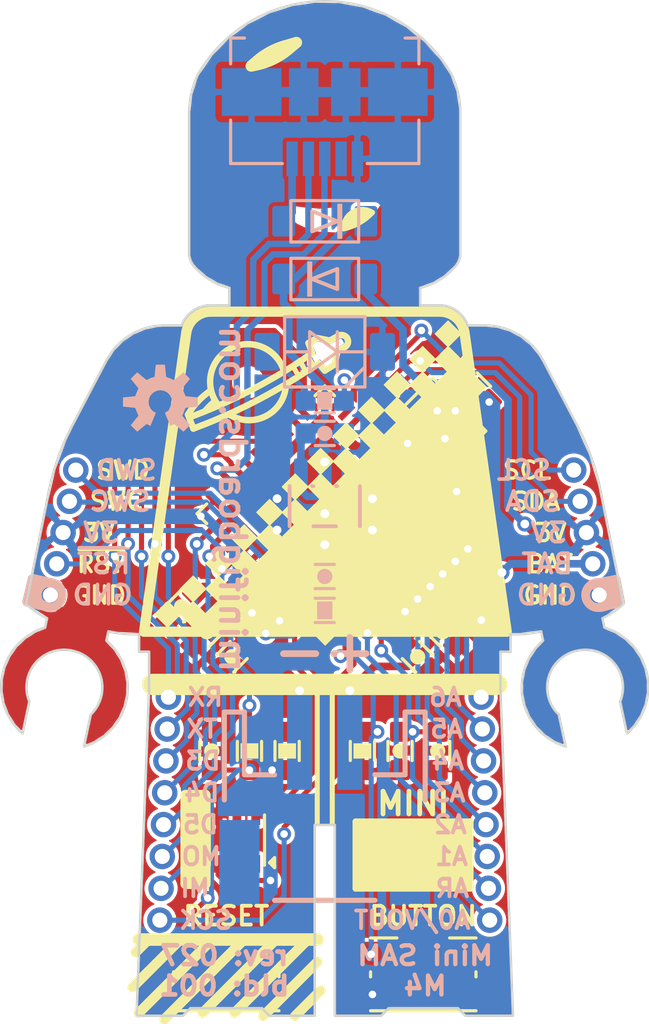
<source format=kicad_pcb>
(kicad_pcb (version 20171130) (host pcbnew "(5.1.5)-3")

  (general
    (thickness 1.6)
    (drawings 284)
    (tracks 462)
    (zones 0)
    (modules 33)
    (nets 57)
  )

  (page A4)
  (layers
    (0 Top signal hide)
    (31 Bottom signal hide)
    (32 B.Adhes user hide)
    (33 F.Adhes user hide)
    (34 B.Paste user hide)
    (35 F.Paste user hide)
    (36 B.SilkS user hide)
    (37 F.SilkS user)
    (38 B.Mask user hide)
    (39 F.Mask user)
    (40 Dwgs.User user hide)
    (41 Cmts.User user hide)
    (42 Eco1.User user hide)
    (43 Eco2.User user hide)
    (44 Edge.Cuts user)
    (45 Margin user hide)
    (46 B.CrtYd user hide)
    (47 F.CrtYd user hide)
    (48 B.Fab user hide)
    (49 F.Fab user hide)
  )

  (setup
    (last_trace_width 0.25)
    (user_trace_width 0.2)
    (user_trace_width 0.2032)
    (trace_clearance 0.1524)
    (zone_clearance 0.000001)
    (zone_45_only no)
    (trace_min 0.2)
    (via_size 0.8)
    (via_drill 0.4)
    (via_min_size 0.4)
    (via_min_drill 0.3)
    (uvia_size 0.3)
    (uvia_drill 0.1)
    (uvias_allowed no)
    (uvia_min_size 0.2)
    (uvia_min_drill 0.1)
    (edge_width 0.05)
    (segment_width 0.2)
    (pcb_text_width 0.3)
    (pcb_text_size 1.5 1.5)
    (mod_edge_width 0.12)
    (mod_text_size 1 1)
    (mod_text_width 0.15)
    (pad_size 1.524 1.524)
    (pad_drill 0.762)
    (pad_to_mask_clearance 0.051)
    (solder_mask_min_width 0.25)
    (aux_axis_origin 0 0)
    (visible_elements 7FFFFFFF)
    (pcbplotparams
      (layerselection 0x010fc_ffffffff)
      (usegerberextensions false)
      (usegerberattributes false)
      (usegerberadvancedattributes false)
      (creategerberjobfile false)
      (excludeedgelayer true)
      (linewidth 0.100000)
      (plotframeref false)
      (viasonmask false)
      (mode 1)
      (useauxorigin false)
      (hpglpennumber 1)
      (hpglpenspeed 20)
      (hpglpendiameter 15.000000)
      (psnegative false)
      (psa4output false)
      (plotreference true)
      (plotvalue true)
      (plotinvisibletext false)
      (padsonsilk false)
      (subtractmaskfromsilk false)
      (outputformat 1)
      (mirror false)
      (drillshape 1)
      (scaleselection 1)
      (outputdirectory ""))
  )

  (net 0 "")
  (net 1 GND)
  (net 2 VSW)
  (net 3 "Net-(C1-Pad1)")
  (net 4 /AREF)
  (net 5 /VDD)
  (net 6 /VDDANA)
  (net 7 /VUSB)
  (net 8 /USBD-)
  (net 9 /USBD+)
  (net 10 "Net-(J1-PadP4)")
  (net 11 /VHI)
  (net 12 "Net-(SW1-Pad5)")
  (net 13 "Net-(SW1-Pad2)")
  (net 14 "Net-(C4-Pad2)")
  (net 15 "Net-(SW2-Pad5)")
  (net 16 "Net-(SW2-Pad4)")
  (net 17 /BUTTON_D6)
  (net 18 /~RESET)
  (net 19 /DOTSTAR_DATA)
  (net 20 /D14)
  (net 21 /A6)
  (net 22 /DOTSTAR_CLK)
  (net 23 /SWDIO)
  (net 24 /SWCLK)
  (net 25 "Net-(U1-Pad39)")
  (net 26 /MISO)
  (net 27 /MOSI)
  (net 28 "Net-(U1-Pad32)")
  (net 29 "Net-(U1-Pad31)")
  (net 30 /D5)
  (net 31 /D4)
  (net 32 /D3)
  (net 33 "Net-(U1-Pad27)")
  (net 34 /TX_D1)
  (net 35 /RX_D0)
  (net 36 "Net-(U1-Pad23)")
  (net 37 /SCL)
  (net 38 /SDA)
  (net 39 /QSPI_CS)
  (net 40 /QSPI_SCK)
  (net 41 /QSPI_DATA[3])
  (net 42 /QSPI_DATA[2])
  (net 43 /QSPI_DATA[1])
  (net 44 /QSPI_DATA[0])
  (net 45 /A5)
  (net 46 /A4)
  (net 47 /A3)
  (net 48 /A2)
  (net 49 /A1)
  (net 50 /A0)
  (net 51 /SCK)
  (net 52 /BAT)
  (net 53 "Net-(VREG1-Pad4)")
  (net 54 "Net-(RGB1-Pad1)")
  (net 55 "Net-(RGB1-Pad2)")
  (net 56 "Net-(LED1-PadA)")

  (net_class Default "This is the default net class."
    (clearance 0.1524)
    (trace_width 0.25)
    (via_dia 0.8)
    (via_drill 0.4)
    (uvia_dia 0.3)
    (uvia_drill 0.1)
    (add_net /A0)
    (add_net /A1)
    (add_net /A2)
    (add_net /A3)
    (add_net /A4)
    (add_net /A5)
    (add_net /A6)
    (add_net /AREF)
    (add_net /BAT)
    (add_net /BUTTON_D6)
    (add_net /D14)
    (add_net /D3)
    (add_net /D4)
    (add_net /D5)
    (add_net /DOTSTAR_CLK)
    (add_net /DOTSTAR_DATA)
    (add_net /MISO)
    (add_net /MOSI)
    (add_net /QSPI_CS)
    (add_net /QSPI_DATA[0])
    (add_net /QSPI_DATA[1])
    (add_net /QSPI_DATA[2])
    (add_net /QSPI_DATA[3])
    (add_net /QSPI_SCK)
    (add_net /RX_D0)
    (add_net /SCK)
    (add_net /SCL)
    (add_net /SDA)
    (add_net /SWCLK)
    (add_net /SWDIO)
    (add_net /TX_D1)
    (add_net /USBD+)
    (add_net /USBD-)
    (add_net /VDD)
    (add_net /VDDANA)
    (add_net /VHI)
    (add_net /VUSB)
    (add_net /~RESET)
    (add_net GND)
    (add_net "Net-(C1-Pad1)")
    (add_net "Net-(C4-Pad2)")
    (add_net "Net-(J1-PadP4)")
    (add_net "Net-(LED1-PadA)")
    (add_net "Net-(RGB1-Pad1)")
    (add_net "Net-(RGB1-Pad2)")
    (add_net "Net-(SW1-Pad2)")
    (add_net "Net-(SW1-Pad5)")
    (add_net "Net-(SW2-Pad4)")
    (add_net "Net-(SW2-Pad5)")
    (add_net "Net-(U1-Pad23)")
    (add_net "Net-(U1-Pad27)")
    (add_net "Net-(U1-Pad31)")
    (add_net "Net-(U1-Pad32)")
    (add_net "Net-(U1-Pad39)")
    (add_net "Net-(VREG1-Pad4)")
    (add_net VSW)
  )

  (module MINI_SAM_D51_r025_b001:0603_CAPACITOR (layer Top) (tedit 0) (tstamp 5E1688B8)
    (at 142.8011 108.911409 225)
    (descr "<b>0603 MicroPitch</b>")
    (path /A13D3C7D)
    (fp_text reference C1 (at 1.555635 -0.212132) (layer F.SilkS) hide
      (effects (font (size 0.57912 0.57912) (thickness 0.104241)) (justify left bottom))
    )
    (fp_text value 4.7µF (at -0.9525 0.9525 225) (layer F.Fab) hide
      (effects (font (size 0.38608 0.38608) (thickness 0.04064)) (justify left bottom))
    )
    (fp_text user 2 (at 0.762 -0.0508 315) (layer Cmts.User)
      (effects (font (size 0.43434 0.43434) (thickness 0.06858)))
    )
    (fp_text user 1 (at -0.762 -0.0508 315) (layer Cmts.User)
      (effects (font (size 0.43434 0.43434) (thickness 0.06858)))
    )
    (fp_line (start 0.381 0.4826) (end -0.381 0.4826) (layer F.SilkS) (width 0.127))
    (fp_line (start -0.381 -0.4826) (end 0.381 -0.4826) (layer F.SilkS) (width 0.127))
    (fp_circle (center 0 0) (end 0.1524 0) (layer F.SilkS) (width 0.3048))
    (fp_poly (pts (xy -0.1999 0.25) (xy 0.1999 0.25) (xy 0.1999 -0.25) (xy -0.1999 -0.25)) (layer F.Adhes) (width 0))
    (fp_poly (pts (xy -0.8 0.4) (xy -0.4318 0.4) (xy -0.4318 -0.4) (xy -0.8 -0.4)) (layer F.Fab) (width 0))
    (fp_poly (pts (xy 0.4318 0.4) (xy 0.8 0.4) (xy 0.8 -0.4) (xy 0.4318 -0.4)) (layer F.Fab) (width 0))
    (fp_line (start 0.432 -0.306) (end -0.432 -0.306) (layer F.Fab) (width 0.1016))
    (fp_line (start -0.432 0.306) (end 0.432 0.306) (layer F.Fab) (width 0.1016))
    (pad 2 smd roundrect (at 0.762 0 225) (size 0.8 0.8) (layers Top F.Paste F.Mask) (roundrect_rratio 0.125)
      (net 1 GND) (solder_mask_margin 0.0635))
    (pad 1 smd roundrect (at -0.762 0 225) (size 0.8 0.8) (layers Top F.Paste F.Mask) (roundrect_rratio 0.125)
      (net 3 "Net-(C1-Pad1)") (solder_mask_margin 0.0635))
  )

  (module MINI_SAM_D51_r025_b001:0603_CAPACITOR (layer Top) (tedit 0) (tstamp 5E1688C7)
    (at 151.5011 114.661409 270)
    (descr "<b>0603 MicroPitch</b>")
    (path /72E21DAE)
    (fp_text reference C5 (at -1.3 0) (layer F.SilkS) hide
      (effects (font (size 0.57912 0.57912) (thickness 0.104241)) (justify left bottom))
    )
    (fp_text value 0.1µF (at -0.9525 0.9525 270) (layer F.Fab) hide
      (effects (font (size 0.38608 0.38608) (thickness 0.04064)) (justify right top))
    )
    (fp_text user 2 (at 0.762 -0.0508) (layer Cmts.User)
      (effects (font (size 0.43434 0.43434) (thickness 0.06858)))
    )
    (fp_text user 1 (at -0.762 -0.0508) (layer Cmts.User)
      (effects (font (size 0.43434 0.43434) (thickness 0.06858)))
    )
    (fp_line (start 0.381 0.4826) (end -0.381 0.4826) (layer F.SilkS) (width 0.127))
    (fp_line (start -0.381 -0.4826) (end 0.381 -0.4826) (layer F.SilkS) (width 0.127))
    (fp_circle (center 0 0) (end 0.1524 0) (layer F.SilkS) (width 0.3048))
    (fp_poly (pts (xy -0.1999 0.25) (xy 0.1999 0.25) (xy 0.1999 -0.25) (xy -0.1999 -0.25)) (layer F.Adhes) (width 0))
    (fp_poly (pts (xy -0.8 0.4) (xy -0.4318 0.4) (xy -0.4318 -0.4) (xy -0.8 -0.4)) (layer F.Fab) (width 0))
    (fp_poly (pts (xy 0.4318 0.4) (xy 0.8 0.4) (xy 0.8 -0.4) (xy 0.4318 -0.4)) (layer F.Fab) (width 0))
    (fp_line (start 0.432 -0.306) (end -0.432 -0.306) (layer F.Fab) (width 0.1016))
    (fp_line (start -0.432 0.306) (end 0.432 0.306) (layer F.Fab) (width 0.1016))
    (pad 2 smd roundrect (at 0.762 0 270) (size 0.8 0.8) (layers Top F.Paste F.Mask) (roundrect_rratio 0.125)
      (net 1 GND) (solder_mask_margin 0.0635))
    (pad 1 smd roundrect (at -0.762 0 270) (size 0.8 0.8) (layers Top F.Paste F.Mask) (roundrect_rratio 0.125)
      (net 4 /AREF) (solder_mask_margin 0.0635))
  )

  (module MINI_SAM_D51_r025_b001:0603_CAPACITOR (layer Top) (tedit 0) (tstamp 5E1688D6)
    (at 143.8011 109.911409 225)
    (descr "<b>0603 MicroPitch</b>")
    (path /2FBF6DC9)
    (attr smd)
    (fp_text reference C2 (at 1.484924 0.212132) (layer F.SilkS) hide
      (effects (font (size 0.57912 0.57912) (thickness 0.104241)) (justify left bottom))
    )
    (fp_text value 10µF (at -0.9525 0.9525 225) (layer F.Fab) hide
      (effects (font (size 0.38608 0.38608) (thickness 0.04064)) (justify left bottom))
    )
    (fp_text user 2 (at 0.762 -0.0508 315) (layer Cmts.User)
      (effects (font (size 0.43434 0.43434) (thickness 0.06858)))
    )
    (fp_text user 1 (at -0.762 -0.0508 315) (layer Cmts.User)
      (effects (font (size 0.43434 0.43434) (thickness 0.06858)))
    )
    (fp_line (start 0.381 0.4826) (end -0.381 0.4826) (layer F.SilkS) (width 0.127))
    (fp_line (start -0.381 -0.4826) (end 0.381 -0.4826) (layer F.SilkS) (width 0.127))
    (fp_circle (center 0 0) (end 0.1524 0) (layer F.SilkS) (width 0.3048))
    (fp_poly (pts (xy -0.1999 0.25) (xy 0.1999 0.25) (xy 0.1999 -0.25) (xy -0.1999 -0.25)) (layer F.Adhes) (width 0))
    (fp_poly (pts (xy -0.8 0.4) (xy -0.4318 0.4) (xy -0.4318 -0.4) (xy -0.8 -0.4)) (layer F.Fab) (width 0))
    (fp_poly (pts (xy 0.4318 0.4) (xy 0.8 0.4) (xy 0.8 -0.4) (xy 0.4318 -0.4)) (layer F.Fab) (width 0))
    (fp_line (start 0.432 -0.306) (end -0.432 -0.306) (layer F.Fab) (width 0.1016))
    (fp_line (start -0.432 0.306) (end 0.432 0.306) (layer F.Fab) (width 0.1016))
    (pad 2 smd roundrect (at 0.762 0 225) (size 0.8 0.8) (layers Top F.Paste F.Mask) (roundrect_rratio 0.125)
      (net 1 GND) (solder_mask_margin 0.0635))
    (pad 1 smd roundrect (at -0.762 0 225) (size 0.8 0.8) (layers Top F.Paste F.Mask) (roundrect_rratio 0.125)
      (net 5 /VDD) (solder_mask_margin 0.0635))
  )

  (module MINI_SAM_D51_r025_b001:0603_CAPACITOR (layer Top) (tedit 0) (tstamp 5E1688E5)
    (at 153.2011 109.911409 315)
    (descr "<b>0603 MicroPitch</b>")
    (path /4085EC5D)
    (fp_text reference C8 (at 1.558579 -0.212131) (layer F.SilkS) hide
      (effects (font (size 0.57912 0.57912) (thickness 0.104241)) (justify left bottom))
    )
    (fp_text value 10µF (at -0.9525 0.9525 315) (layer F.Fab) hide
      (effects (font (size 0.38608 0.38608) (thickness 0.04064)) (justify left bottom))
    )
    (fp_text user 2 (at 0.762 -0.0508 45) (layer Cmts.User)
      (effects (font (size 0.43434 0.43434) (thickness 0.06858)))
    )
    (fp_text user 1 (at -0.762 -0.0508 45) (layer Cmts.User)
      (effects (font (size 0.43434 0.43434) (thickness 0.06858)))
    )
    (fp_line (start 0.381 0.4826) (end -0.381 0.4826) (layer F.SilkS) (width 0.127))
    (fp_line (start -0.381 -0.4826) (end 0.381 -0.4826) (layer F.SilkS) (width 0.127))
    (fp_circle (center 0 0) (end 0.1524 0) (layer F.SilkS) (width 0.3048))
    (fp_poly (pts (xy -0.1999 0.25) (xy 0.1999 0.25) (xy 0.1999 -0.25) (xy -0.1999 -0.25)) (layer F.Adhes) (width 0))
    (fp_poly (pts (xy -0.8 0.4) (xy -0.4318 0.4) (xy -0.4318 -0.4) (xy -0.8 -0.4)) (layer F.Fab) (width 0))
    (fp_poly (pts (xy 0.4318 0.4) (xy 0.8 0.4) (xy 0.8 -0.4) (xy 0.4318 -0.4)) (layer F.Fab) (width 0))
    (fp_line (start 0.432 -0.306) (end -0.432 -0.306) (layer F.Fab) (width 0.1016))
    (fp_line (start -0.432 0.306) (end 0.432 0.306) (layer F.Fab) (width 0.1016))
    (pad 2 smd roundrect (at 0.762 0 315) (size 0.8 0.8) (layers Top F.Paste F.Mask) (roundrect_rratio 0.125)
      (net 1 GND) (solder_mask_margin 0.0635))
    (pad 1 smd roundrect (at -0.762 0 315) (size 0.8 0.8) (layers Top F.Paste F.Mask) (roundrect_rratio 0.125)
      (net 6 /VDDANA) (solder_mask_margin 0.0635))
  )

  (module MINI_SAM_D51_r025_b001:0603_CAPACITOR (layer Top) (tedit 0) (tstamp 5E1688F4)
    (at 144.8011 110.911409 225)
    (descr "<b>0603 MicroPitch</b>")
    (path /D1751CF3)
    (attr smd)
    (fp_text reference C3 (at 1.476778 0.318196) (layer F.SilkS) hide
      (effects (font (size 0.57912 0.57912) (thickness 0.104241)) (justify left bottom))
    )
    (fp_text value 0.1µF (at -0.9525 0.9525 225) (layer F.Fab) hide
      (effects (font (size 0.38608 0.38608) (thickness 0.04064)) (justify left bottom))
    )
    (fp_text user 2 (at 0.762 -0.0508 315) (layer Cmts.User)
      (effects (font (size 0.43434 0.43434) (thickness 0.06858)))
    )
    (fp_text user 1 (at -0.762 -0.0508 315) (layer Cmts.User)
      (effects (font (size 0.43434 0.43434) (thickness 0.06858)))
    )
    (fp_line (start 0.381 0.4826) (end -0.381 0.4826) (layer F.SilkS) (width 0.127))
    (fp_line (start -0.381 -0.4826) (end 0.381 -0.4826) (layer F.SilkS) (width 0.127))
    (fp_circle (center 0 0) (end 0.1524 0) (layer F.SilkS) (width 0.3048))
    (fp_poly (pts (xy -0.1999 0.25) (xy 0.1999 0.25) (xy 0.1999 -0.25) (xy -0.1999 -0.25)) (layer F.Adhes) (width 0))
    (fp_poly (pts (xy -0.8 0.4) (xy -0.4318 0.4) (xy -0.4318 -0.4) (xy -0.8 -0.4)) (layer F.Fab) (width 0))
    (fp_poly (pts (xy 0.4318 0.4) (xy 0.8 0.4) (xy 0.8 -0.4) (xy 0.4318 -0.4)) (layer F.Fab) (width 0))
    (fp_line (start 0.432 -0.306) (end -0.432 -0.306) (layer F.Fab) (width 0.1016))
    (fp_line (start -0.432 0.306) (end 0.432 0.306) (layer F.Fab) (width 0.1016))
    (pad 2 smd roundrect (at 0.762 0 225) (size 0.8 0.8) (layers Top F.Paste F.Mask) (roundrect_rratio 0.125)
      (net 1 GND) (solder_mask_margin 0.0635))
    (pad 1 smd roundrect (at -0.762 0 225) (size 0.8 0.8) (layers Top F.Paste F.Mask) (roundrect_rratio 0.125)
      (net 5 /VDD) (solder_mask_margin 0.0635))
  )

  (module MINI_SAM_D51_r025_b001:0603_INDUCTOR (layer Top) (tedit 0) (tstamp 5E168903)
    (at 154.2011 108.911409 135)
    (descr "<b>0603 MicroPitch</b>")
    (path /07255AD1)
    (fp_text reference FB1 (at -1.626346 -0.141421) (layer F.SilkS) hide
      (effects (font (size 0.57912 0.57912) (thickness 0.104241)) (justify left bottom))
    )
    (fp_text value "Impedence: 50 ohm @ 20 MHz, 220 Ohm @ 100 MHz; low DC resistance" (at -0.9525 0.9525 135) (layer F.Fab) hide
      (effects (font (size 0.38608 0.38608) (thickness 0.04064)) (justify left bottom))
    )
    (fp_text user 2 (at 0.762 -0.0254 225) (layer Cmts.User)
      (effects (font (size 0.43434 0.43434) (thickness 0.06858)))
    )
    (fp_text user 1 (at -0.762 -0.0508 225) (layer Cmts.User)
      (effects (font (size 0.43434 0.43434) (thickness 0.06858)))
    )
    (fp_arc (start 0.061755 0.1651) (end 0.0762 0.3302) (angle 190) (layer F.SilkS) (width 0.127))
    (fp_arc (start 0.061755 -0.1651) (end 0.0762 -0.3302) (angle -190) (layer F.SilkS) (width 0.127))
    (fp_line (start -0.381 0.4826) (end 0.381 0.4826) (layer F.SilkS) (width 0.127))
    (fp_line (start -0.381 -0.4826) (end 0.381 -0.4826) (layer F.SilkS) (width 0.127))
    (fp_poly (pts (xy -0.1999 0.25) (xy 0.1999 0.25) (xy 0.1999 -0.25) (xy -0.1999 -0.25)) (layer F.Adhes) (width 0))
    (fp_poly (pts (xy -0.8 0.4) (xy -0.4318 0.4) (xy -0.4318 -0.4) (xy -0.8 -0.4)) (layer F.Fab) (width 0))
    (fp_poly (pts (xy 0.4318 0.4) (xy 0.8 0.4) (xy 0.8 -0.4) (xy 0.4318 -0.4)) (layer F.Fab) (width 0))
    (fp_line (start 0.432 -0.306) (end -0.432 -0.306) (layer F.Fab) (width 0.1016))
    (fp_line (start -0.432 0.306) (end 0.432 0.306) (layer F.Fab) (width 0.1016))
    (pad 2 smd roundrect (at 0.762 0 135) (size 0.8 0.8) (layers Top F.Paste F.Mask) (roundrect_rratio 0.125)
      (net 6 /VDDANA) (solder_mask_margin 0.0635))
    (pad 1 smd roundrect (at -0.762 0 135) (size 0.8 0.8) (layers Top F.Paste F.Mask) (roundrect_rratio 0.125)
      (net 5 /VDD) (solder_mask_margin 0.0635))
  )

  (module MINI_SAM_D51_r025_b001:0603_CAPACITOR (layer Top) (tedit 0) (tstamp 5E168913)
    (at 152.2011 110.911409 315)
    (descr "<b>0603 MicroPitch</b>")
    (path /984F4CE8)
    (fp_text reference C7 (at 1.449569 -0.318198) (layer F.SilkS) hide
      (effects (font (size 0.57912 0.57912) (thickness 0.104241)) (justify left bottom))
    )
    (fp_text value 0.1µF (at -0.9525 0.9525 315) (layer F.Fab) hide
      (effects (font (size 0.38608 0.38608) (thickness 0.04064)) (justify left bottom))
    )
    (fp_text user 2 (at 0.762 -0.0508 45) (layer Cmts.User)
      (effects (font (size 0.43434 0.43434) (thickness 0.06858)))
    )
    (fp_text user 1 (at -0.762 -0.0508 45) (layer Cmts.User)
      (effects (font (size 0.43434 0.43434) (thickness 0.06858)))
    )
    (fp_line (start 0.381 0.4826) (end -0.381 0.4826) (layer F.SilkS) (width 0.127))
    (fp_line (start -0.381 -0.4826) (end 0.381 -0.4826) (layer F.SilkS) (width 0.127))
    (fp_circle (center 0 0) (end 0.1524 0) (layer F.SilkS) (width 0.3048))
    (fp_poly (pts (xy -0.1999 0.25) (xy 0.1999 0.25) (xy 0.1999 -0.25) (xy -0.1999 -0.25)) (layer F.Adhes) (width 0))
    (fp_poly (pts (xy -0.8 0.4) (xy -0.4318 0.4) (xy -0.4318 -0.4) (xy -0.8 -0.4)) (layer F.Fab) (width 0))
    (fp_poly (pts (xy 0.4318 0.4) (xy 0.8 0.4) (xy 0.8 -0.4) (xy 0.4318 -0.4)) (layer F.Fab) (width 0))
    (fp_line (start 0.432 -0.306) (end -0.432 -0.306) (layer F.Fab) (width 0.1016))
    (fp_line (start -0.432 0.306) (end 0.432 0.306) (layer F.Fab) (width 0.1016))
    (pad 2 smd roundrect (at 0.762 0 315) (size 0.8 0.8) (layers Top F.Paste F.Mask) (roundrect_rratio 0.125)
      (net 1 GND) (solder_mask_margin 0.0635))
    (pad 1 smd roundrect (at -0.762 0 315) (size 0.8 0.8) (layers Top F.Paste F.Mask) (roundrect_rratio 0.125)
      (net 6 /VDDANA) (solder_mask_margin 0.0635))
  )

  (module MINI_SAM_D51_r025_b001:0603_CAPACITOR (layer Top) (tedit 0) (tstamp 5E168922)
    (at 153.0011 114.661409 270)
    (descr "<b>0603 MicroPitch</b>")
    (path /89355E7A)
    (fp_text reference C6 (at -1.3 0) (layer F.SilkS) hide
      (effects (font (size 0.57912 0.57912) (thickness 0.104241)) (justify left bottom))
    )
    (fp_text value 4.7µF (at -0.9525 0.9525 270) (layer F.Fab) hide
      (effects (font (size 0.38608 0.38608) (thickness 0.04064)) (justify right top))
    )
    (fp_text user 2 (at 0.762 -0.0508) (layer Cmts.User)
      (effects (font (size 0.43434 0.43434) (thickness 0.06858)))
    )
    (fp_text user 1 (at -0.762 -0.0508) (layer Cmts.User)
      (effects (font (size 0.43434 0.43434) (thickness 0.06858)))
    )
    (fp_line (start 0.381 0.4826) (end -0.381 0.4826) (layer F.SilkS) (width 0.127))
    (fp_line (start -0.381 -0.4826) (end 0.381 -0.4826) (layer F.SilkS) (width 0.127))
    (fp_circle (center 0 0) (end 0.1524 0) (layer F.SilkS) (width 0.3048))
    (fp_poly (pts (xy -0.1999 0.25) (xy 0.1999 0.25) (xy 0.1999 -0.25) (xy -0.1999 -0.25)) (layer F.Adhes) (width 0))
    (fp_poly (pts (xy -0.8 0.4) (xy -0.4318 0.4) (xy -0.4318 -0.4) (xy -0.8 -0.4)) (layer F.Fab) (width 0))
    (fp_poly (pts (xy 0.4318 0.4) (xy 0.8 0.4) (xy 0.8 -0.4) (xy 0.4318 -0.4)) (layer F.Fab) (width 0))
    (fp_line (start 0.432 -0.306) (end -0.432 -0.306) (layer F.Fab) (width 0.1016))
    (fp_line (start -0.432 0.306) (end 0.432 0.306) (layer F.Fab) (width 0.1016))
    (pad 2 smd roundrect (at 0.762 0 270) (size 0.8 0.8) (layers Top F.Paste F.Mask) (roundrect_rratio 0.125)
      (net 1 GND) (solder_mask_margin 0.0635))
    (pad 1 smd roundrect (at -0.762 0 270) (size 0.8 0.8) (layers Top F.Paste F.Mask) (roundrect_rratio 0.125)
      (net 4 /AREF) (solder_mask_margin 0.0635))
  )

  (module MINI_SAM_D51_r025_b001:MOLEX_47346-1001 (layer Bottom) (tedit 0) (tstamp 5E168931)
    (at 148.5011 88.411409 180)
    (path /E9D2416E)
    (attr smd)
    (fp_text reference J1 (at -3.81 3.175 180) (layer B.SilkS) hide
      (effects (font (size 0.57912 0.57912) (thickness 0.048768)) (justify right bottom mirror))
    )
    (fp_text value MOLEX_47346-100147346 (at -3.81 -4.445 180) (layer B.Fab) hide
      (effects (font (size 0.57912 0.57912) (thickness 0.048768)) (justify right bottom mirror))
    )
    (fp_line (start 3.75 2.15) (end 3.2 2.15) (layer B.SilkS) (width 0.127))
    (fp_line (start 3.75 1.12) (end 3.75 2.15) (layer B.SilkS) (width 0.127))
    (fp_line (start -3.75 2.15) (end -3.2 2.15) (layer B.SilkS) (width 0.127))
    (fp_line (start -3.75 1.12) (end -3.75 2.15) (layer B.SilkS) (width 0.127))
    (fp_line (start 3.75 -2.85) (end 3.75 -1.12) (layer B.SilkS) (width 0.127))
    (fp_line (start 1.69 -2.85) (end 3.75 -2.85) (layer B.SilkS) (width 0.127))
    (fp_line (start -3.75 -2.85) (end -3.75 -1.12) (layer B.SilkS) (width 0.127))
    (fp_line (start -1.69 -2.85) (end -3.75 -2.85) (layer B.SilkS) (width 0.127))
    (fp_line (start 4.15 2.55) (end 3.75 2.15) (layer B.Fab) (width 0.127))
    (fp_line (start -4.15 2.55) (end 4.15 2.55) (layer B.Fab) (width 0.127))
    (fp_line (start -3.75 2.15) (end -4.15 2.55) (layer B.Fab) (width 0.127))
    (fp_line (start -3.75 2.15) (end 3.75 2.15) (layer B.Fab) (width 0.127))
    (fp_line (start 3.75 -2.85) (end 3.75 2.15) (layer B.Fab) (width 0.127))
    (fp_line (start -3.75 -2.85) (end 3.75 -2.85) (layer B.Fab) (width 0.127))
    (fp_line (start -3.75 2.15) (end -3.75 -2.85) (layer B.Fab) (width 0.127))
    (fp_line (start -5.08 1.45) (end 5.08 1.45) (layer B.Fab) (width 0.127))
    (pad P1 smd rect (at 1.3 -2.66 90) (size 1.38 0.45) (layers Bottom B.Paste B.Mask)
      (net 7 /VUSB) (solder_mask_margin 0.0635))
    (pad P2 smd rect (at 0.65 -2.66 90) (size 1.38 0.45) (layers Bottom B.Paste B.Mask)
      (net 8 /USBD-) (solder_mask_margin 0.0635))
    (pad P3 smd rect (at 0 -2.66 90) (size 1.38 0.45) (layers Bottom B.Paste B.Mask)
      (net 9 /USBD+) (solder_mask_margin 0.0635))
    (pad P4 smd rect (at -0.65 -2.66 90) (size 1.38 0.45) (layers Bottom B.Paste B.Mask)
      (net 10 "Net-(J1-PadP4)") (solder_mask_margin 0.0635))
    (pad P5 smd rect (at -1.3 -2.66 90) (size 1.38 0.45) (layers Bottom B.Paste B.Mask)
      (net 1 GND) (solder_mask_margin 0.0635))
    (pad PAD1 smd rect (at -2.9125 0 90) (size 1.9 2.375) (layers Bottom B.Paste B.Mask)
      (net 1 GND) (solder_mask_margin 0.0635))
    (pad PAD4 smd rect (at 2.9125 0 90) (size 1.9 2.375) (layers Bottom B.Paste B.Mask)
      (net 1 GND) (solder_mask_margin 0.0635))
    (pad PAD3 smd rect (at 0.8375 0 90) (size 1.9 1.175) (layers Bottom B.Paste B.Mask)
      (net 1 GND) (solder_mask_margin 0.0635))
    (pad PAD2 smd rect (at -0.8375 0 90) (size 1.9 1.175) (layers Bottom B.Paste B.Mask)
      (net 1 GND) (solder_mask_margin 0.0635))
  )

  (module MINI_SAM_D51_r025_b001:0603_CAPACITOR (layer Bottom) (tedit 0) (tstamp 5E16894D)
    (at 148.5011 107.711409)
    (descr "<b>0603 MicroPitch</b>")
    (path /8989A425)
    (attr smd)
    (fp_text reference C10 (at 2.2 0 -90) (layer B.SilkS) hide
      (effects (font (size 0.57912 0.57912) (thickness 0.104241)) (justify right bottom mirror))
    )
    (fp_text value 10µF (at -0.9525 -0.9525) (layer B.Fab) hide
      (effects (font (size 0.38608 0.38608) (thickness 0.04064)) (justify right bottom mirror))
    )
    (fp_text user 2 (at 0.762 0.0508 -90) (layer Cmts.User)
      (effects (font (size 0.43434 0.43434) (thickness 0.06858)))
    )
    (fp_text user 1 (at -0.762 0.0508 -90) (layer Cmts.User)
      (effects (font (size 0.43434 0.43434) (thickness 0.06858)))
    )
    (fp_line (start 0.381 -0.4826) (end -0.381 -0.4826) (layer B.SilkS) (width 0.127))
    (fp_line (start -0.381 0.4826) (end 0.381 0.4826) (layer B.SilkS) (width 0.127))
    (fp_circle (center 0 0) (end 0.1524 0) (layer B.SilkS) (width 0.3048))
    (fp_poly (pts (xy -0.1999 -0.25) (xy 0.1999 -0.25) (xy 0.1999 0.25) (xy -0.1999 0.25)) (layer B.Adhes) (width 0))
    (fp_poly (pts (xy -0.8 -0.4) (xy -0.4318 -0.4) (xy -0.4318 0.4) (xy -0.8 0.4)) (layer B.Fab) (width 0))
    (fp_poly (pts (xy 0.4318 -0.4) (xy 0.8 -0.4) (xy 0.8 0.4) (xy 0.4318 0.4)) (layer B.Fab) (width 0))
    (fp_line (start 0.432 0.306) (end -0.432 0.306) (layer B.Fab) (width 0.1016))
    (fp_line (start -0.432 -0.306) (end 0.432 -0.306) (layer B.Fab) (width 0.1016))
    (pad 2 smd roundrect (at 0.762 0) (size 0.8 0.8) (layers Bottom B.Paste B.Mask) (roundrect_rratio 0.125)
      (net 1 GND) (solder_mask_margin 0.0635))
    (pad 1 smd roundrect (at -0.762 0) (size 0.8 0.8) (layers Bottom B.Paste B.Mask) (roundrect_rratio 0.125)
      (net 5 /VDD) (solder_mask_margin 0.0635))
  )

  (module MINI_SAM_D51_r025_b001:0603_CAPACITOR (layer Bottom) (tedit 0) (tstamp 5E16895C)
    (at 148.5011 102.011409 180)
    (descr "<b>0603 MicroPitch</b>")
    (path /128B8AE2)
    (attr smd)
    (fp_text reference C9 (at -2.2 0 270) (layer B.SilkS) hide
      (effects (font (size 0.57912 0.57912) (thickness 0.104241)) (justify right bottom mirror))
    )
    (fp_text value 10µF (at -0.9525 -0.9525 180) (layer B.Fab) hide
      (effects (font (size 0.38608 0.38608) (thickness 0.04064)) (justify right bottom mirror))
    )
    (fp_text user 2 (at 0.762 0.0508 90) (layer Cmts.User)
      (effects (font (size 0.43434 0.43434) (thickness 0.06858)))
    )
    (fp_text user 1 (at -0.762 0.0508 90) (layer Cmts.User)
      (effects (font (size 0.43434 0.43434) (thickness 0.06858)))
    )
    (fp_line (start 0.381 -0.4826) (end -0.381 -0.4826) (layer B.SilkS) (width 0.127))
    (fp_line (start -0.381 0.4826) (end 0.381 0.4826) (layer B.SilkS) (width 0.127))
    (fp_circle (center 0 0) (end 0.1524 0) (layer B.SilkS) (width 0.3048))
    (fp_poly (pts (xy -0.1999 -0.25) (xy 0.1999 -0.25) (xy 0.1999 0.25) (xy -0.1999 0.25)) (layer B.Adhes) (width 0))
    (fp_poly (pts (xy -0.8 -0.4) (xy -0.4318 -0.4) (xy -0.4318 0.4) (xy -0.8 0.4)) (layer B.Fab) (width 0))
    (fp_poly (pts (xy 0.4318 -0.4) (xy 0.8 -0.4) (xy 0.8 0.4) (xy 0.4318 0.4)) (layer B.Fab) (width 0))
    (fp_line (start 0.432 0.306) (end -0.432 0.306) (layer B.Fab) (width 0.1016))
    (fp_line (start -0.432 -0.306) (end 0.432 -0.306) (layer B.Fab) (width 0.1016))
    (pad 2 smd roundrect (at 0.762 0 180) (size 0.8 0.8) (layers Bottom B.Paste B.Mask) (roundrect_rratio 0.125)
      (net 11 /VHI) (solder_mask_margin 0.0635))
    (pad 1 smd roundrect (at -0.762 0 180) (size 0.8 0.8) (layers Bottom B.Paste B.Mask) (roundrect_rratio 0.125)
      (net 1 GND) (solder_mask_margin 0.0635))
  )

  (module MINI_SAM_D51_r025_b001:KMS_SWITCH (layer Top) (tedit 0) (tstamp 5E16896B)
    (at 144.5761 123.561409)
    (path /17BFC499)
    (fp_text reference SW1 (at -2.54 -3.81) (layer F.SilkS) hide
      (effects (font (size 0.9652 0.9652) (thickness 0.1016)) (justify left bottom))
    )
    (fp_text value KMS233GLFG (at -2.54 -2.54) (layer F.Fab) hide
      (effects (font (size 0.77216 0.77216) (thickness 0.065024)) (justify left bottom))
    )
    (fp_line (start 2.1 -0.1) (end 2.1 0.1) (layer F.SilkS) (width 0.127))
    (fp_line (start -2.1 -0.1) (end -2.1 0.1) (layer F.SilkS) (width 0.127))
    (fp_line (start 1.25 2.15) (end 1.25 1.45) (layer Cmts.User) (width 0.127))
    (fp_line (start -1.25 2.15) (end 1.25 2.15) (layer Cmts.User) (width 0.127))
    (fp_line (start -1.25 1.45) (end -1.25 2.15) (layer Cmts.User) (width 0.127))
    (fp_line (start -2.1 1.45) (end 2.1 1.45) (layer F.SilkS) (width 0.127))
    (fp_line (start 1.05 -1.45) (end 2.1 -1.45) (layer F.SilkS) (width 0.127))
    (fp_line (start -2.1 -1.45) (end -1.05 -1.45) (layer F.SilkS) (width 0.127))
    (pad 5 smd rect (at 2.05 0.8 270) (size 1 0.9) (layers Top F.Paste F.Mask)
      (net 12 "Net-(SW1-Pad5)") (solder_mask_margin 0.0635))
    (pad 4 smd rect (at 2.05 -0.8 270) (size 1 0.9) (layers Top F.Paste F.Mask)
      (net 1 GND) (solder_mask_margin 0.0635))
    (pad 3 smd rect (at 0 -1.425 180) (size 1.7 0.55) (layers Top F.Paste F.Mask)
      (net 1 GND) (solder_mask_margin 0.0635))
    (pad 2 smd rect (at -2.05 -0.8 90) (size 1 0.9) (layers Top F.Paste F.Mask)
      (net 13 "Net-(SW1-Pad2)") (solder_mask_margin 0.0635))
    (pad 1 smd rect (at -2.05 0.8 90) (size 1 0.9) (layers Top F.Paste F.Mask)
      (net 14 "Net-(C4-Pad2)") (solder_mask_margin 0.0635))
  )

  (module MINI_SAM_D51_r025_b001:KMS_SWITCH (layer Top) (tedit 0) (tstamp 5E16897B)
    (at 152.4261 123.561409)
    (path /0ECCF2E5)
    (fp_text reference SW2 (at -2.54 -3.81) (layer F.SilkS) hide
      (effects (font (size 0.9652 0.9652) (thickness 0.1016)) (justify left bottom))
    )
    (fp_text value KMS233GLFG (at -2.54 -2.54) (layer F.Fab) hide
      (effects (font (size 0.77216 0.77216) (thickness 0.065024)) (justify left bottom))
    )
    (fp_line (start 2.1 -0.1) (end 2.1 0.1) (layer F.SilkS) (width 0.127))
    (fp_line (start -2.1 -0.1) (end -2.1 0.1) (layer F.SilkS) (width 0.127))
    (fp_line (start 1.25 2.15) (end 1.25 1.45) (layer Cmts.User) (width 0.127))
    (fp_line (start -1.25 2.15) (end 1.25 2.15) (layer Cmts.User) (width 0.127))
    (fp_line (start -1.25 1.45) (end -1.25 2.15) (layer Cmts.User) (width 0.127))
    (fp_line (start -2.1 1.45) (end 2.1 1.45) (layer F.SilkS) (width 0.127))
    (fp_line (start 1.05 -1.45) (end 2.1 -1.45) (layer F.SilkS) (width 0.127))
    (fp_line (start -2.1 -1.45) (end -1.05 -1.45) (layer F.SilkS) (width 0.127))
    (pad 5 smd rect (at 2.05 0.8 270) (size 1 0.9) (layers Top F.Paste F.Mask)
      (net 15 "Net-(SW2-Pad5)") (solder_mask_margin 0.0635))
    (pad 4 smd rect (at 2.05 -0.8 270) (size 1 0.9) (layers Top F.Paste F.Mask)
      (net 16 "Net-(SW2-Pad4)") (solder_mask_margin 0.0635))
    (pad 3 smd rect (at 0 -1.425 180) (size 1.7 0.55) (layers Top F.Paste F.Mask)
      (net 17 /BUTTON_D6) (solder_mask_margin 0.0635))
    (pad 2 smd rect (at -2.05 -0.8 90) (size 1 0.9) (layers Top F.Paste F.Mask)
      (net 17 /BUTTON_D6) (solder_mask_margin 0.0635))
    (pad 1 smd rect (at -2.05 0.8 90) (size 1 0.9) (layers Top F.Paste F.Mask)
      (net 5 /VDD) (solder_mask_margin 0.0635))
  )

  (module MINI_SAM_D51_r025_b001:0603_RESISTOR (layer Top) (tedit 0) (tstamp 5E16898B)
    (at 145.5011 114.661409 270)
    (descr "<b>0603 MicroPitch</b>")
    (path /B5F074C0)
    (fp_text reference R1 (at -1.3 0) (layer F.SilkS) hide
      (effects (font (size 0.57912 0.57912) (thickness 0.104241)) (justify left bottom))
    )
    (fp_text value 1KΩ (at -0.9525 0.9525 270) (layer F.Fab) hide
      (effects (font (size 0.38608 0.38608) (thickness 0.04064)) (justify right top))
    )
    (fp_line (start -0.381 0.4826) (end 0.381 0.4826) (layer F.SilkS) (width 0.127))
    (fp_line (start -0.381 -0.4826) (end 0.381 -0.4826) (layer F.SilkS) (width 0.127))
    (fp_text user 2 (at 0.762 0) (layer Cmts.User)
      (effects (font (size 0.43434 0.43434) (thickness 0.06858)))
    )
    (fp_text user 1 (at -0.762 -0.0508) (layer Cmts.User)
      (effects (font (size 0.43434 0.43434) (thickness 0.06858)))
    )
    (fp_poly (pts (xy -0.3048 -0.3556) (xy 0.3048 -0.3556) (xy 0.3048 0.3556) (xy -0.3048 0.3556)) (layer F.SilkS) (width 0))
    (fp_poly (pts (xy -0.1999 0.25) (xy 0.1999 0.25) (xy 0.1999 -0.25) (xy -0.1999 -0.25)) (layer F.Adhes) (width 0))
    (fp_poly (pts (xy -0.8 0.4) (xy -0.4318 0.4) (xy -0.4318 -0.4) (xy -0.8 -0.4)) (layer F.Fab) (width 0))
    (fp_poly (pts (xy 0.4318 0.4) (xy 0.8 0.4) (xy 0.8 -0.4) (xy 0.4318 -0.4)) (layer F.Fab) (width 0))
    (fp_line (start 0.432 -0.306) (end -0.432 -0.306) (layer F.Fab) (width 0.1016))
    (fp_line (start -0.432 0.306) (end 0.432 0.306) (layer F.Fab) (width 0.1016))
    (pad 2 smd roundrect (at 0.762 0 270) (size 0.8 0.8) (layers Top F.Paste F.Mask) (roundrect_rratio 0.125)
      (net 14 "Net-(C4-Pad2)") (solder_mask_margin 0.0635))
    (pad 1 smd roundrect (at -0.762 0 270) (size 0.8 0.8) (layers Top F.Paste F.Mask) (roundrect_rratio 0.125)
      (net 18 /~RESET) (solder_mask_margin 0.0635))
  )

  (module MINI_SAM_D51_r025_b001:0603_CAPACITOR (layer Top) (tedit 0) (tstamp 5E16899A)
    (at 144.0011 114.661409 270)
    (descr "<b>0603 MicroPitch</b>")
    (path /5AE49348)
    (fp_text reference C4 (at -0.818609 0.5673) (layer F.SilkS) hide
      (effects (font (size 0.57912 0.57912) (thickness 0.104241)) (justify left bottom))
    )
    (fp_text value 0.1µF (at -0.9525 0.9525 270) (layer F.Fab) hide
      (effects (font (size 0.38608 0.38608) (thickness 0.04064)) (justify right top))
    )
    (fp_text user 2 (at 0.762 -0.0508) (layer Cmts.User)
      (effects (font (size 0.43434 0.43434) (thickness 0.06858)))
    )
    (fp_text user 1 (at -0.762 -0.0508) (layer Cmts.User)
      (effects (font (size 0.43434 0.43434) (thickness 0.06858)))
    )
    (fp_line (start 0.381 0.4826) (end -0.381 0.4826) (layer F.SilkS) (width 0.127))
    (fp_line (start -0.381 -0.4826) (end 0.381 -0.4826) (layer F.SilkS) (width 0.127))
    (fp_circle (center 0 0) (end 0.1524 0) (layer F.SilkS) (width 0.3048))
    (fp_poly (pts (xy -0.1999 0.25) (xy 0.1999 0.25) (xy 0.1999 -0.25) (xy -0.1999 -0.25)) (layer F.Adhes) (width 0))
    (fp_poly (pts (xy -0.8 0.4) (xy -0.4318 0.4) (xy -0.4318 -0.4) (xy -0.8 -0.4)) (layer F.Fab) (width 0))
    (fp_poly (pts (xy 0.4318 0.4) (xy 0.8 0.4) (xy 0.8 -0.4) (xy 0.4318 -0.4)) (layer F.Fab) (width 0))
    (fp_line (start 0.432 -0.306) (end -0.432 -0.306) (layer F.Fab) (width 0.1016))
    (fp_line (start -0.432 0.306) (end 0.432 0.306) (layer F.Fab) (width 0.1016))
    (pad 2 smd roundrect (at 0.762 0 270) (size 0.8 0.8) (layers Top F.Paste F.Mask) (roundrect_rratio 0.125)
      (net 14 "Net-(C4-Pad2)") (solder_mask_margin 0.0635))
    (pad 1 smd roundrect (at -0.762 0 270) (size 0.8 0.8) (layers Top F.Paste F.Mask) (roundrect_rratio 0.125)
      (net 1 GND) (solder_mask_margin 0.0635))
  )

  (module MINI_SAM_D51_r025_b001:0603_RESISTOR (layer Top) (tedit 0) (tstamp 5E1689A9)
    (at 147.0011 114.661409 270)
    (descr "<b>0603 MicroPitch</b>")
    (path /770DD50D)
    (fp_text reference R2 (at -1.3 0) (layer F.SilkS) hide
      (effects (font (size 0.57912 0.57912) (thickness 0.104241)) (justify left bottom))
    )
    (fp_text value 10KΩ (at -0.9525 0.9525 270) (layer F.Fab) hide
      (effects (font (size 0.38608 0.38608) (thickness 0.04064)) (justify right top))
    )
    (fp_line (start -0.381 0.4826) (end 0.381 0.4826) (layer F.SilkS) (width 0.127))
    (fp_line (start -0.381 -0.4826) (end 0.381 -0.4826) (layer F.SilkS) (width 0.127))
    (fp_text user 2 (at 0.762 0) (layer Cmts.User)
      (effects (font (size 0.43434 0.43434) (thickness 0.06858)))
    )
    (fp_text user 1 (at -0.762 -0.0508) (layer Cmts.User)
      (effects (font (size 0.43434 0.43434) (thickness 0.06858)))
    )
    (fp_poly (pts (xy -0.3048 -0.3556) (xy 0.3048 -0.3556) (xy 0.3048 0.3556) (xy -0.3048 0.3556)) (layer F.SilkS) (width 0))
    (fp_poly (pts (xy -0.1999 0.25) (xy 0.1999 0.25) (xy 0.1999 -0.25) (xy -0.1999 -0.25)) (layer F.Adhes) (width 0))
    (fp_poly (pts (xy -0.8 0.4) (xy -0.4318 0.4) (xy -0.4318 -0.4) (xy -0.8 -0.4)) (layer F.Fab) (width 0))
    (fp_poly (pts (xy 0.4318 0.4) (xy 0.8 0.4) (xy 0.8 -0.4) (xy 0.4318 -0.4)) (layer F.Fab) (width 0))
    (fp_line (start 0.432 -0.306) (end -0.432 -0.306) (layer F.Fab) (width 0.1016))
    (fp_line (start -0.432 0.306) (end 0.432 0.306) (layer F.Fab) (width 0.1016))
    (pad 2 smd roundrect (at 0.762 0 270) (size 0.8 0.8) (layers Top F.Paste F.Mask) (roundrect_rratio 0.125)
      (net 5 /VDD) (solder_mask_margin 0.0635))
    (pad 1 smd roundrect (at -0.762 0 270) (size 0.8 0.8) (layers Top F.Paste F.Mask) (roundrect_rratio 0.125)
      (net 18 /~RESET) (solder_mask_margin 0.0635))
  )

  (module MINI_SAM_D51_r025_b001:0603_RESISTOR (layer Top) (tedit 0) (tstamp 5E1689B8)
    (at 150.0011 114.661409 90)
    (descr "<b>0603 MicroPitch</b>")
    (path /5259D8FE)
    (fp_text reference R3 (at 1.3 0) (layer F.SilkS) hide
      (effects (font (size 0.57912 0.57912) (thickness 0.104241)) (justify left bottom))
    )
    (fp_text value 10KΩ (at -0.9525 0.9525 90) (layer F.Fab) hide
      (effects (font (size 0.38608 0.38608) (thickness 0.04064)) (justify left bottom))
    )
    (fp_line (start -0.381 0.4826) (end 0.381 0.4826) (layer F.SilkS) (width 0.127))
    (fp_line (start -0.381 -0.4826) (end 0.381 -0.4826) (layer F.SilkS) (width 0.127))
    (fp_text user 2 (at 0.762 0 180) (layer Cmts.User)
      (effects (font (size 0.43434 0.43434) (thickness 0.06858)))
    )
    (fp_text user 1 (at -0.762 -0.0508 180) (layer Cmts.User)
      (effects (font (size 0.43434 0.43434) (thickness 0.06858)))
    )
    (fp_poly (pts (xy -0.3048 -0.3556) (xy 0.3048 -0.3556) (xy 0.3048 0.3556) (xy -0.3048 0.3556)) (layer F.SilkS) (width 0))
    (fp_poly (pts (xy -0.1999 0.25) (xy 0.1999 0.25) (xy 0.1999 -0.25) (xy -0.1999 -0.25)) (layer F.Adhes) (width 0))
    (fp_poly (pts (xy -0.8 0.4) (xy -0.4318 0.4) (xy -0.4318 -0.4) (xy -0.8 -0.4)) (layer F.Fab) (width 0))
    (fp_poly (pts (xy 0.4318 0.4) (xy 0.8 0.4) (xy 0.8 -0.4) (xy 0.4318 -0.4)) (layer F.Fab) (width 0))
    (fp_line (start 0.432 -0.306) (end -0.432 -0.306) (layer F.Fab) (width 0.1016))
    (fp_line (start -0.432 0.306) (end 0.432 0.306) (layer F.Fab) (width 0.1016))
    (pad 2 smd roundrect (at 0.762 0 90) (size 0.8 0.8) (layers Top F.Paste F.Mask) (roundrect_rratio 0.125)
      (net 17 /BUTTON_D6) (solder_mask_margin 0.0635))
    (pad 1 smd roundrect (at -0.762 0 90) (size 0.8 0.8) (layers Top F.Paste F.Mask) (roundrect_rratio 0.125)
      (net 1 GND) (solder_mask_margin 0.0635))
  )

  (module MINI_SAM_D51_r025_b001:OSHW-LOGO-S (layer Bottom) (tedit 0) (tstamp 5E1689C7)
    (at 141.9511 100.761409 180)
    (descr "<h3>Open-Source Hardware (OSHW) Logo - Small - Silkscreen</h3>\n<p>Silkscreen logo for open-source hardware designs.</p>\n<p>Devices using:\n<ul><li>OSHW_LOGO</li></ul></p>")
    (fp_text reference U$3 (at 0 0 180) (layer B.SilkS) hide
      (effects (font (size 1.27 1.27) (thickness 0.15)) (justify mirror))
    )
    (fp_text value "" (at 0 0 180) (layer B.SilkS) hide
      (effects (font (size 1.27 1.27) (thickness 0.15)) (justify mirror))
    )
    (fp_poly (pts (xy 0.3947 -0.9528) (xy 0.5465 -0.8746) (xy 0.9235 -1.182) (xy 1.182 -0.9235)
      (xy 0.8746 -0.5465) (xy 1.0049 -0.232) (xy 1.4888 -0.1828) (xy 1.4888 0.1828)
      (xy 1.0049 0.232) (xy 0.8746 0.5465) (xy 1.182 0.9235) (xy 0.9235 1.182)
      (xy 0.5465 0.8746) (xy 0.394664 0.952817) (xy 0.232 1.0049) (xy 0.1828 1.4888)
      (xy -0.1828 1.4888) (xy -0.232 1.0049) (xy -0.5465 0.8746) (xy -0.9235 1.182)
      (xy -1.182 0.9235) (xy -0.8746 0.5465) (xy -1.0049 0.232) (xy -1.4888 0.1828)
      (xy -1.4888 -0.1828) (xy -1.0049 -0.232) (xy -0.8746 -0.5465) (xy -1.182 -0.9235)
      (xy -0.9235 -1.182) (xy -0.5465 -0.8746) (xy -0.472221 -0.916847) (xy -0.3947 -0.9528)
      (xy -0.1794 -0.4331) (xy -0.179399 -0.4331) (xy -0.3315 -0.331493) (xy -0.4688 0)
      (xy -0.446639 0.142321) (xy -0.382309 0.271193) (xy -0.281885 0.374447) (xy -0.154849 0.442333)
      (xy -0.013199 0.468439) (xy 0.129691 0.450302) (xy 0.260326 0.389633) (xy 0.366372 0.292161)
      (xy 0.437814 0.167091) (xy 0.467906 0.026234) (xy 0.453806 -0.117111) (xy 0.396846 -0.249406)
      (xy 0.302405 -0.358159) (xy 0.1794 -0.4331)) (layer B.SilkS) (width 0))
  )

  (module MINI_SAM_D51_r025_b001:SOT23-5 (layer Bottom) (tedit 0) (tstamp 5E1689CB)
    (at 148.5011 104.911409)
    (descr "<b>Small Outline Transistor</b>")
    (path /0964DB10)
    (attr smd)
    (fp_text reference VREG1 (at 2.2 0 -90) (layer B.SilkS) hide
      (effects (font (size 0.57912 0.57912) (thickness 0.104241)) (justify right bottom mirror))
    )
    (fp_text value 3.3V (at -0.9525 -0.1905) (layer B.Fab) hide
      (effects (font (size 0.38608 0.38608) (thickness 0.032512)) (justify right bottom mirror))
    )
    (fp_poly (pts (xy -1.2 0.85) (xy -0.7 0.85) (xy -0.7 1.5) (xy -1.2 1.5)) (layer B.Fab) (width 0))
    (fp_poly (pts (xy 0.7 0.85) (xy 1.2 0.85) (xy 1.2 1.5) (xy 0.7 1.5)) (layer B.Fab) (width 0))
    (fp_poly (pts (xy 0.7 -1.5) (xy 1.2 -1.5) (xy 1.2 -0.85) (xy 0.7 -0.85)) (layer B.Fab) (width 0))
    (fp_poly (pts (xy -0.25 -1.5) (xy 0.25 -1.5) (xy 0.25 -0.85) (xy -0.25 -0.85)) (layer B.Fab) (width 0))
    (fp_poly (pts (xy -1.2 -1.5) (xy -0.7 -1.5) (xy -0.7 -0.85) (xy -1.2 -0.85)) (layer B.Fab) (width 0))
    (fp_line (start 0.45 -0.8) (end 0.5 -0.8) (layer B.SilkS) (width 0.1524))
    (fp_line (start -0.5 -0.8) (end -0.45 -0.8) (layer B.SilkS) (width 0.1524))
    (fp_line (start 1.4 -0.8) (end 1.4 0.8) (layer B.SilkS) (width 0.1524))
    (fp_line (start -1.4 0.8) (end -1.4 -0.8) (layer B.Fab) (width 0.1524))
    (fp_line (start 1.4 0.8) (end 1.4 -0.8) (layer B.Fab) (width 0.1524))
    (fp_line (start -0.45 0.8) (end 0.45 0.8) (layer B.SilkS) (width 0.1524))
    (fp_line (start -1.4 0.8) (end 1.4 0.8) (layer B.Fab) (width 0.1524))
    (fp_line (start -1.4 -0.8) (end -1.4 0.8) (layer B.SilkS) (width 0.1524))
    (fp_line (start 1.4 -0.8) (end -1.4 -0.8) (layer B.Fab) (width 0.1524))
    (pad 5 smd roundrect (at -0.95 1.3001) (size 0.55 1.2) (layers Bottom B.Paste B.Mask) (roundrect_rratio 0.125)
      (net 5 /VDD) (solder_mask_margin 0.0635))
    (pad 4 smd roundrect (at 0.95 1.3001) (size 0.55 1.2) (layers Bottom B.Paste B.Mask) (roundrect_rratio 0.125)
      (net 53 "Net-(VREG1-Pad4)") (solder_mask_margin 0.0635))
    (pad 3 smd roundrect (at 0.95 -1.3001) (size 0.55 1.2) (layers Bottom B.Paste B.Mask) (roundrect_rratio 0.125)
      (net 11 /VHI) (solder_mask_margin 0.0635))
    (pad 2 smd roundrect (at 0 -1.3001) (size 0.55 1.2) (layers Bottom B.Paste B.Mask) (roundrect_rratio 0.125)
      (net 1 GND) (solder_mask_margin 0.0635))
    (pad 1 smd roundrect (at -0.95 -1.3001) (size 0.55 1.2) (layers Bottom B.Paste B.Mask) (roundrect_rratio 0.125)
      (net 11 /VHI) (solder_mask_margin 0.0635))
  )

  (module MINI_SAM_D51_r025_b001:TQFN48_7MM (layer Top) (tedit 0) (tstamp 5E1689E1)
    (at 148.5011 105.211409 45)
    (path /94FABF20)
    (fp_text reference U1 (at -2.35 -4.4 45) (layer F.SilkS) hide
      (effects (font (size 0.77216 0.77216) (thickness 0.146304)) (justify left bottom))
    )
    (fp_text value ATSAMD51G_TQFN48 (at -3 4.7 45) (layer F.Fab) hide
      (effects (font (size 0.38608 0.38608) (thickness 0.04064)) (justify left bottom))
    )
    (fp_poly (pts (xy -3.048 3.7338) (xy -3.7084 3.0734) (xy -3.7084 3.7338)) (layer F.SilkS) (width 0))
    (fp_poly (pts (xy -3.5 2.875) (xy -2.95 2.875) (xy -2.95 2.625) (xy -3.5 2.625)) (layer F.Fab) (width 0))
    (fp_poly (pts (xy -2.875 -3.5) (xy -2.875 -2.95) (xy -2.625 -2.95) (xy -2.625 -3.5)) (layer F.Fab) (width 0))
    (fp_poly (pts (xy 3.5 -2.875) (xy 2.95 -2.875) (xy 2.95 -2.625) (xy 3.5 -2.625)) (layer F.Fab) (width 0))
    (fp_poly (pts (xy 2.875 3.5) (xy 2.875 2.95) (xy 2.625 2.95) (xy 2.625 3.5)) (layer F.Fab) (width 0))
    (fp_poly (pts (xy -2 2) (xy -1 2) (xy -1 0.5) (xy -2 0.5)) (layer F.Paste) (width 0))
    (fp_poly (pts (xy -0.5 2) (xy 0.5 2) (xy 0.5 0.5) (xy -0.5 0.5)) (layer F.Paste) (width 0))
    (fp_poly (pts (xy 1 2) (xy 2 2) (xy 2 0.5) (xy 1 0.5)) (layer F.Paste) (width 0))
    (fp_poly (pts (xy 1 -0.5) (xy 2 -0.5) (xy 2 -2) (xy 1 -2)) (layer F.Paste) (width 0))
    (fp_poly (pts (xy -0.5 -0.5) (xy 0.5 -0.5) (xy 0.5 -2) (xy -0.5 -2)) (layer F.Paste) (width 0))
    (fp_poly (pts (xy -2 -0.5) (xy -1 -0.5) (xy -1 -2) (xy -2 -2)) (layer F.Paste) (width 0))
    (fp_line (start 3.6 3.6) (end 3.05 3.6) (layer F.SilkS) (width 0.127))
    (fp_line (start 3.6 3.05) (end 3.6 3.6) (layer F.SilkS) (width 0.127))
    (fp_line (start 3.6 -3.6) (end 3.6 -3.05) (layer F.SilkS) (width 0.127))
    (fp_line (start 3.05 -3.6) (end 3.6 -3.6) (layer F.SilkS) (width 0.127))
    (fp_line (start -3.6 -3.6) (end -3.6 -3.05) (layer F.SilkS) (width 0.127))
    (fp_line (start -3.05 -3.6) (end -3.6 -3.6) (layer F.SilkS) (width 0.127))
    (fp_poly (pts (xy -2.375 -3.5) (xy -2.375 -2.95) (xy -2.125 -2.95) (xy -2.125 -3.5)) (layer F.Fab) (width 0))
    (fp_poly (pts (xy -1.875 -3.5) (xy -1.875 -2.95) (xy -1.625 -2.95) (xy -1.625 -3.5)) (layer F.Fab) (width 0))
    (fp_poly (pts (xy -1.375 -3.5) (xy -1.375 -2.95) (xy -1.125 -2.95) (xy -1.125 -3.5)) (layer F.Fab) (width 0))
    (fp_poly (pts (xy -0.875 -3.5) (xy -0.875 -2.95) (xy -0.625 -2.95) (xy -0.625 -3.5)) (layer F.Fab) (width 0))
    (fp_poly (pts (xy -0.375 -3.5) (xy -0.375 -2.95) (xy -0.125 -2.95) (xy -0.125 -3.5)) (layer F.Fab) (width 0))
    (fp_poly (pts (xy 0.125 -3.5) (xy 0.125 -2.95) (xy 0.375 -2.95) (xy 0.375 -3.5)) (layer F.Fab) (width 0))
    (fp_poly (pts (xy 0.625 -3.5) (xy 0.625 -2.95) (xy 0.875 -2.95) (xy 0.875 -3.5)) (layer F.Fab) (width 0))
    (fp_poly (pts (xy 1.125 -3.5) (xy 1.125 -2.95) (xy 1.375 -2.95) (xy 1.375 -3.5)) (layer F.Fab) (width 0))
    (fp_poly (pts (xy 1.625 -3.5) (xy 1.625 -2.95) (xy 1.875 -2.95) (xy 1.875 -3.5)) (layer F.Fab) (width 0))
    (fp_poly (pts (xy 2.125 -3.5) (xy 2.125 -2.95) (xy 2.375 -2.95) (xy 2.375 -3.5)) (layer F.Fab) (width 0))
    (fp_poly (pts (xy 2.625 -3.5) (xy 2.625 -2.95) (xy 2.875 -2.95) (xy 2.875 -3.5)) (layer F.Fab) (width 0))
    (fp_poly (pts (xy 3.5 -2.375) (xy 2.95 -2.375) (xy 2.95 -2.125) (xy 3.5 -2.125)) (layer F.Fab) (width 0))
    (fp_poly (pts (xy 3.5 -1.875) (xy 2.95 -1.875) (xy 2.95 -1.625) (xy 3.5 -1.625)) (layer F.Fab) (width 0))
    (fp_poly (pts (xy 3.5 -1.375) (xy 2.95 -1.375) (xy 2.95 -1.125) (xy 3.5 -1.125)) (layer F.Fab) (width 0))
    (fp_poly (pts (xy 3.5 -0.875) (xy 2.95 -0.875) (xy 2.95 -0.625) (xy 3.5 -0.625)) (layer F.Fab) (width 0))
    (fp_poly (pts (xy 3.5 -0.375) (xy 2.95 -0.375) (xy 2.95 -0.125) (xy 3.5 -0.125)) (layer F.Fab) (width 0))
    (fp_poly (pts (xy 3.5 0.125) (xy 2.95 0.125) (xy 2.95 0.375) (xy 3.5 0.375)) (layer F.Fab) (width 0))
    (fp_poly (pts (xy 3.5 0.625) (xy 2.95 0.625) (xy 2.95 0.875) (xy 3.5 0.875)) (layer F.Fab) (width 0))
    (fp_poly (pts (xy 3.5 1.125) (xy 2.95 1.125) (xy 2.95 1.375) (xy 3.5 1.375)) (layer F.Fab) (width 0))
    (fp_poly (pts (xy 3.5 1.625) (xy 2.95 1.625) (xy 2.95 1.875) (xy 3.5 1.875)) (layer F.Fab) (width 0))
    (fp_poly (pts (xy 3.5 2.125) (xy 2.95 2.125) (xy 2.95 2.375) (xy 3.5 2.375)) (layer F.Fab) (width 0))
    (fp_poly (pts (xy 3.5 2.625) (xy 2.95 2.625) (xy 2.95 2.875) (xy 3.5 2.875)) (layer F.Fab) (width 0))
    (fp_poly (pts (xy 2.375 3.5) (xy 2.375 2.95) (xy 2.125 2.95) (xy 2.125 3.5)) (layer F.Fab) (width 0))
    (fp_poly (pts (xy 1.875 3.5) (xy 1.875 2.95) (xy 1.625 2.95) (xy 1.625 3.5)) (layer F.Fab) (width 0))
    (fp_poly (pts (xy 1.375 3.5) (xy 1.375 2.95) (xy 1.125 2.95) (xy 1.125 3.5)) (layer F.Fab) (width 0))
    (fp_poly (pts (xy 0.875 3.5) (xy 0.875 2.95) (xy 0.625 2.95) (xy 0.625 3.5)) (layer F.Fab) (width 0))
    (fp_poly (pts (xy 0.375 3.5) (xy 0.375 2.95) (xy 0.125 2.95) (xy 0.125 3.5)) (layer F.Fab) (width 0))
    (fp_poly (pts (xy -0.125 3.5) (xy -0.125 2.95) (xy -0.375 2.95) (xy -0.375 3.5)) (layer F.Fab) (width 0))
    (fp_poly (pts (xy -0.625 3.5) (xy -0.625 2.95) (xy -0.875 2.95) (xy -0.875 3.5)) (layer F.Fab) (width 0))
    (fp_poly (pts (xy -1.125 3.5) (xy -1.125 2.95) (xy -1.375 2.95) (xy -1.375 3.5)) (layer F.Fab) (width 0))
    (fp_poly (pts (xy -1.625 3.5) (xy -1.625 2.95) (xy -1.875 2.95) (xy -1.875 3.5)) (layer F.Fab) (width 0))
    (fp_poly (pts (xy -2.125 3.5) (xy -2.125 2.95) (xy -2.375 2.95) (xy -2.375 3.5)) (layer F.Fab) (width 0))
    (fp_poly (pts (xy -2.625 3.5) (xy -2.625 2.95) (xy -2.875 2.95) (xy -2.875 3.5)) (layer F.Fab) (width 0))
    (fp_poly (pts (xy -3.5 2.375) (xy -2.95 2.375) (xy -2.95 2.125) (xy -3.5 2.125)) (layer F.Fab) (width 0))
    (fp_poly (pts (xy -3.5 1.875) (xy -2.95 1.875) (xy -2.95 1.625) (xy -3.5 1.625)) (layer F.Fab) (width 0))
    (fp_poly (pts (xy -3.5 1.375) (xy -2.95 1.375) (xy -2.95 1.125) (xy -3.5 1.125)) (layer F.Fab) (width 0))
    (fp_poly (pts (xy -3.5 0.875) (xy -2.95 0.875) (xy -2.95 0.625) (xy -3.5 0.625)) (layer F.Fab) (width 0))
    (fp_poly (pts (xy -3.5 0.375) (xy -2.95 0.375) (xy -2.95 0.125) (xy -3.5 0.125)) (layer F.Fab) (width 0))
    (fp_poly (pts (xy -3.5 -0.125) (xy -2.95 -0.125) (xy -2.95 -0.375) (xy -3.5 -0.375)) (layer F.Fab) (width 0))
    (fp_poly (pts (xy -3.5 -0.625) (xy -2.95 -0.625) (xy -2.95 -0.875) (xy -3.5 -0.875)) (layer F.Fab) (width 0))
    (fp_poly (pts (xy -3.5 -1.125) (xy -2.95 -1.125) (xy -2.95 -1.375) (xy -3.5 -1.375)) (layer F.Fab) (width 0))
    (fp_poly (pts (xy -3.5 -1.625) (xy -2.95 -1.625) (xy -2.95 -1.875) (xy -3.5 -1.875)) (layer F.Fab) (width 0))
    (fp_poly (pts (xy -3.5 -2.125) (xy -2.95 -2.125) (xy -2.95 -2.375) (xy -3.5 -2.375)) (layer F.Fab) (width 0))
    (fp_poly (pts (xy -3.5 -2.625) (xy -2.95 -2.625) (xy -2.95 -2.875) (xy -3.5 -2.875)) (layer F.Fab) (width 0))
    (fp_line (start -3.5 3.5) (end -3.5 -3.5) (layer F.Fab) (width 0.127))
    (fp_line (start 3.5 3.5) (end -3.5 3.5) (layer F.Fab) (width 0.127))
    (fp_line (start 3.5 -3.5) (end 3.5 3.5) (layer F.Fab) (width 0.127))
    (fp_line (start -3.5 -3.5) (end 3.5 -3.5) (layer F.Fab) (width 0.127))
    (pad 48 smd rect (at -3.475 2.75 45) (size 0.75 0.25) (layers Top F.Paste F.Mask)
      (net 19 /DOTSTAR_DATA) (solder_mask_margin 0.0635))
    (pad 36 smd rect (at -2.75 -3.475 315) (size 0.75 0.25) (layers Top F.Paste F.Mask)
      (net 5 /VDD) (solder_mask_margin 0.0635))
    (pad 24 smd rect (at 3.475 -2.75 225) (size 0.75 0.25) (layers Top F.Paste F.Mask)
      (net 20 /D14) (solder_mask_margin 0.0635))
    (pad 12 smd rect (at 2.75 3.475 135) (size 0.75 0.25) (layers Top F.Paste F.Mask)
      (net 21 /A6) (solder_mask_margin 0.0635))
    (pad THERMAL smd rect (at 0 0 45) (size 4.7 4.7) (layers Top F.Mask)
      (net 1 GND) (solder_mask_margin 0.0635))
    (pad 47 smd rect (at -3.475 2.25 45) (size 0.75 0.25) (layers Top F.Paste F.Mask)
      (net 22 /DOTSTAR_CLK) (solder_mask_margin 0.0635))
    (pad 46 smd rect (at -3.475 1.75 45) (size 0.75 0.25) (layers Top F.Paste F.Mask)
      (net 23 /SWDIO) (solder_mask_margin 0.0635))
    (pad 45 smd rect (at -3.475 1.25 45) (size 0.75 0.25) (layers Top F.Paste F.Mask)
      (net 24 /SWCLK) (solder_mask_margin 0.0635))
    (pad 44 smd rect (at -3.475 0.75 45) (size 0.75 0.25) (layers Top F.Paste F.Mask)
      (net 5 /VDD) (solder_mask_margin 0.0635))
    (pad 43 smd rect (at -3.475 0.25 45) (size 0.75 0.25) (layers Top F.Paste F.Mask)
      (net 2 VSW) (solder_mask_margin 0.0635))
    (pad 42 smd rect (at -3.475 -0.25 45) (size 0.75 0.25) (layers Top F.Paste F.Mask)
      (net 1 GND) (solder_mask_margin 0.0635))
    (pad 41 smd rect (at -3.475 -0.75 45) (size 0.75 0.25) (layers Top F.Paste F.Mask)
      (net 3 "Net-(C1-Pad1)") (solder_mask_margin 0.0635))
    (pad 40 smd rect (at -3.475 -1.25 45) (size 0.75 0.25) (layers Top F.Paste F.Mask)
      (net 18 /~RESET) (solder_mask_margin 0.0635))
    (pad 39 smd rect (at -3.475 -1.75 45) (size 0.75 0.25) (layers Top F.Paste F.Mask)
      (net 25 "Net-(U1-Pad39)") (solder_mask_margin 0.0635))
    (pad 38 smd rect (at -3.475 -2.25 45) (size 0.75 0.25) (layers Top F.Paste F.Mask)
      (net 26 /MISO) (solder_mask_margin 0.0635))
    (pad 37 smd rect (at -3.475 -2.75 45) (size 0.75 0.25) (layers Top F.Paste F.Mask)
      (net 27 /MOSI) (solder_mask_margin 0.0635))
    (pad 35 smd rect (at -2.25 -3.475 315) (size 0.75 0.25) (layers Top F.Paste F.Mask)
      (net 1 GND) (solder_mask_margin 0.0635))
    (pad 34 smd rect (at -1.75 -3.475 315) (size 0.75 0.25) (layers Top F.Paste F.Mask)
      (net 9 /USBD+) (solder_mask_margin 0.0635))
    (pad 33 smd rect (at -1.25 -3.475 315) (size 0.75 0.25) (layers Top F.Paste F.Mask)
      (net 8 /USBD-) (solder_mask_margin 0.0635))
    (pad 32 smd rect (at -0.75 -3.475 315) (size 0.75 0.25) (layers Top F.Paste F.Mask)
      (net 28 "Net-(U1-Pad32)") (solder_mask_margin 0.0635))
    (pad 31 smd rect (at -0.25 -3.475 315) (size 0.75 0.25) (layers Top F.Paste F.Mask)
      (net 29 "Net-(U1-Pad31)") (solder_mask_margin 0.0635))
    (pad 30 smd rect (at 0.25 -3.475 315) (size 0.75 0.25) (layers Top F.Paste F.Mask)
      (net 30 /D5) (solder_mask_margin 0.0635))
    (pad 29 smd rect (at 0.75 -3.475 315) (size 0.75 0.25) (layers Top F.Paste F.Mask)
      (net 31 /D4) (solder_mask_margin 0.0635))
    (pad 28 smd rect (at 1.25 -3.475 315) (size 0.75 0.25) (layers Top F.Paste F.Mask)
      (net 32 /D3) (solder_mask_margin 0.0635))
    (pad 27 smd rect (at 1.75 -3.475 315) (size 0.75 0.25) (layers Top F.Paste F.Mask)
      (net 33 "Net-(U1-Pad27)") (solder_mask_margin 0.0635))
    (pad 26 smd rect (at 2.25 -3.475 315) (size 0.75 0.25) (layers Top F.Paste F.Mask)
      (net 34 /TX_D1) (solder_mask_margin 0.0635))
    (pad 25 smd rect (at 2.75 -3.475 315) (size 0.75 0.25) (layers Top F.Paste F.Mask)
      (net 35 /RX_D0) (solder_mask_margin 0.0635))
    (pad 23 smd rect (at 3.475 -2.25 225) (size 0.75 0.25) (layers Top F.Paste F.Mask)
      (net 36 "Net-(U1-Pad23)") (solder_mask_margin 0.0635))
    (pad 22 smd rect (at 3.475 -1.75 225) (size 0.75 0.25) (layers Top F.Paste F.Mask)
      (net 37 /SCL) (solder_mask_margin 0.0635))
    (pad 21 smd rect (at 3.475 -1.25 225) (size 0.75 0.25) (layers Top F.Paste F.Mask)
      (net 38 /SDA) (solder_mask_margin 0.0635))
    (pad 20 smd rect (at 3.475 -0.75 225) (size 0.75 0.25) (layers Top F.Paste F.Mask)
      (net 39 /QSPI_CS) (solder_mask_margin 0.0635))
    (pad 19 smd rect (at 3.475 -0.25 225) (size 0.75 0.25) (layers Top F.Paste F.Mask)
      (net 40 /QSPI_SCK) (solder_mask_margin 0.0635))
    (pad 18 smd rect (at 3.475 0.25 225) (size 0.75 0.25) (layers Top F.Paste F.Mask)
      (net 1 GND) (solder_mask_margin 0.0635))
    (pad 17 smd rect (at 3.475 0.75 225) (size 0.75 0.25) (layers Top F.Paste F.Mask)
      (net 5 /VDD) (solder_mask_margin 0.0635))
    (pad 16 smd rect (at 3.475 1.25 225) (size 0.75 0.25) (layers Top F.Paste F.Mask)
      (net 41 /QSPI_DATA[3]) (solder_mask_margin 0.0635))
    (pad 15 smd rect (at 3.475 1.75 225) (size 0.75 0.25) (layers Top F.Paste F.Mask)
      (net 42 /QSPI_DATA[2]) (solder_mask_margin 0.0635))
    (pad 14 smd rect (at 3.475 2.25 225) (size 0.75 0.25) (layers Top F.Paste F.Mask)
      (net 43 /QSPI_DATA[1]) (solder_mask_margin 0.0635))
    (pad 13 smd rect (at 3.475 2.75 225) (size 0.75 0.25) (layers Top F.Paste F.Mask)
      (net 44 /QSPI_DATA[0]) (solder_mask_margin 0.0635))
    (pad 11 smd rect (at 2.25 3.475 135) (size 0.75 0.25) (layers Top F.Paste F.Mask)
      (net 45 /A5) (solder_mask_margin 0.0635))
    (pad 10 smd rect (at 1.75 3.475 135) (size 0.75 0.25) (layers Top F.Paste F.Mask)
      (net 46 /A4) (solder_mask_margin 0.0635))
    (pad 9 smd rect (at 1.25 3.475 135) (size 0.75 0.25) (layers Top F.Paste F.Mask)
      (net 47 /A3) (solder_mask_margin 0.0635))
    (pad 8 smd rect (at 0.75 3.475 135) (size 0.75 0.25) (layers Top F.Paste F.Mask)
      (net 48 /A2) (solder_mask_margin 0.0635))
    (pad 7 smd rect (at 0.25 3.475 135) (size 0.75 0.25) (layers Top F.Paste F.Mask)
      (net 49 /A1) (solder_mask_margin 0.0635))
    (pad 6 smd rect (at -0.25 3.475 135) (size 0.75 0.25) (layers Top F.Paste F.Mask)
      (net 6 /VDDANA) (solder_mask_margin 0.0635))
    (pad 5 smd rect (at -0.75 3.475 135) (size 0.75 0.25) (layers Top F.Paste F.Mask)
      (net 1 GND) (solder_mask_margin 0.0635))
    (pad 4 smd rect (at -1.25 3.475 135) (size 0.75 0.25) (layers Top F.Paste F.Mask)
      (net 4 /AREF) (solder_mask_margin 0.0635))
    (pad 3 smd rect (at -1.75 3.475 135) (size 0.75 0.25) (layers Top F.Paste F.Mask)
      (net 50 /A0) (solder_mask_margin 0.0635))
    (pad 2 smd rect (at -2.25 3.475 135) (size 0.75 0.25) (layers Top F.Paste F.Mask)
      (net 51 /SCK) (solder_mask_margin 0.0635))
    (pad 1 smd rect (at -2.75 3.475 135) (size 0.75 0.25) (layers Top F.Paste F.Mask)
      (net 17 /BUTTON_D6) (solder_mask_margin 0.0635))
  )

  (module MINI_SAM_D51_r025_b001:APA102_2020 (layer Top) (tedit 0) (tstamp 5E168A56)
    (at 145.0011 118.211409 90)
    (path /AEDC52C1)
    (fp_text reference RGB1 (at -1 -1.3 90) (layer F.SilkS) hide
      (effects (font (size 0.77216 0.77216) (thickness 0.146304)) (justify left bottom))
    )
    (fp_text value AP102-2020 (at -0.000004 1.4 90) (layer F.Fab)
      (effects (font (size 0.38608 0.38608) (thickness 0.038608)))
    )
    (fp_line (start -1 1.5) (end -0.9 1.4) (layer F.SilkS) (width 0.127))
    (fp_line (start -1.1 1.5) (end -1 1.5) (layer F.SilkS) (width 0.127))
    (fp_line (start -0.9 1.3) (end -1.1 1.5) (layer F.SilkS) (width 0.127))
    (fp_line (start -0.7 1.5) (end -0.9 1.3) (layer F.SilkS) (width 0.127))
    (fp_line (start -0.8 1.5) (end -0.7 1.5) (layer F.SilkS) (width 0.127))
    (fp_line (start -1.1 1.5) (end -0.8 1.5) (layer F.SilkS) (width 0.127))
    (fp_line (start 1 -1.1) (end -1 -1.1) (layer F.SilkS) (width 0.127))
    (fp_line (start 1 1.1) (end -1 1.1) (layer F.SilkS) (width 0.127))
    (fp_line (start -0.3 -0.7) (end -0.3 -0.4) (layer F.Fab) (width 0.127))
    (fp_line (start -0.5 -0.7) (end -0.3 -0.7) (layer F.Fab) (width 0.127))
    (fp_line (start -0.5 -0.4) (end -0.5 -0.7) (layer F.Fab) (width 0.127))
    (fp_line (start -0.3 -0.4) (end -0.5 -0.4) (layer F.Fab) (width 0.127))
    (fp_line (start 0.1 -0.7) (end 0.1 -0.4) (layer F.Fab) (width 0.127))
    (fp_line (start -0.1 -0.7) (end 0.1 -0.7) (layer F.Fab) (width 0.127))
    (fp_line (start -0.1 -0.4) (end -0.1 -0.7) (layer F.Fab) (width 0.127))
    (fp_line (start 0.1 -0.4) (end -0.1 -0.4) (layer F.Fab) (width 0.127))
    (fp_line (start 0.5 -0.5) (end 0.5 -0.3) (layer F.Fab) (width 0.127))
    (fp_line (start 0.5 -0.7) (end 0.5 -0.5) (layer F.Fab) (width 0.127))
    (fp_line (start 0.3 -0.7) (end 0.5 -0.7) (layer F.Fab) (width 0.127))
    (fp_line (start 0.3 -0.3) (end 0.3 -0.7) (layer F.Fab) (width 0.127))
    (fp_line (start 0.5 -0.3) (end 0.3 -0.3) (layer F.Fab) (width 0.127))
    (fp_line (start 0.6 0) (end 0.6 0.6) (layer F.Fab) (width 0.127))
    (fp_line (start -0.6 0) (end 0.6 0) (layer F.Fab) (width 0.127))
    (fp_line (start -0.6 0.6) (end -0.6 0) (layer F.Fab) (width 0.127))
    (fp_line (start 0.6 0.6) (end -0.6 0.6) (layer F.Fab) (width 0.127))
    (fp_line (start 1 -1) (end 1 1) (layer F.Fab) (width 0.127))
    (fp_line (start -1 -1) (end 1 -1) (layer F.Fab) (width 0.127))
    (fp_line (start -1 1) (end -1 -1) (layer F.Fab) (width 0.127))
    (fp_line (start 1 1) (end -1 1) (layer F.Fab) (width 0.127))
    (pad 1 smd rect (at -0.95 0.75 270) (size 0.7 0.35) (layers Top F.Paste F.Mask)
      (net 54 "Net-(RGB1-Pad1)") (solder_mask_margin 0.0635))
    (pad 2 smd rect (at -0.95 0 270) (size 0.7 0.35) (layers Top F.Paste F.Mask)
      (net 55 "Net-(RGB1-Pad2)") (solder_mask_margin 0.0635))
    (pad 3 smd rect (at -0.95 -0.75 270) (size 0.7 0.35) (layers Top F.Paste F.Mask)
      (net 5 /VDD) (solder_mask_margin 0.0635))
    (pad 4 smd rect (at 0.95 -0.75 270) (size 0.7 0.35) (layers Top F.Paste F.Mask)
      (net 1 GND) (solder_mask_margin 0.0635))
    (pad 5 smd rect (at 0.95 0 270) (size 0.7 0.35) (layers Top F.Paste F.Mask)
      (net 22 /DOTSTAR_CLK) (solder_mask_margin 0.0635))
    (pad 6 smd rect (at 0.95 0.75 270) (size 0.7 0.35) (layers Top F.Paste F.Mask)
      (net 19 /DOTSTAR_DATA) (solder_mask_margin 0.0635))
  )

  (module MINI_SAM_D51_r025_b001:USON8 (layer Top) (tedit 0) (tstamp 5E168A7C)
    (at 153.1511 101.561409 135)
    (path /BF9D4E19)
    (fp_text reference U2 (at 0 0 135) (layer F.SilkS) hide
      (effects (font (size 1.27 1.27) (thickness 0.15)))
    )
    (fp_text value "QSPI NOR FLASH 2MiB 2x3mm USON (W25Q16JVUXIM)" (at 0 0 135) (layer F.SilkS) hide
      (effects (font (size 1.27 1.27) (thickness 0.15)))
    )
    (fp_line (start -1.5 1) (end -1.5 -1) (layer F.SilkS) (width 0.127))
    (fp_line (start 1.5 1) (end -1.5 1) (layer F.SilkS) (width 0.127))
    (fp_line (start 1.5 -1) (end 1.5 1) (layer F.SilkS) (width 0.127))
    (fp_line (start -1.5 -1) (end 1.5 -1) (layer F.SilkS) (width 0.127))
    (fp_circle (center -1.5 -1) (end -1.276394 -1) (layer F.SilkS) (width 0.127))
    (pad 8 smd rect (at 1.25 -0.75 225) (size 0.3 0.5) (layers Top F.Paste F.Mask)
      (net 5 /VDD) (solder_mask_margin 0.0635))
    (pad 7 smd rect (at 1.25 -0.25 225) (size 0.3 0.5) (layers Top F.Paste F.Mask)
      (net 41 /QSPI_DATA[3]) (solder_mask_margin 0.0635))
    (pad 6 smd rect (at 1.25 0.25 225) (size 0.3 0.5) (layers Top F.Paste F.Mask)
      (net 40 /QSPI_SCK) (solder_mask_margin 0.0635))
    (pad 5 smd rect (at 1.25 0.75 225) (size 0.3 0.5) (layers Top F.Paste F.Mask)
      (net 44 /QSPI_DATA[0]) (solder_mask_margin 0.0635))
    (pad 4 smd rect (at -1.25 0.75 225) (size 0.3 0.5) (layers Top F.Paste F.Mask)
      (net 1 GND) (solder_mask_margin 0.0635))
    (pad 3 smd rect (at -1.25 0.25 225) (size 0.3 0.5) (layers Top F.Paste F.Mask)
      (net 42 /QSPI_DATA[2]) (solder_mask_margin 0.0635))
    (pad 2 smd rect (at -1.25 -0.25 225) (size 0.3 0.5) (layers Top F.Paste F.Mask)
      (net 43 /QSPI_DATA[1]) (solder_mask_margin 0.0635))
    (pad 1 smd rect (at -1.25 -0.75 225) (size 0.3 0.5) (layers Top F.Paste F.Mask)
      (net 39 /QSPI_CS) (solder_mask_margin 0.0635))
  )

  (module MINI_SAM_D51_r025_b001:0603_RESISTOR (layer Top) (tedit 0) (tstamp 5E168A8C)
    (at 154.5011 100.211409 135)
    (descr "<b>0603 MicroPitch</b>")
    (path /0B85B382)
    (fp_text reference R4 (at -0.785974 0.56429 135) (layer F.SilkS) hide
      (effects (font (size 0.57912 0.57912) (thickness 0.104241)) (justify left bottom))
    )
    (fp_text value 100kΩ (at -0.9525 0.9525 135) (layer F.Fab) hide
      (effects (font (size 0.38608 0.38608) (thickness 0.04064)) (justify left bottom))
    )
    (fp_line (start -0.381 0.4826) (end 0.381 0.4826) (layer F.SilkS) (width 0.127))
    (fp_line (start -0.381 -0.4826) (end 0.381 -0.4826) (layer F.SilkS) (width 0.127))
    (fp_text user 2 (at 0.762 0 225) (layer Cmts.User)
      (effects (font (size 0.43434 0.43434) (thickness 0.06858)))
    )
    (fp_text user 1 (at -0.762 -0.0508 225) (layer Cmts.User)
      (effects (font (size 0.43434 0.43434) (thickness 0.06858)))
    )
    (fp_poly (pts (xy -0.3048 -0.3556) (xy 0.3048 -0.3556) (xy 0.3048 0.3556) (xy -0.3048 0.3556)) (layer F.SilkS) (width 0))
    (fp_poly (pts (xy -0.1999 0.25) (xy 0.1999 0.25) (xy 0.1999 -0.25) (xy -0.1999 -0.25)) (layer F.Adhes) (width 0))
    (fp_poly (pts (xy -0.8 0.4) (xy -0.4318 0.4) (xy -0.4318 -0.4) (xy -0.8 -0.4)) (layer F.Fab) (width 0))
    (fp_poly (pts (xy 0.4318 0.4) (xy 0.8 0.4) (xy 0.8 -0.4) (xy 0.4318 -0.4)) (layer F.Fab) (width 0))
    (fp_line (start 0.432 -0.306) (end -0.432 -0.306) (layer F.Fab) (width 0.1016))
    (fp_line (start -0.432 0.306) (end 0.432 0.306) (layer F.Fab) (width 0.1016))
    (pad 2 smd roundrect (at 0.762 0 135) (size 0.8 0.8) (layers Top F.Paste F.Mask) (roundrect_rratio 0.125)
      (net 39 /QSPI_CS) (solder_mask_margin 0.0635))
    (pad 1 smd roundrect (at -0.762 0 135) (size 0.8 0.8) (layers Top F.Paste F.Mask) (roundrect_rratio 0.125)
      (net 5 /VDD) (solder_mask_margin 0.0635))
  )

  (module MINI_SAM_D51_r025_b001:0603_RESISTOR (layer Bottom) (tedit 0) (tstamp 5E168A9B)
    (at 148.5011 100.711409)
    (descr "<b>0603 MicroPitch</b>")
    (path /48F4B493)
    (attr smd)
    (fp_text reference R5 (at -0.9525 0.635) (layer B.SilkS) hide
      (effects (font (size 0.77216 0.77216) (thickness 0.146304)) (justify right bottom mirror))
    )
    (fp_text value 120Ω (at -0.9525 -0.9525) (layer B.Fab) hide
      (effects (font (size 0.38608 0.38608) (thickness 0.04064)) (justify right bottom mirror))
    )
    (fp_line (start -0.381 -0.4826) (end 0.381 -0.4826) (layer B.SilkS) (width 0.127))
    (fp_line (start -0.381 0.4826) (end 0.381 0.4826) (layer B.SilkS) (width 0.127))
    (fp_text user 2 (at 0.762 0 -90) (layer Cmts.User)
      (effects (font (size 0.43434 0.43434) (thickness 0.06858)))
    )
    (fp_text user 1 (at -0.762 0.0508 -90) (layer Cmts.User)
      (effects (font (size 0.43434 0.43434) (thickness 0.06858)))
    )
    (fp_poly (pts (xy -0.3048 0.3556) (xy 0.3048 0.3556) (xy 0.3048 -0.3556) (xy -0.3048 -0.3556)) (layer B.SilkS) (width 0))
    (fp_poly (pts (xy -0.1999 -0.25) (xy 0.1999 -0.25) (xy 0.1999 0.25) (xy -0.1999 0.25)) (layer B.Adhes) (width 0))
    (fp_poly (pts (xy -0.8 -0.4) (xy -0.4318 -0.4) (xy -0.4318 0.4) (xy -0.8 0.4)) (layer B.Fab) (width 0))
    (fp_poly (pts (xy 0.4318 -0.4) (xy 0.8 -0.4) (xy 0.8 0.4) (xy 0.4318 0.4)) (layer B.Fab) (width 0))
    (fp_line (start 0.432 0.306) (end -0.432 0.306) (layer B.Fab) (width 0.1016))
    (fp_line (start -0.432 -0.306) (end 0.432 -0.306) (layer B.Fab) (width 0.1016))
    (pad 2 smd roundrect (at 0.762 0) (size 0.8 0.8) (layers Bottom B.Paste B.Mask) (roundrect_rratio 0.125)
      (net 20 /D14) (solder_mask_margin 0.0635))
    (pad 1 smd roundrect (at -0.762 0) (size 0.8 0.8) (layers Bottom B.Paste B.Mask) (roundrect_rratio 0.125)
      (net 56 "Net-(LED1-PadA)") (solder_mask_margin 0.0635))
  )

  (module MINI_SAM_D51_r025_b001:0603_RESISTOR (layer Bottom) (tedit 0) (tstamp 5E168AAA)
    (at 148.5011 109.061409)
    (descr "<b>0603 MicroPitch</b>")
    (path /FA70AFA5)
    (attr smd)
    (fp_text reference R6 (at 2.2 0 -90) (layer B.SilkS) hide
      (effects (font (size 0.57912 0.57912) (thickness 0.104241)) (justify right bottom mirror))
    )
    (fp_text value 1KΩ (at -0.9525 -0.9525) (layer B.Fab) hide
      (effects (font (size 0.38608 0.38608) (thickness 0.04064)) (justify right bottom mirror))
    )
    (fp_line (start -0.381 -0.4826) (end 0.381 -0.4826) (layer B.SilkS) (width 0.127))
    (fp_line (start -0.381 0.4826) (end 0.381 0.4826) (layer B.SilkS) (width 0.127))
    (fp_text user 2 (at 0.762 0 -90) (layer Cmts.User)
      (effects (font (size 0.43434 0.43434) (thickness 0.06858)))
    )
    (fp_text user 1 (at -0.762 0.0508 -90) (layer Cmts.User)
      (effects (font (size 0.43434 0.43434) (thickness 0.06858)))
    )
    (fp_poly (pts (xy -0.3048 0.3556) (xy 0.3048 0.3556) (xy 0.3048 -0.3556) (xy -0.3048 -0.3556)) (layer B.SilkS) (width 0))
    (fp_poly (pts (xy -0.1999 -0.25) (xy 0.1999 -0.25) (xy 0.1999 0.25) (xy -0.1999 0.25)) (layer B.Adhes) (width 0))
    (fp_poly (pts (xy -0.8 -0.4) (xy -0.4318 -0.4) (xy -0.4318 0.4) (xy -0.8 0.4)) (layer B.Fab) (width 0))
    (fp_poly (pts (xy 0.4318 -0.4) (xy 0.8 -0.4) (xy 0.8 0.4) (xy 0.4318 0.4)) (layer B.Fab) (width 0))
    (fp_line (start 0.432 0.306) (end -0.432 0.306) (layer B.Fab) (width 0.1016))
    (fp_line (start -0.432 -0.306) (end 0.432 -0.306) (layer B.Fab) (width 0.1016))
    (pad 2 smd roundrect (at 0.762 0) (size 0.8 0.8) (layers Bottom B.Paste B.Mask) (roundrect_rratio 0.125)
      (net 5 /VDD) (solder_mask_margin 0.0635))
    (pad 1 smd roundrect (at -0.762 0) (size 0.8 0.8) (layers Bottom B.Paste B.Mask) (roundrect_rratio 0.125)
      (net 24 /SWCLK) (solder_mask_margin 0.0635))
  )

  (module MINI_SAM_D51_r025_b001:SOD-123FL (layer Bottom) (tedit 0) (tstamp 5E168AB9)
    (at 148.5011 95.861409)
    (path /EF192EA8)
    (attr smd)
    (fp_text reference D2 (at 0.95 -1.1) (layer B.SilkS) hide
      (effects (font (size 0.57912 0.57912) (thickness 0.104241)) (justify right bottom mirror))
    )
    (fp_text value MBR120 (at -1.1 -1.284) (layer B.Fab) hide
      (effects (font (size 0.38608 0.38608) (thickness 0.032512)) (justify right bottom mirror))
    )
    (fp_text user A (at 1.651 0) (layer Cmts.User)
      (effects (font (size 0.7239 0.7239) (thickness 0.1143)))
    )
    (fp_text user C (at -1.651 0) (layer Cmts.User)
      (effects (font (size 0.7239 0.7239) (thickness 0.1143)))
    )
    (fp_poly (pts (xy -0.7 -0.7) (xy -0.5 -0.7) (xy -0.5 0.7) (xy -0.7 0.7)) (layer B.SilkS) (width 0))
    (fp_line (start -1.35 -0.825) (end -1.35 0.825) (layer B.SilkS) (width 0.127))
    (fp_line (start 1.35 -0.825) (end -1.35 -0.825) (layer B.SilkS) (width 0.127))
    (fp_line (start 1.35 0.825) (end 1.35 -0.825) (layer B.SilkS) (width 0.127))
    (fp_line (start -1.35 0.825) (end 1.35 0.825) (layer B.SilkS) (width 0.127))
    (fp_line (start 0.5 -0.4) (end -0.5 0) (layer B.SilkS) (width 0.1524))
    (fp_line (start 0.5 0.4) (end 0.5 -0.4) (layer B.SilkS) (width 0.1524))
    (fp_line (start -0.5 0) (end 0.5 0.4) (layer B.SilkS) (width 0.1524))
    (pad C smd roundrect (at -1.6375 0) (size 0.91 1.22) (layers Bottom B.Paste B.Mask) (roundrect_rratio 0.125)
      (net 11 /VHI) (solder_mask_margin 0.0635))
    (pad A smd roundrect (at 1.6375 0) (size 0.91 1.22) (layers Bottom B.Paste B.Mask) (roundrect_rratio 0.125)
      (net 52 /BAT) (solder_mask_margin 0.0635))
  )

  (module MINI_SAM_D51_r025_b001:SOD-123FL (layer Bottom) (tedit 0) (tstamp 5E168AC8)
    (at 148.5011 93.561409 180)
    (path /2438F767)
    (attr smd)
    (fp_text reference D1 (at 0.9 3.1) (layer B.SilkS) hide
      (effects (font (size 0.57912 0.57912) (thickness 0.104241)) (justify right bottom mirror))
    )
    (fp_text value MBR120 (at -1.1 -1.284 180) (layer B.Fab) hide
      (effects (font (size 0.38608 0.38608) (thickness 0.032512)) (justify right bottom mirror))
    )
    (fp_text user A (at 1.651 0 180) (layer Cmts.User)
      (effects (font (size 0.7239 0.7239) (thickness 0.1143)))
    )
    (fp_text user C (at -1.651 0 180) (layer Cmts.User)
      (effects (font (size 0.7239 0.7239) (thickness 0.1143)))
    )
    (fp_poly (pts (xy -0.7 -0.7) (xy -0.5 -0.7) (xy -0.5 0.7) (xy -0.7 0.7)) (layer B.SilkS) (width 0))
    (fp_line (start -1.35 -0.825) (end -1.35 0.825) (layer B.SilkS) (width 0.127))
    (fp_line (start 1.35 -0.825) (end -1.35 -0.825) (layer B.SilkS) (width 0.127))
    (fp_line (start 1.35 0.825) (end 1.35 -0.825) (layer B.SilkS) (width 0.127))
    (fp_line (start -1.35 0.825) (end 1.35 0.825) (layer B.SilkS) (width 0.127))
    (fp_line (start 0.5 -0.4) (end -0.5 0) (layer B.SilkS) (width 0.1524))
    (fp_line (start 0.5 0.4) (end 0.5 -0.4) (layer B.SilkS) (width 0.1524))
    (fp_line (start -0.5 0) (end 0.5 0.4) (layer B.SilkS) (width 0.1524))
    (pad C smd roundrect (at -1.6375 0 180) (size 0.91 1.22) (layers Bottom B.Paste B.Mask) (roundrect_rratio 0.125)
      (net 11 /VHI) (solder_mask_margin 0.0635))
    (pad A smd roundrect (at 1.6375 0 180) (size 0.91 1.22) (layers Bottom B.Paste B.Mask) (roundrect_rratio 0.125)
      (net 7 /VUSB) (solder_mask_margin 0.0635))
  )

  (module MINI_SAM_D51_r025_b001:REVERSE_MOUNT_LED (layer Bottom) (tedit 0) (tstamp 5E168AD7)
    (at 148.5011 98.761409 180)
    (path /8F6F2DFF)
    (attr smd)
    (fp_text reference LED1 (at 0 0 180) (layer B.SilkS) hide
      (effects (font (size 1.27 1.27) (thickness 0.15)) (justify mirror))
    )
    (fp_text value VLRK31Q1R2-GS08 (at 0 0 180) (layer B.SilkS) hide
      (effects (font (size 1.27 1.27) (thickness 0.15)) (justify mirror))
    )
    (fp_text user A (at 2.286 0 180) (layer Cmts.User)
      (effects (font (size 0.7239 0.7239) (thickness 0.1143)))
    )
    (fp_text user C (at -2.286 0 180) (layer Cmts.User)
      (effects (font (size 0.7239 0.7239) (thickness 0.1143)))
    )
    (fp_line (start -1.6 -0.6) (end -0.8 -1.4) (layer B.SilkS) (width 0.127))
    (fp_line (start -0.5 0.8) (end -0.5 -0.8) (layer B.SilkS) (width 0.127))
    (fp_line (start 0.6 0) (end 1.6 0) (layer B.SilkS) (width 0.127))
    (fp_line (start -0.5 0) (end -1.6 0) (layer B.SilkS) (width 0.127))
    (fp_line (start -0.5 0) (end 0.6 0.8) (layer B.SilkS) (width 0.127))
    (fp_line (start 0.6 -0.8) (end -0.5 0) (layer B.SilkS) (width 0.127))
    (fp_line (start 0.6 0) (end 0.6 -0.8) (layer B.SilkS) (width 0.127))
    (fp_line (start 0.6 0.8) (end 0.6 0) (layer B.SilkS) (width 0.127))
    (fp_line (start 1.6 1.4) (end -1.6 1.4) (layer B.SilkS) (width 0.127))
    (fp_line (start 1.6 0) (end 1.6 1.4) (layer B.SilkS) (width 0.127))
    (fp_line (start 1.6 -1.4) (end 1.6 0) (layer B.SilkS) (width 0.127))
    (fp_line (start -0.8 -1.4) (end 1.6 -1.4) (layer B.SilkS) (width 0.127))
    (fp_line (start -1.6 -1.4) (end -0.8 -1.4) (layer B.SilkS) (width 0.127))
    (fp_line (start -1.6 -0.6) (end -1.6 -1.4) (layer B.SilkS) (width 0.127))
    (fp_line (start -1.6 0) (end -1.6 -0.6) (layer B.SilkS) (width 0.127))
    (fp_line (start -1.6 1.4) (end -1.6 0) (layer B.SilkS) (width 0.127))
    (pad C smd roundrect (at -2.3 0 180) (size 1 1.5) (layers Bottom B.Paste B.Mask) (roundrect_rratio 0.125)
      (net 1 GND) (solder_mask_margin 0.0635))
    (pad A smd roundrect (at 2.3 0 180) (size 1 1.5) (layers Bottom B.Paste B.Mask) (roundrect_rratio 0.125)
      (net 56 "Net-(LED1-PadA)") (solder_mask_margin 0.0635))
  )

  (module MINI_SAM_D51_r025_b001:1X8_HEADER_1.27MM (layer Top) (tedit 0) (tstamp 5E168AEE)
    (at 142.1011 116.961409 267.8)
    (path /89E33A62)
    (fp_text reference U$1 (at 0 0 267.8) (layer F.SilkS) hide
      (effects (font (size 1.27 1.27) (thickness 0.15)))
    )
    (fp_text value 1X8_HEADER_1.27MM (at 0 0 267.8) (layer F.SilkS) hide
      (effects (font (size 1.27 1.27) (thickness 0.15)))
    )
    (pad P$8 thru_hole circle (at 4.445 0 267.8) (size 1.016 1.016) (drill 0.6) (layers *.Cu *.Mask)
      (net 51 /SCK) (solder_mask_margin 0.0635))
    (pad P$7 thru_hole circle (at 3.175 0 267.8) (size 1.016 1.016) (drill 0.6) (layers *.Cu *.Mask)
      (net 26 /MISO) (solder_mask_margin 0.0635))
    (pad P$6 thru_hole circle (at 1.905 0 267.8) (size 1.016 1.016) (drill 0.6) (layers *.Cu *.Mask)
      (net 27 /MOSI) (solder_mask_margin 0.0635))
    (pad P$5 thru_hole circle (at 0.635 0 267.8) (size 1.016 1.016) (drill 0.6) (layers *.Cu *.Mask)
      (net 30 /D5) (solder_mask_margin 0.0635))
    (pad P$4 thru_hole circle (at -0.635 0 267.8) (size 1.016 1.016) (drill 0.6) (layers *.Cu *.Mask)
      (net 31 /D4) (solder_mask_margin 0.0635))
    (pad P$3 thru_hole circle (at -1.905 0 267.8) (size 1.016 1.016) (drill 0.6) (layers *.Cu *.Mask)
      (net 32 /D3) (solder_mask_margin 0.0635))
    (pad P$2 thru_hole circle (at -3.175 0 267.8) (size 1.016 1.016) (drill 0.6) (layers *.Cu *.Mask)
      (net 34 /TX_D1) (solder_mask_margin 0.0635))
    (pad P$1 thru_hole circle (at -4.445 0 267.8) (size 1.016 1.016) (drill 0.6) (layers *.Cu *.Mask)
      (net 35 /RX_D0) (solder_mask_margin 0.0635))
  )

  (module MINI_SAM_D51_r025_b001:1X8_HEADER_1.27MM (layer Top) (tedit 0) (tstamp 5E168AF9)
    (at 154.9011 116.961409 92.2)
    (path /87B7DF34)
    (fp_text reference U$2 (at 0 0 92.2) (layer F.SilkS) hide
      (effects (font (size 1.27 1.27) (thickness 0.15)))
    )
    (fp_text value 1X8_HEADER_1.27MM (at 0 0 92.2) (layer F.SilkS) hide
      (effects (font (size 1.27 1.27) (thickness 0.15)))
    )
    (pad P$8 thru_hole circle (at 4.445 0 92.2) (size 1.016 1.016) (drill 0.6) (layers *.Cu *.Mask)
      (net 21 /A6) (solder_mask_margin 0.0635))
    (pad P$7 thru_hole circle (at 3.175 0 92.2) (size 1.016 1.016) (drill 0.6) (layers *.Cu *.Mask)
      (net 45 /A5) (solder_mask_margin 0.0635))
    (pad P$6 thru_hole circle (at 1.905 0 92.2) (size 1.016 1.016) (drill 0.6) (layers *.Cu *.Mask)
      (net 46 /A4) (solder_mask_margin 0.0635))
    (pad P$5 thru_hole circle (at 0.635 0 92.2) (size 1.016 1.016) (drill 0.6) (layers *.Cu *.Mask)
      (net 47 /A3) (solder_mask_margin 0.0635))
    (pad P$4 thru_hole circle (at -0.635 0 92.2) (size 1.016 1.016) (drill 0.6) (layers *.Cu *.Mask)
      (net 48 /A2) (solder_mask_margin 0.0635))
    (pad P$3 thru_hole circle (at -1.905 0 92.2) (size 1.016 1.016) (drill 0.6) (layers *.Cu *.Mask)
      (net 49 /A1) (solder_mask_margin 0.0635))
    (pad P$2 thru_hole circle (at -3.175 0 92.2) (size 1.016 1.016) (drill 0.6) (layers *.Cu *.Mask)
      (net 4 /AREF) (solder_mask_margin 0.0635))
    (pad P$1 thru_hole circle (at -4.445 0 92.2) (size 1.016 1.016) (drill 0.6) (layers *.Cu *.Mask)
      (net 50 /A0) (solder_mask_margin 0.0635))
  )

  (module MINI_SAM_D51_r025_b001:1X5_HEADER_1.27MM (layer Top) (tedit 0) (tstamp 5E168B04)
    (at 138.0761 105.961409 258.5)
    (path /649D799B)
    (fp_text reference U$4 (at 0 0 258.5) (layer F.SilkS) hide
      (effects (font (size 1.27 1.27) (thickness 0.15)))
    )
    (fp_text value 1X5_HEADER_1.27MM (at 0 0 258.5) (layer F.SilkS) hide
      (effects (font (size 1.27 1.27) (thickness 0.15)))
    )
    (pad P$5 thru_hole circle (at 2.54 0 258.5) (size 1.016 1.016) (drill 0.6) (layers *.Cu *.Mask)
      (net 1 GND) (solder_mask_margin 0.0635))
    (pad P$4 thru_hole circle (at 1.27 0 258.5) (size 1.016 1.016) (drill 0.6) (layers *.Cu *.Mask)
      (net 18 /~RESET) (solder_mask_margin 0.0635))
    (pad P$3 thru_hole circle (at 0 0 258.5) (size 1.016 1.016) (drill 0.6) (layers *.Cu *.Mask)
      (net 5 /VDD) (solder_mask_margin 0.0635))
    (pad P$2 thru_hole circle (at -1.27 0 258.5) (size 1.016 1.016) (drill 0.6) (layers *.Cu *.Mask)
      (net 24 /SWCLK) (solder_mask_margin 0.0635))
    (pad P$1 thru_hole circle (at -2.54 0 258.5) (size 1.016 1.016) (drill 0.6) (layers *.Cu *.Mask)
      (net 23 /SWDIO) (solder_mask_margin 0.0635))
  )

  (module MINI_SAM_D51_r025_b001:1X5_HEADER_1.27MM (layer Top) (tedit 0) (tstamp 5E168B0C)
    (at 158.9261 105.961409 101.5)
    (path /BCE09641)
    (fp_text reference U$5 (at 0 0 101.5) (layer F.SilkS) hide
      (effects (font (size 1.27 1.27) (thickness 0.15)))
    )
    (fp_text value 1X5_HEADER_1.27MM (at 0 0 101.5) (layer F.SilkS) hide
      (effects (font (size 1.27 1.27) (thickness 0.15)))
    )
    (pad P$5 thru_hole circle (at 2.54 0 101.5) (size 1.016 1.016) (drill 0.6) (layers *.Cu *.Mask)
      (net 37 /SCL) (solder_mask_margin 0.0635))
    (pad P$4 thru_hole circle (at 1.27 0 101.5) (size 1.016 1.016) (drill 0.6) (layers *.Cu *.Mask)
      (net 38 /SDA) (solder_mask_margin 0.0635))
    (pad P$3 thru_hole circle (at 0 0 101.5) (size 1.016 1.016) (drill 0.6) (layers *.Cu *.Mask)
      (net 5 /VDD) (solder_mask_margin 0.0635))
    (pad P$2 thru_hole circle (at -1.27 0 101.5) (size 1.016 1.016) (drill 0.6) (layers *.Cu *.Mask)
      (net 52 /BAT) (solder_mask_margin 0.0635))
    (pad P$1 thru_hole circle (at -2.54 0 101.5) (size 1.016 1.016) (drill 0.6) (layers *.Cu *.Mask)
      (net 1 GND) (solder_mask_margin 0.0635))
  )

  (module MINI_SAM_D51_r025_b001:JST-2-SMD_NO_PASTE (layer Bottom) (tedit 0) (tstamp 5E168B14)
    (at 148.5011 117.611409)
    (descr "<h3>JST-Right Angle Male Header SMT</h3>\n<p>Specifications:\n<ul><li>Pin count: 2</li>\n<li>Pin pitch: 2mm</li>\n</ul></p>\n<p><a href=”http://www.4uconnector.com/online/object/4udrawing/20404.pdf”>Datasheet referenced for footprint</a></p>\n<p>Example device(s):\n<ul><li>CONN_02</li>\n<li>JST_2MM_MALE</li>\n</ul></p>")
    (path /4C854E75)
    (fp_text reference BATT_CONN1 (at -0.003 -0.528) (layer B.SilkS) hide
      (effects (font (size 0.57912 0.57912) (thickness 0.104241)) (justify right bottom mirror))
    )
    (fp_text value CONN_02-JST-2MM-SMT (at -1.651 0.635) (layer B.Fab)
      (effects (font (size 0.57912 0.57912) (thickness 0.115824)) (justify right bottom mirror))
    )
    (fp_line (start 2 3) (end -2 3) (layer B.SilkS) (width 0.2032))
    (fp_line (start 4 -4.5) (end 4 -1) (layer B.SilkS) (width 0.2032))
    (fp_line (start 3.2 -4.5) (end 4 -4.5) (layer B.SilkS) (width 0.2032))
    (fp_line (start 3.2 -2) (end 3.2 -4.5) (layer B.SilkS) (width 0.2032))
    (fp_line (start 2 -2) (end 3.2 -2) (layer B.SilkS) (width 0.2032))
    (fp_line (start -3.2 -2) (end -2 -2) (layer B.SilkS) (width 0.2032))
    (fp_line (start -3.2 -4.5) (end -3.2 -2) (layer B.SilkS) (width 0.2032))
    (fp_line (start -4 -4.5) (end -3.2 -4.5) (layer B.SilkS) (width 0.2032))
    (fp_line (start -4 -1) (end -4 -4.5) (layer B.SilkS) (width 0.2032))
    (pad NC2 smd rect (at 3.4 1.5 270) (size 3.4 1.6) (layers Bottom B.Mask)
      (solder_mask_margin 0.0635))
    (pad NC1 smd rect (at -3.4 1.5 270) (size 3.4 1.6) (layers Bottom B.Mask)
      (solder_mask_margin 0.0635))
    (pad 2 smd rect (at 1 -3.7) (size 1 4.6) (layers Bottom B.Mask)
      (net 52 /BAT) (solder_mask_margin 0.0635))
    (pad 1 smd rect (at -1 -3.7) (size 1 4.6) (layers Bottom B.Mask)
      (net 1 GND) (solder_mask_margin 0.0635))
  )

  (gr_line (start 149.733 117.475) (end 149.733 120.142) (layer F.SilkS) (width 0.25) (tstamp 5E18D951))
  (gr_line (start 154.305 117.475) (end 149.733 117.475) (layer F.SilkS) (width 0.25))
  (gr_line (start 154.305 120.142) (end 154.305 117.475) (layer F.SilkS) (width 0.25))
  (gr_line (start 149.733 120.142) (end 154.305 120.142) (layer F.SilkS) (width 0.25))
  (gr_circle (center 149.1742 98.3488) (end 149.225 98.3234) (layer B.Mask) (width 0.15))
  (gr_poly (pts (xy 149.225 98.4504) (xy 148.8948 98.679) (xy 148.7932 99.1616) (xy 148.5138 99.314) (xy 148.3106 99.06) (xy 148.1074 99.1616) (xy 147.9804 98.9584) (xy 148.1582 98.8314) (xy 148.0058 98.4758) (xy 148.209 98.3488) (xy 148.717 98.4504) (xy 149.098 98.2726)) (layer B.Mask) (width 0.05))
  (gr_poly (pts (xy 149.225 98.3488) (xy 149.225 98.4504) (xy 148.8948 98.679) (xy 148.7932 99.1616) (xy 148.5138 99.314) (xy 148.3106 99.06) (xy 148.1074 99.1616) (xy 147.9804 98.9584) (xy 148.1582 98.8314) (xy 148.0058 98.4758) (xy 148.209 98.3488) (xy 148.717 98.4504) (xy 149.098 98.2726)) (layer F.Mask) (width 0.05))
  (gr_line (start 148.209 122.174) (end 141.097 122.174) (layer F.SilkS) (width 0.5) (tstamp 5E18D58A))
  (gr_line (start 140.97 122.682) (end 141.478 122.174) (layer F.SilkS) (width 0.4) (tstamp 5E18D55B))
  (gr_line (start 140.843 124.079) (end 142.748 122.174) (layer F.SilkS) (width 0.4) (tstamp 5E18D558))
  (gr_line (start 147.32 125.222) (end 148.336 124.206) (layer F.SilkS) (width 0.4) (tstamp 5E18D531))
  (gr_line (start 146.05 125.222) (end 148.209 123.063) (layer F.SilkS) (width 0.4) (tstamp 5E18D52F))
  (gr_line (start 144.907 125.095) (end 147.828 122.174) (layer F.SilkS) (width 0.4) (tstamp 5E18D52D))
  (gr_line (start 143.637 125.095) (end 146.558 122.174) (layer F.SilkS) (width 0.4) (tstamp 5E18D52B))
  (gr_line (start 142.113 125.349) (end 145.288 122.174) (layer F.SilkS) (width 0.4) (tstamp 5E18D529))
  (gr_line (start 141.097 125.095) (end 144.018 122.174) (layer F.SilkS) (width 0.4))
  (gr_poly (pts (xy 151.13 117.983) (xy 151.511 117.983) (xy 151.511 118.999) (xy 151.13 118.999) (xy 151.13 119.38) (xy 151.638 119.634) (xy 151.638 119.761) (xy 150.114 119.761) (xy 150.114 119.634) (xy 150.622 119.38) (xy 150.622 118.999) (xy 150.241 118.999) (xy 150.241 117.983) (xy 150.622 117.983) (xy 150.622 117.729) (xy 151.13 117.729)) (layer F.Mask) (width 0.2))
  (gr_line (start 151.257 119.38) (end 151.765 119.634) (layer F.Mask) (width 0.15) (tstamp 5E18D453))
  (gr_line (start 150.495 119.38) (end 149.987 119.634) (layer F.Mask) (width 0.15) (tstamp 5E18D452))
  (gr_line (start 151.765 119.888) (end 151.765 119.634) (layer F.Mask) (width 0.15))
  (gr_line (start 149.987 119.888) (end 151.765 119.888) (layer F.Mask) (width 0.15))
  (gr_line (start 149.987 119.634) (end 149.987 119.888) (layer F.Mask) (width 0.15))
  (gr_line (start 150.495 119.126) (end 150.495 119.38) (layer F.Mask) (width 0.15))
  (gr_line (start 150.241 119.126) (end 150.495 119.126) (layer F.Mask) (width 0.15))
  (gr_line (start 151.257 119.126) (end 151.257 119.38) (layer F.Mask) (width 0.15))
  (gr_line (start 151.511 119.126) (end 151.257 119.126) (layer F.Mask) (width 0.15))
  (gr_arc (start 151.511 118.999) (end 151.511 119.126) (angle -90) (layer F.Mask) (width 0.15))
  (gr_arc (start 150.241 118.999) (end 150.114 118.999) (angle -90) (layer F.Mask) (width 0.15))
  (gr_line (start 151.638 117.983) (end 151.638 118.999) (layer F.Mask) (width 0.15))
  (gr_line (start 150.114 117.983) (end 150.114 118.999) (layer F.Mask) (width 0.15))
  (gr_arc (start 150.241 117.983) (end 150.241 117.856) (angle -90) (layer F.Mask) (width 0.15))
  (gr_arc (start 151.511 117.983) (end 151.638 117.983) (angle -90) (layer F.Mask) (width 0.15))
  (gr_line (start 151.257 117.856) (end 151.511 117.856) (layer F.Mask) (width 0.15))
  (gr_line (start 150.495 117.856) (end 150.241 117.856) (layer F.Mask) (width 0.15))
  (gr_line (start 150.495 117.602) (end 150.495 117.856) (layer F.Mask) (width 0.15))
  (gr_line (start 151.257 117.602) (end 151.257 117.856) (layer F.Mask) (width 0.15))
  (gr_line (start 150.495 117.602) (end 151.257 117.602) (layer F.Mask) (width 0.15))
  (gr_arc (start 151.384 118.11) (end 151.384 117.856) (angle -225) (layer F.Paste) (width 0.15))
  (gr_poly (pts (xy 155.7511 109.911409) (xy 143.190443 109.839567) (xy 143.256 109.728) (xy 154.178 98.806)) (layer F.SilkS) (width 0.1))
  (gr_poly (pts (xy 143.764 109.22) (xy 143.256 109.728) (xy 142.748 109.22) (xy 143.256 108.712)) (layer F.SilkS) (width 0.05) (tstamp 5E18D289))
  (gr_poly (pts (xy 144.78 108.204) (xy 144.272 108.712) (xy 143.764 108.204) (xy 144.272 107.696)) (layer F.SilkS) (width 0.05) (tstamp 5E18D287))
  (gr_poly (pts (xy 145.796 107.188) (xy 145.288 107.696) (xy 144.78 107.188) (xy 145.288 106.68)) (layer F.SilkS) (width 0.05) (tstamp 5E18D285))
  (gr_poly (pts (xy 146.812 106.172) (xy 146.304 106.68) (xy 145.796 106.172) (xy 146.304 105.664)) (layer F.SilkS) (width 0.05) (tstamp 5E18D283))
  (gr_poly (pts (xy 147.828 105.156) (xy 147.32 105.664) (xy 146.812 105.156) (xy 147.32 104.648)) (layer F.SilkS) (width 0.05) (tstamp 5E18D281))
  (gr_poly (pts (xy 148.844 104.14) (xy 148.336 104.648) (xy 147.828 104.14) (xy 148.336 103.632)) (layer F.SilkS) (width 0.05) (tstamp 5E18D27F))
  (gr_poly (pts (xy 149.86 103.124) (xy 149.352 103.632) (xy 148.844 103.124) (xy 149.352 102.616)) (layer F.SilkS) (width 0.05) (tstamp 5E18D27D))
  (gr_poly (pts (xy 150.876 102.108) (xy 150.368 102.616) (xy 149.86 102.108) (xy 150.368 101.6)) (layer F.SilkS) (width 0.05) (tstamp 5E18D27B))
  (gr_poly (pts (xy 151.892 101.092) (xy 151.384 101.6) (xy 150.876 101.092) (xy 151.384 100.584)) (layer F.SilkS) (width 0.05) (tstamp 5E18CBAC))
  (gr_poly (pts (xy 152.908 100.076) (xy 152.4 100.584) (xy 151.892 100.076) (xy 152.4 99.568)) (layer F.SilkS) (width 0.05) (tstamp 5E18CBAA))
  (gr_poly (pts (xy 153.924 99.06) (xy 153.416 99.568) (xy 152.908 99.06) (xy 153.416 98.552)) (layer F.SilkS) (width 0.05) (tstamp 5E18CBA8))
  (gr_poly (pts (xy 142.748 109.22) (xy 142.24 109.728) (xy 141.732 109.22) (xy 142.24 108.712)) (layer F.SilkS) (width 0.05) (tstamp 5E18C35E))
  (gr_poly (pts (xy 143.764 108.204) (xy 143.256 108.712) (xy 142.748 108.204) (xy 143.256 107.696)) (layer F.SilkS) (width 0.05) (tstamp 5E18C35C))
  (gr_poly (pts (xy 144.78 107.188) (xy 144.272 107.696) (xy 143.764 107.188) (xy 144.272 106.68)) (layer F.SilkS) (width 0.05) (tstamp 5E18C35A))
  (gr_poly (pts (xy 145.796 106.172) (xy 145.288 106.68) (xy 144.78 106.172) (xy 145.288 105.664)) (layer F.SilkS) (width 0.05) (tstamp 5E18C358))
  (gr_poly (pts (xy 146.812 105.156) (xy 146.304 105.664) (xy 145.796 105.156) (xy 146.304 104.648)) (layer F.SilkS) (width 0.05) (tstamp 5E18C356))
  (gr_poly (pts (xy 147.828 104.14) (xy 147.32 104.648) (xy 146.812 104.14) (xy 147.32 103.632)) (layer F.SilkS) (width 0.05) (tstamp 5E18C354))
  (gr_poly (pts (xy 148.844 103.124) (xy 148.336 103.632) (xy 147.828 103.124) (xy 148.336 102.616)) (layer F.SilkS) (width 0.05) (tstamp 5E18C352))
  (gr_poly (pts (xy 149.86 102.108) (xy 149.352 102.616) (xy 148.844 102.108) (xy 149.352 101.6)) (layer F.SilkS) (width 0.05) (tstamp 5E18C350))
  (gr_poly (pts (xy 150.876 101.092) (xy 150.368 101.6) (xy 149.86 101.092) (xy 150.368 100.584)) (layer F.SilkS) (width 0.05) (tstamp 5E18C34E))
  (gr_poly (pts (xy 151.892 100.076) (xy 151.384 100.584) (xy 150.876 100.076) (xy 151.384 99.568)) (layer F.SilkS) (width 0.05) (tstamp 5E18C34C))
  (gr_poly (pts (xy 152.908 99.06) (xy 152.4 99.568) (xy 151.892 99.06) (xy 152.4 98.552)) (layer F.SilkS) (width 0.05) (tstamp 5E18C34A))
  (gr_poly (pts (xy 153.924 98.044) (xy 153.416 98.552) (xy 152.908 98.044) (xy 153.416 97.536)) (layer F.SilkS) (width 0.05))
  (gr_poly (pts (xy 154.178 120.015) (xy 149.8473 120.015) (xy 149.8473 117.5893) (xy 154.178 117.5893)) (layer F.SilkS) (width 0.25))
  (gr_text RESET (at 144.5761 120.8) (layer F.SilkS) (tstamp 50458F60)
    (effects (font (size 0.75 0.75) (thickness 0.15)) (justify top))
  )
  (gr_line (start 148.5011 116.111409) (end 148.5011 85.011409) (layer Cmts.User) (width 0.254) (tstamp 50457CA0))
  (gr_line (start 142.8011 97.811409) (end 141.0011 111.211409) (layer Cmts.User) (width 0.254) (tstamp 504590A0))
  (gr_line (start 137.8011 108.511409) (end 141.2011 108.511409) (layer Cmts.User) (width 0.254) (tstamp 504586A0))
  (gr_line (start 154.2011 97.811409) (end 156.0011 111.211409) (layer Cmts.User) (width 0.254) (tstamp 50457700))
  (gr_line (start 156.0011 111.211409) (end 141.0011 111.211409) (layer Cmts.User) (width 0.254) (tstamp 50457E80))
  (gr_line (start 148.8511 125.211409) (end 148.8511 117.611409) (layer Cmts.User) (width 0.254) (tstamp 50458560))
  (gr_line (start 148.8511 117.611409) (end 148.1511 117.611409) (layer Cmts.User) (width 0.254) (tstamp 50456940))
  (gr_line (start 148.1511 117.611409) (end 148.1511 125.211409) (layer Cmts.User) (width 0.254) (tstamp 50457D40))
  (gr_text "rev: 027\nbld: 001" (at 144.5011 124.461409) (layer B.SilkS) (tstamp 504578E0)
    (effects (font (size 0.75 0.8) (thickness 0.1875)) (justify bottom mirror))
  )
  (gr_line (start 155.8011 108.511409) (end 159.0011 108.511409) (layer Cmts.User) (width 0.254) (tstamp 50456BC0))
  (gr_text BUTTON (at 152.4261 120.8) (layer F.SilkS) (tstamp 50457980)
    (effects (font (size 0.75 0.75) (thickness 0.15)) (justify top))
  )
  (gr_line (start 148.2011 111.861409) (end 148.2011 117.561409) (layer F.SilkS) (width 0.2) (tstamp 50458740))
  (gr_text MINI (at 152.0261 116.761409) (layer F.SilkS) (tstamp 504572A0)
    (effects (font (size 0.9025 0.9025) (thickness 0.19)))
  )
  (gr_text R5 (at 150.7011 100.661409 -90) (layer B.Fab) (tstamp 50458380)
    (effects (font (size 0.57912 0.57912) (thickness 0.109728)) (justify bottom mirror))
  )
  (gr_arc (start 148.264973 89.230198) (end 147.2011 92.911409) (angle -50) (layer Dwgs.User) (width 0.254) (tstamp 50457DE0))
  (gr_arc (start 147.234433 93.178076) (end 147.2011 92.911409) (angle -112.619865) (layer Dwgs.User) (width 0.254) (tstamp 50457340))
  (gr_arc (start 150.6011 92.586409) (end 150.4011 92.411409) (angle 180) (layer Dwgs.User) (width 0.254) (tstamp 504569E0))
  (gr_arc (start 148.708542 91.706015) (end 147.0011 93.311409) (angle -110) (layer Dwgs.User) (width 0.254) (tstamp 504587E0))
  (gr_text minifigboards.com (at 145.415 111.633 -90) (layer B.SilkS) (tstamp 5045A220)
    (effects (font (size 1 1) (thickness 0.1905)) (justify left top mirror))
  )
  (gr_arc (start 143.912969 94.817975) (end 143.3511 95.411409) (angle 40) (layer Edge.Cuts) (width 0.1) (tstamp 5045A7C0))
  (gr_line (start 143.1011 94.911409) (end 143.1011 89.211409) (layer Edge.Cuts) (width 0.1) (tstamp 50459BE0))
  (gr_line (start 153.9011 94.911409) (end 153.9011 89.211409) (layer Edge.Cuts) (width 0.1) (tstamp 5045A860))
  (gr_line (start 145.3011 89.561409) (end 151.7511 89.561409) (layer F.Mask) (width 0.1) (tstamp 5045AAE0))
  (gr_arc (start 157.693669 92.011409) (end 144.4011 90.261409) (angle -15) (layer F.Mask) (width 0.1) (tstamp 5045A2C0))
  (gr_arc (start 139.35853 92.011409) (end 152.6511 93.761409) (angle -15) (layer F.Mask) (width 0.1) (tstamp 50459C80))
  (gr_arc (start 145.299079 90.487383) (end 145.3011 89.561409) (angle -76) (layer F.Mask) (width 0.1) (tstamp 5045ACC0))
  (gr_arc (start 151.75312 90.487383) (end 151.7511 89.561409) (angle 76) (layer F.Mask) (width 0.1) (tstamp 50459500))
  (gr_arc (start 151.75312 93.535436) (end 151.7511 94.461409) (angle -76) (layer F.Mask) (width 0.1) (tstamp 504598C0))
  (gr_arc (start 145.299079 93.535436) (end 145.3011 94.461409) (angle 76) (layer F.Mask) (width 0.1) (tstamp 504591E0))
  (gr_line (start 155.7511 109.911409) (end 154.07254 98.021613) (layer F.SilkS) (width 0.4064) (tstamp 5045B8A0))
  (gr_arc (start 153.082361 98.161407) (end 154.07254 98.021613) (angle -81.964271) (layer F.SilkS) (width 0.4064) (tstamp 5045A400))
  (gr_line (start 153.082359 97.161409) (end 143.96984 97.161409) (layer F.SilkS) (width 0.4064) (tstamp 5045A360))
  (gr_arc (start 143.969839 98.16141) (end 143.96984 97.161409) (angle -81.963916) (layer F.SilkS) (width 0.4064) (tstamp 50459320))
  (gr_line (start 142.979659 98.021613) (end 141.3011 109.911409) (layer F.SilkS) (width 0.4064) (tstamp 5045B1C0))
  (gr_line (start 148.8011 111.861409) (end 148.8011 117.561409) (layer F.SilkS) (width 0.2) (tstamp 5045A4A0))
  (gr_line (start 155.3511 112.011409) (end 141.6511 112.011409) (layer F.SilkS) (width 0.85) (tstamp 504593C0))
  (gr_arc (start 148.5011 90.627028) (end 143.4511 87.711409) (angle 120) (layer Edge.Cuts) (width 0.1) (tstamp 50459D20))
  (gr_arc (start 146.659131 89.250783) (end 143.1011 89.211409) (angle 25) (layer Edge.Cuts) (width 0.1) (tstamp 5045B080))
  (gr_arc (start 150.343068 89.250783) (end 153.9011 89.211409) (angle -25) (layer Edge.Cuts) (width 0.1) (tstamp 5045B260))
  (gr_arc (start 145.294737 93.670583) (end 143.3511 95.411409) (angle -35) (layer Edge.Cuts) (width 0.1) (tstamp 50459280))
  (gr_arc (start 153.08923 94.817975) (end 153.6511 95.411409) (angle -40) (layer Edge.Cuts) (width 0.1) (tstamp 504595A0))
  (gr_arc (start 151.707462 93.670583) (end 153.6511 95.411409) (angle 35) (layer Edge.Cuts) (width 0.1) (tstamp 5045AB80))
  (gr_line (start 141.3011 109.911409) (end 155.7511 109.911409) (layer F.SilkS) (width 0.4064) (tstamp 5045B300))
  (gr_circle (center 147.0011 91.061409) (end 147.7511 91.061409) (layer F.Mask) (width 0.1524) (tstamp 50459820))
  (gr_circle (center 150.0011 91.061409) (end 150.7511 91.061409) (layer F.Mask) (width 0.1524) (tstamp 5045A540))
  (gr_line (start 153.3011 97.511409) (end 152.5511 98.711409) (layer F.Mask) (width 0.35) (tstamp 5045BD00))
  (gr_line (start 152.5511 98.711409) (end 154.0011 98.711409) (layer F.Mask) (width 0.35) (tstamp 5045DF60))
  (gr_line (start 154.0011 98.711409) (end 153.3011 97.511409) (layer F.Mask) (width 0.35) (tstamp 5045E000))
  (gr_circle (center 147.0011 91.061409) (end 147.3011 91.061409) (layer Dwgs.User) (width 0.75) (tstamp 5045D060))
  (gr_circle (center 150.0011 91.061409) (end 150.3011 91.061409) (layer Dwgs.User) (width 0.75) (tstamp 5045BE40))
  (gr_line (start 149.1261 93.561409) (end 149.8011 93.561409) (layer Dwgs.User) (width 0.4064) (tstamp 5045CC00))
  (gr_arc (start 148.187136 88.868735) (end 147.2511 92.711409) (angle -46) (layer F.Mask) (width 0.2) (tstamp 5045E0A0))
  (gr_arc (start 147.179594 93.15494) (end 147.2511 92.711409) (angle -142.171712) (layer F.Mask) (width 0.2) (tstamp 5045CFC0))
  (gr_arc (start 150.61407 92.576287) (end 150.3011 92.211409) (angle 167) (layer F.Mask) (width 0.2) (tstamp 5045C0C0))
  (gr_arc (start 148.695901 91.569206) (end 146.8511 93.461409) (angle -105) (layer F.Mask) (width 0.2) (tstamp 5045B940))
  (gr_text STATUS (at 143.7011 118.211409 90) (layer F.Mask) (tstamp 5045FCC0)
    (effects (font (size 0.7 0.7) (thickness 0.15)) (justify bottom))
  )
  (gr_line (start 145.834446 87.420666) (end 145.591575 87.474638) (layer F.SilkS) (width 0.25) (tstamp 5045E640))
  (gr_arc (start 145.569882 87.37702) (end 145.591575 87.474638) (angle 151.926542) (layer F.SilkS) (width 0.25) (tstamp 5045E5A0))
  (gr_line (start 145.504803 87.301094) (end 145.758378 87.083744) (layer F.SilkS) (width 0.25) (tstamp 5045F5E0))
  (gr_arc (start 147.710752 89.361515) (end 145.758378 87.083744) (angle 24.412074) (layer F.SilkS) (width 0.25) (tstamp 5045EE60))
  (gr_line (start 146.874321 86.480475) (end 147.34619 86.343481) (layer F.SilkS) (width 0.25) (tstamp 5045F360))
  (gr_arc (start 147.37407 86.439516) (end 147.34619 86.343481) (angle 156.158675) (layer F.SilkS) (width 0.25) (tstamp 5045E500))
  (gr_line (start 147.43839 86.516084) (end 147.113231 86.789219) (layer F.SilkS) (width 0.25) (tstamp 5045FF40))
  (gr_arc (start 145.183653 84.492107) (end 147.113231 86.789219) (angle 27.501465) (layer F.SilkS) (width 0.25) (tstamp 5045F680))
  (gr_line (start 145.7011 87.311409) (end 147.2511 86.511409) (layer F.SilkS) (width 0.35) (tstamp 5045F4A0))
  (gr_arc (start 148.5376 75.889153) (end 145.2626 94.4626) (angle -20) (layer F.Mask) (width 0.1) (tstamp 5045EC80))
  (gr_arc (start 149.995284 93.835736) (end 149.2511 93.861409) (angle 125) (layer F.SilkS) (width 0.2032) (tstamp 5045E1E0))
  (gr_arc (start 148.795331 91.712742) (end 149.2511 93.861409) (angle -35) (layer F.SilkS) (width 0.2032) (tstamp 5045E280))
  (gr_line (start 149.4011 93.661409) (end 150.2011 93.211409) (layer F.SilkS) (width 0.25) (tstamp 5045FA40))
  (gr_line (start 150.2011 93.211409) (end 149.6511 93.261409) (layer F.SilkS) (width 0.25) (tstamp 5045EB40))
  (gr_line (start 149.6511 93.261409) (end 149.4011 93.611409) (layer F.SilkS) (width 0.25) (tstamp 5045FAE0))
  (gr_text D51 (at 151.80564 119.888) (layer F.Mask) (tstamp 5045EF00)
    (effects (font (size 0.8 0.8) (thickness 0.2)) (justify left bottom))
  )
  (gr_arc (start 135.62662 81.122024) (end 148.0011 98.811409) (angle 14.70801839) (layer F.SilkS) (width 0.254) (tstamp 5045F0E0))
  (gr_arc (start 135.636726 81.167237) (end 148.2511 99.211409) (angle 14.6820571) (layer F.SilkS) (width 0.254) (tstamp 5045F720))
  (gr_arc (start 145.434703 99.957002) (end 144.2011 100.811409) (angle 195.422161) (layer F.SilkS) (width 0.254) (tstamp 5045E320))
  (gr_arc (start 145.4811 100.01141) (end 146.9511 100.111409) (angle 118.072487) (layer F.SilkS) (width 0.254) (tstamp 5045F220))
  (gr_arc (start 145.643686 102.816228) (end 143.0511 101.261409) (angle 25) (layer F.SilkS) (width 0.254) (tstamp 5045F7C0))
  (gr_arc (start -601.668986 388.065288) (end 143.0511 101.261409) (angle 0.04328881935) (layer F.SilkS) (width 0.254) (tstamp 5045F2C0))
  (gr_arc (start -539.57321 500.18184) (end 147.8026 98.9076) (angle 0.03606220263) (layer F.SilkS) (width 0.2) (tstamp 5045F400))
  (gr_arc (start -539.92321 500.43184) (end 147.4978 99.1108) (angle 0.03763888848) (layer F.SilkS) (width 0.2) (tstamp 5045F860))
  (gr_arc (start -540.29861 500.65724) (end 147.2184 99.314) (angle 0.0344757845) (layer F.SilkS) (width 0.2) (tstamp 5045E460))
  (gr_arc (start 145.635144 102.645454) (end 143.7386 101.1174) (angle 13.16703809) (layer F.SilkS) (width 0.254) (tstamp 5045FB80))
  (gr_line (start 148.0011 98.811409) (end 147.8511 98.411409) (layer F.SilkS) (width 0.254) (tstamp 5045E960))
  (gr_line (start 147.8511 98.411409) (end 148.2011 98.211409) (layer F.SilkS) (width 0.254) (tstamp 5045EBE0))
  (gr_line (start 148.2011 98.211409) (end 148.7011 98.311409) (layer F.SilkS) (width 0.254) (tstamp 50441400))
  (gr_line (start 148.7011 98.311409) (end 148.975537 98.161784) (layer F.SilkS) (width 0.254) (tstamp 50440B40))
  (gr_arc (start 149.162268 98.367853) (end 148.975537 98.161784) (angle 94.635255) (layer F.SilkS) (width 0.254) (tstamp 504423A0))
  (gr_line (start 149.382753 98.198384) (end 149.399134 98.229872) (layer F.SilkS) (width 0.254) (tstamp 50441CC0))
  (gr_arc (start 149.180593 98.351283) (end 149.399134 98.229872) (angle 85.363752) (layer F.SilkS) (width 0.254) (tstamp 50442440))
  (gr_line (start 149.319271 98.559294) (end 149.0011 98.761409) (layer F.SilkS) (width 0.254) (tstamp 50440BE0))
  (gr_line (start 149.0011 98.761409) (end 148.9011 99.261409) (layer F.SilkS) (width 0.254) (tstamp 504410E0))
  (gr_line (start 148.9011 99.261409) (end 148.5011 99.511409) (layer F.SilkS) (width 0.254) (tstamp 50441D60))
  (gr_line (start 148.5011 99.511409) (end 148.2511 99.211409) (layer F.SilkS) (width 0.254) (tstamp 50441E00))
  (gr_arc (start 145.435399 99.961592) (end 144.3736 100.6094) (angle 186.5085718) (layer F.Mask) (width 0.254) (tstamp 50441180))
  (gr_arc (start 136.518183 82.774107) (end 144.3736 100.6094) (angle -7.254681933) (layer F.Mask) (width 0.254) (tstamp 50441C20))
  (gr_arc (start 143.957329 98.135015) (end 143.819134 96.911409) (angle -63.435029) (layer Edge.Cuts) (width 0.1) (tstamp 50441F40))
  (gr_arc (start 153.044867 98.135018) (end 154.2011 97.711409) (angle -63.434869) (layer Edge.Cuts) (width 0.1) (tstamp 50440780))
  (gr_line (start 141.5011 112.211409) (end 141.0011 125.211409) (layer Edge.Cuts) (width 0.1) (tstamp 50441FE0))
  (gr_line (start 155.5011 112.211409) (end 156.0011 125.211409) (layer Edge.Cuts) (width 0.1) (tstamp 504406E0))
  (gr_line (start 148.1011 125.211409) (end 148.1011 117.611409) (layer Edge.Cuts) (width 0.1) (tstamp 50442080))
  (gr_line (start 148.1011 117.611409) (end 148.9011 117.611409) (layer Edge.Cuts) (width 0.1) (tstamp 50442760))
  (gr_line (start 148.9011 117.611409) (end 148.9011 125.211409) (layer Edge.Cuts) (width 0.1) (tstamp 50440A00))
  (gr_line (start 136.6011 108.811409) (end 137.440696 104.673825) (layer Edge.Cuts) (width 0.1) (tstamp 50442120))
  (gr_arc (start 147.175011 106.296215) (end 137.440696 104.673825) (angle 18.237135) (layer Edge.Cuts) (width 0.1) (tstamp 504424E0))
  (gr_line (start 138.437384 101.708959) (end 139.8011 99.111409) (layer Edge.Cuts) (width 0.1) (tstamp 50440AA0))
  (gr_line (start 141.0011 125.211409) (end 142.8511 125.211409) (layer Edge.Cuts) (width 0.1) (tstamp 50442580))
  (gr_line (start 142.8511 125.211409) (end 143.1511 124.911409) (layer Edge.Cuts) (width 0.1) (tstamp 50440820))
  (gr_line (start 143.1511 124.911409) (end 146.0011 124.911409) (layer Edge.Cuts) (width 0.1) (tstamp 504428A0))
  (gr_line (start 146.0011 124.911409) (end 146.3011 125.211409) (layer Edge.Cuts) (width 0.1) (tstamp 50440320))
  (gr_line (start 146.3011 125.211409) (end 148.1011 125.211409) (layer Edge.Cuts) (width 0.1) (tstamp 50440F00))
  (gr_line (start 148.9011 125.211409) (end 150.7511 125.211409) (layer Edge.Cuts) (width 0.1) (tstamp 504403C0))
  (gr_line (start 150.7511 125.211409) (end 151.0511 124.911409) (layer Edge.Cuts) (width 0.1) (tstamp 50440D20))
  (gr_line (start 151.0511 124.911409) (end 153.8011 124.911409) (layer Edge.Cuts) (width 0.1) (tstamp 50440460))
  (gr_line (start 153.8011 124.911409) (end 154.1011 125.211409) (layer Edge.Cuts) (width 0.1) (tstamp 50440500))
  (gr_line (start 154.1011 125.211409) (end 156.0011 125.211409) (layer Edge.Cuts) (width 0.1) (tstamp 504405A0))
  (gr_arc (start 139.174523 105.925139) (end 136.6011 108.811409) (angle -15) (layer Edge.Cuts) (width 0.1) (tstamp 50440640))
  (gr_arc (start 140.918468 105.322037) (end 139.881178 109.898891) (angle -15) (layer Edge.Cuts) (width 0.1) (tstamp 50440DC0))
  (gr_line (start 141.5011 112.211409) (end 141.5011 110.711409) (layer Edge.Cuts) (width 0.1) (tstamp 50440FA0))
  (gr_line (start 141.5011 110.711409) (end 141.1011 110.711409) (layer Edge.Cuts) (width 0.1) (tstamp 2622C270))
  (gr_line (start 141.1011 110.711409) (end 141.1011 110.011409) (layer Edge.Cuts) (width 0.1) (tstamp 262283F0))
  (gr_line (start 160.4011 108.811409) (end 159.561503 104.673825) (layer Edge.Cuts) (width 0.1) (tstamp 26229250))
  (gr_arc (start 149.827187 106.296215) (end 159.561503 104.673825) (angle -18.237135) (layer Edge.Cuts) (width 0.1) (tstamp 4AF93BD0))
  (gr_line (start 158.564815 101.708959) (end 157.2011 99.111409) (layer Edge.Cuts) (width 0.1) (tstamp 4AF94A30))
  (gr_line (start 155.5011 112.211409) (end 155.5011 110.711409) (layer Edge.Cuts) (width 0.1) (tstamp 4E929BF0))
  (gr_line (start 155.5011 110.711409) (end 155.9011 110.711409) (layer Edge.Cuts) (width 0.1) (tstamp 3D658370))
  (gr_line (start 155.9011 110.711409) (end 155.9011 110.011409) (layer Edge.Cuts) (width 0.1) (tstamp 3D659770))
  (gr_line (start 136.73099 112.695034) (end 136.460704 113.966625) (layer Edge.Cuts) (width 0.1) (tstamp 3D659810))
  (gr_line (start 139.176359 113.214813) (end 138.906071 114.486403) (layer Edge.Cuts) (width 0.1) (tstamp 3D657290))
  (gr_arc (start 138.113697 112.125421) (end 138.440187 110.666056) (angle -125) (layer Edge.Cuts) (width 0.1) (tstamp 3D657FB0))
  (gr_arc (start 138.144873 112.132049) (end 138.440187 110.666056) (angle 125) (layer Edge.Cuts) (width 0.1) (tstamp 3D6598B0))
  (gr_line (start 137.357843 109.745919) (end 137.435809 109.379113) (layer Edge.Cuts) (width 0.1) (tstamp 3D657D30))
  (gr_line (start 139.803212 110.265697) (end 139.881178 109.898891) (layer Edge.Cuts) (width 0.1) (tstamp 3D659450))
  (gr_arc (start 138.07906 112.104919) (end 137.357843 109.745919) (angle -122) (layer Edge.Cuts) (width 0.1) (tstamp 3D659950))
  (gr_arc (start 138.184853 112.127404) (end 139.803212 110.265697) (angle 122) (layer Edge.Cuts) (width 0.1) (tstamp 3D657510))
  (gr_arc (start 157.827675 105.925136) (end 160.4011 108.811409) (angle 15) (layer Edge.Cuts) (width 0.1) (tstamp 3D658870))
  (gr_arc (start 156.08373 105.322041) (end 157.121021 109.898891) (angle 15) (layer Edge.Cuts) (width 0.1) (tstamp 3D658D70))
  (gr_line (start 160.271209 112.695034) (end 160.541496 113.966625) (layer Edge.Cuts) (width 0.1) (tstamp 3D657C90))
  (gr_line (start 157.82584 113.214813) (end 158.096128 114.486403) (layer Edge.Cuts) (width 0.1) (tstamp 3D657B50))
  (gr_arc (start 158.8885 112.125421) (end 158.562012 110.666056) (angle 125) (layer Edge.Cuts) (width 0.1) (tstamp 3D6599F0))
  (gr_arc (start 158.857325 112.132049) (end 158.562012 110.666056) (angle -125) (layer Edge.Cuts) (width 0.1) (tstamp 3D657A10))
  (gr_line (start 159.644356 109.745919) (end 159.56639 109.379113) (layer Edge.Cuts) (width 0.1) (tstamp 3D6587D0))
  (gr_line (start 157.198987 110.265697) (end 157.121021 109.898891) (layer Edge.Cuts) (width 0.1) (tstamp 3D657AB0))
  (gr_arc (start 158.923138 112.104919) (end 159.644356 109.745919) (angle 122) (layer Edge.Cuts) (width 0.1) (tstamp 3D657790))
  (gr_arc (start 158.817344 112.127404) (end 157.198987 110.265697) (angle -122) (layer Edge.Cuts) (width 0.1) (tstamp 3D657330))
  (gr_line (start 144.7011 96.911409) (end 143.819134 96.911409) (layer Edge.Cuts) (width 0.1) (tstamp 3D657DD0))
  (gr_line (start 153.183065 96.911409) (end 152.3011 96.911409) (layer Edge.Cuts) (width 0.1) (tstamp 3D6573D0))
  (gr_line (start 144.7011 96.911409) (end 144.7011 96.211409) (layer Edge.Cuts) (width 0.1) (tstamp 3D658910))
  (gr_line (start 152.3011 96.911409) (end 152.3011 96.211409) (layer Edge.Cuts) (width 0.1) (tstamp 3D657470))
  (gr_text GND (at 158.6111 108.45) (layer B.SilkS) (tstamp 3D657BF0)
    (effects (font (size 0.77216 0.77216) (thickness 0.146304)) (justify left mirror))
  )
  (gr_text 3V (at 158.2111 105.971409) (layer B.SilkS) (tstamp 3D6585F0)
    (effects (font (size 0.77216 0.77216) (thickness 0.146304)) (justify left mirror))
  )
  (gr_text BAT (at 158.4711 107.206) (layer B.SilkS) (tstamp 3D658EB0)
    (effects (font (size 0.77216 0.77216) (thickness 0.146304)) (justify left mirror))
  )
  (gr_text SDA (at 157.9611 104.721409) (layer B.SilkS) (tstamp 3D657F10)
    (effects (font (size 0.77216 0.77216) (thickness 0.146304)) (justify left mirror))
  )
  (gr_text SCL (at 157.6011 103.481409) (layer B.SilkS) (tstamp 3D658F50)
    (effects (font (size 0.77216 0.77216) (thickness 0.146304)) (justify left mirror))
  )
  (gr_text GND (at 138.3911 108.45) (layer B.SilkS) (tstamp 3D658E10)
    (effects (font (size 0.77216 0.77216) (thickness 0.146304)) (justify right mirror))
  )
  (gr_text ~RST~ (at 138.5511 107.206) (layer B.SilkS) (tstamp 3D657830)
    (effects (font (size 0.77216 0.77216) (thickness 0.146304)) (justify right mirror))
  )
  (gr_text SWD (at 139.3111 103.481409) (layer B.SilkS) (tstamp 3D6578D0)
    (effects (font (size 0.77216 0.77216) (thickness 0.146304)) (justify right mirror))
  )
  (gr_text SWC (at 139.0611 104.721409) (layer B.SilkS) (tstamp 3D658AF0)
    (effects (font (size 0.77216 0.77216) (thickness 0.146304)) (justify right mirror))
  )
  (gr_text 3V (at 138.7911 105.971409) (layer B.SilkS) (tstamp 3D658B90)
    (effects (font (size 0.77216 0.77216) (thickness 0.146304)) (justify right mirror))
  )
  (gr_text RX (at 142.963 112.52) (layer B.SilkS) (tstamp 3D657970)
    (effects (font (size 0.7 0.7) (thickness 0.15)) (justify right mirror))
  )
  (gr_text TX (at 142.914 113.789) (layer B.SilkS) (tstamp 3D658550)
    (effects (font (size 0.7 0.7) (thickness 0.15)) (justify right mirror))
  )
  (gr_text D3 (at 142.865 115.058) (layer B.SilkS) (tstamp 3D659270)
    (effects (font (size 0.7 0.7) (thickness 0.15)) (justify right mirror))
  )
  (gr_text D4 (at 142.816 116.327) (layer B.SilkS) (tstamp 3D658190)
    (effects (font (size 0.7 0.7) (thickness 0.15)) (justify right mirror))
  )
  (gr_text D5 (at 142.767 117.596) (layer B.SilkS) (tstamp 3D658CD0)
    (effects (font (size 0.7 0.7) (thickness 0.15)) (justify right mirror))
  )
  (gr_text MO (at 142.718 118.865) (layer B.SilkS) (tstamp 5E175B9C)
    (effects (font (size 0.7 0.7) (thickness 0.15)) (justify right mirror))
  )
  (gr_text MI (at 142.669 120.134) (layer B.SilkS) (tstamp 3D658690)
    (effects (font (size 0.7 0.7) (thickness 0.15)) (justify right mirror))
  )
  (gr_text SCK (at 142.62 121.403) (layer B.SilkS) (tstamp 3D658730)
    (effects (font (size 0.7 0.7) (thickness 0.15)) (justify right mirror))
  )
  (gr_text A6 (at 154.039 112.52) (layer B.SilkS) (tstamp 3D6591D0)
    (effects (font (size 0.7 0.7) (thickness 0.15)) (justify left mirror))
  )
  (gr_text A5 (at 154.088 113.789) (layer B.SilkS) (tstamp 3D659630)
    (effects (font (size 0.7 0.7) (thickness 0.15)) (justify left mirror))
  )
  (gr_text A4 (at 154.137 115.058) (layer B.SilkS) (tstamp 3D65B430)
    (effects (font (size 0.7 0.7) (thickness 0.15)) (justify left mirror))
  )
  (gr_text A3 (at 154.186 116.327) (layer B.SilkS) (tstamp 3D659C70)
    (effects (font (size 0.7 0.7) (thickness 0.15)) (justify left mirror))
  )
  (gr_text A2 (at 154.235 117.596) (layer B.SilkS) (tstamp 3D65A490)
    (effects (font (size 0.7 0.7) (thickness 0.15)) (justify left mirror))
  )
  (gr_text A1 (at 154.284 118.865) (layer B.SilkS) (tstamp 3D65B930)
    (effects (font (size 0.7 0.7) (thickness 0.15)) (justify left mirror))
  )
  (gr_text AR (at 154.333 120.134) (layer B.SilkS) (tstamp 3D65A030)
    (effects (font (size 0.7 0.7) (thickness 0.15)) (justify left mirror))
  )
  (gr_text A0/VOUT (at 154.382 121.403) (layer B.SilkS) (tstamp 3D65A990)
    (effects (font (size 0.7 0.7) (thickness 0.15)) (justify left mirror))
  )
  (gr_text SAM (at 151.80564 118.618) (layer F.Mask) (tstamp 3D65A350)
    (effects (font (size 0.8 0.8) (thickness 0.175)) (justify left bottom))
  )
  (gr_text SWD (at 139.3111 103.481409) (layer F.SilkS) (tstamp 3D65BA70)
    (effects (font (size 0.68875 0.68875) (thickness 0.1305)) (justify left))
  )
  (gr_text SWC (at 139.0611 104.721409) (layer F.SilkS) (tstamp 3D65AE90)
    (effects (font (size 0.68875 0.68875) (thickness 0.1305)) (justify left))
  )
  (gr_text 3V (at 138.7911 105.971409) (layer F.SilkS) (tstamp 3D65BC50)
    (effects (font (size 0.68875 0.68875) (thickness 0.1305)) (justify left))
  )
  (gr_text ~RST~ (at 138.5511 107.206) (layer F.SilkS) (tstamp 3D659D10)
    (effects (font (size 0.68875 0.68875) (thickness 0.1305)) (justify left))
  )
  (gr_text GND (at 138.3911 108.461409) (layer F.SilkS) (tstamp 3D659F90)
    (effects (font (size 0.68875 0.68875) (thickness 0.1305)) (justify left))
  )
  (gr_text GND (at 158.6111 108.461409) (layer F.SilkS) (tstamp 3D659A90)
    (effects (font (size 0.68875 0.68875) (thickness 0.1305)) (justify right))
  )
  (gr_text 3V (at 158.2111 105.971409) (layer F.SilkS) (tstamp 3D65A3F0)
    (effects (font (size 0.68875 0.68875) (thickness 0.1305)) (justify right))
  )
  (gr_text BAT (at 158.4711 107.211409) (layer F.SilkS) (tstamp 3D65BB10)
    (effects (font (size 0.68875 0.68875) (thickness 0.1305)) (justify right))
  )
  (gr_text SDA (at 157.9611 104.721409) (layer F.SilkS) (tstamp 3D65AFD0)
    (effects (font (size 0.68875 0.68875) (thickness 0.1305)) (justify right))
  )
  (gr_text SCL (at 157.6011 103.481409) (layer F.SilkS) (tstamp 3D65BCF0)
    (effects (font (size 0.68875 0.68875) (thickness 0.1305)) (justify right))
  )
  (gr_circle (center 149.1711 98.347409) (end 149.256334 98.347409) (layer F.Mask) (width 0.1) (tstamp 3D65C010))
  (gr_text MEM (at 154.7011 103.061409 45) (layer F.Fab) (tstamp 3D65E770)
    (effects (font (size 0.57912 0.57912) (thickness 0.109728)))
  )
  (gr_circle (center 145.4511 99.971409) (end 146.0951 99.971409) (layer Top) (width 1.5) (tstamp 3D65E3B0))
  (gr_circle (center 137.5461 108.451409) (end 138.0461 108.451409) (layer B.SilkS) (width 0.35) (tstamp 3D65DC30))
  (gr_circle (center 159.3961 108.451409) (end 159.8961 108.451409) (layer B.SilkS) (width 0.35) (tstamp 3D65DAF0))
  (gr_line (start 142.8011 116.411409) (end 142.8011 119.961409) (layer F.SilkS) (width 0.1) (tstamp 3D65DEB0))
  (gr_arc (start 142.9511 119.961409) (end 142.8011 119.961409) (angle -90) (layer F.SilkS) (width 0.1) (tstamp 3D65E8B0))
  (gr_line (start 142.9511 120.111409) (end 143.7511 120.111409) (layer F.SilkS) (width 0.1) (tstamp 3D65DB90))
  (gr_arc (start 143.7511 119.961409) (end 143.7511 120.111409) (angle -90) (layer F.SilkS) (width 0.1) (tstamp 3D65D550))
  (gr_line (start 143.9011 119.961409) (end 143.9011 116.411409) (layer F.SilkS) (width 0.1) (tstamp 3D65CBF0))
  (gr_arc (start 143.7511 116.411409) (end 143.9011 116.411409) (angle -90) (layer F.SilkS) (width 0.1) (tstamp 3D65DF50))
  (gr_line (start 143.7511 116.261409) (end 142.9511 116.261409) (layer F.SilkS) (width 0.1) (tstamp 3D65E450))
  (gr_arc (start 142.9511 116.411409) (end 142.9511 116.261409) (angle -90) (layer F.SilkS) (width 0.1) (tstamp 3D65CDD0))
  (gr_circle (center 149.1731 98.345409) (end 149.209718 98.345409) (layer Dwgs.User) (width 0.2) (tstamp 3D65E630))
  (gr_line (start 137.6631 107.990409) (end 136.8691 107.811409) (layer B.SilkS) (width 0.4) (tstamp 3D65E810))
  (gr_line (start 136.8691 107.811409) (end 136.6511 108.711409) (layer B.SilkS) (width 0.4) (tstamp 3D65E950))
  (gr_line (start 136.6511 108.711409) (end 137.4511 108.911409) (layer B.SilkS) (width 0.4) (tstamp 3D65CD30))
  (gr_line (start 159.1591 108.033409) (end 160.0861 107.850409) (layer B.SilkS) (width 0.4) (tstamp 3D65E9F0))
  (gr_line (start 160.0861 107.850409) (end 160.2591 108.723409) (layer B.SilkS) (width 0.4) (tstamp 3D65C290))
  (gr_line (start 160.2591 108.723409) (end 159.5091 108.923409) (layer B.SilkS) (width 0.4) (tstamp 3D65CFB0))
  (gr_circle (center 153.2081 103.475809) (end 153.2881 103.475809) (layer F.Mask) (width 0.2) (tstamp 3D65C330))
  (gr_circle (center 153.2081 103.475809) (end 153.2881 103.475809) (layer Top) (width 0.2) (tstamp 3D65CE70))
  (gr_line (start 147.9311 106.161409) (end 149.2011 106.161409) (layer Cmts.User) (width 0.1524) (tstamp 3D65C6F0))
  (gr_line (start 147.9311 101.081409) (end 149.2011 101.081409) (layer Cmts.User) (width 0.1524) (tstamp 3D65C790))
  (gr_line (start 147.9311 96.001409) (end 149.2011 96.001409) (layer Cmts.User) (width 0.1524) (tstamp 3D65D050))
  (gr_text µUSB (at 151.3011 92.311409) (layer B.Fab) (tstamp 3D65C830)
    (effects (font (size 0.57912 0.57912) (thickness 0.109728)) (justify bottom mirror))
  )
  (gr_text LED (at 151.4511 98.761409 -90) (layer B.Fab) (tstamp 3D660ED0)
    (effects (font (size 0.57912 0.57912) (thickness 0.109728)) (justify bottom mirror))
  )
  (gr_text + (at 149.5011 110.661409) (layer B.SilkS) (tstamp 3D65EA90)
    (effects (font (size 1.6891 1.6891) (thickness 0.2667)) (justify mirror))
  )
  (gr_text - (at 147.5011 110.661409) (layer B.SilkS) (tstamp 3D6611F0)
    (effects (font (size 1.6891 1.6891) (thickness 0.2667)) (justify mirror))
  )
  (gr_text "Mini SAM\nM4" (at 152.5011 124.461409) (layer B.SilkS) (tstamp 3D65F170)
    (effects (font (size 0.75 0.8) (thickness 0.17272)) (justify bottom mirror))
  )
  (gr_line (start 155.5011 112.211409) (end 156.3511 112.211409) (layer Cmts.User) (width 0.1524) (tstamp 3D65FA30))
  (gr_line (start 154.2011 97.711409) (end 154.884843 97.711409) (layer Edge.Cuts) (width 0.1) (tstamp 3D65EEF0))
  (gr_arc (start 154.884842 100.327497) (end 154.884843 97.711409) (angle 62.2995) (layer Edge.Cuts) (width 0.1) (tstamp 3D660250))
  (gr_line (start 142.8011 97.711409) (end 142.117356 97.711409) (layer Edge.Cuts) (width 0.1) (tstamp 3D6602F0))
  (gr_arc (start 142.117356 100.327497) (end 142.117356 97.711409) (angle -62.2995) (layer Edge.Cuts) (width 0.1) (tstamp 3D65EC70))

  (via (at 148.5011 105.211409) (size 0.604) (drill 0.35) (layers Top Bottom) (net 1) (tstamp 3D2AA940))
  (via (at 150.4011 105.861409) (size 0.604) (drill 0.35) (layers Top Bottom) (net 1) (tstamp 3D2AA800))
  (via (at 146.6011 105.861409) (size 0.604) (drill 0.35) (layers Top Bottom) (net 1) (tstamp 3D2A9360))
  (via (at 148.5011 103.149409) (size 0.604) (drill 0.35) (layers Top Bottom) (net 1) (tstamp 3D2AAB20))
  (via (at 150.4011 104.611409) (size 0.604) (drill 0.35) (layers Top Bottom) (net 1) (tstamp 3D2AA440))
  (via (at 146.6011 104.611409) (size 0.604) (drill 0.35) (layers Top Bottom) (net 1) (tstamp 3D2A9FE0))
  (segment (start 147.6636 88.411409) (end 145.5886 88.411409) (width 0.4064) (layer Bottom) (net 1) (tstamp 3D2A9A40))
  (segment (start 149.3386 88.411409) (end 147.6636 88.411409) (width 0.4064) (layer Bottom) (net 1) (tstamp 3D2A9EA0))
  (segment (start 151.4136 88.411409) (end 149.3386 88.411409) (width 0.4064) (layer Bottom) (net 1) (tstamp 3D2AAD00))
  (via (at 148.5011 106.446409) (size 0.604) (drill 0.35) (layers Top Bottom) (net 1) (tstamp 3D2A9220))
  (via (at 147.5011 112.261409) (size 0.604) (drill 0.35) (layers Top Bottom) (net 1) (tstamp 3D2AADA0))
  (segment (start 147.5011 113.911409) (end 147.5011 112.261409) (width 0.2032) (layer Bottom) (net 1) (tstamp 3D2A8F00))
  (segment (start 145.513571 107.138278) (end 144.8921 107.75975) (width 0.2032) (layer Top) (net 3) (tstamp 3D28E1A0))
  (segment (start 144.8921 107.75975) (end 144.8921 107.767834) (width 0.2032) (layer Top) (net 3) (tstamp 3D28E240))
  (segment (start 144.8921 107.767834) (end 144.598525 108.061409) (width 0.2032) (layer Top) (net 3) (tstamp 3D28D8E0))
  (segment (start 144.598525 108.061409) (end 143.6511 108.061409) (width 0.2032) (layer Top) (net 3) (tstamp 3D28E420))
  (segment (start 143.6511 108.061409) (end 143.339912 108.372597) (width 0.2032) (layer Top) (net 3) (tstamp 3D28D980))
  (via (at 152.0011 113.899409) (size 0.554) (drill 0.3) (layers Top Bottom) (net 4) (tstamp 3D291A80))
  (segment (start 152.0011 113.899409) (end 153.0011 113.899409) (width 0.2032) (layer Top) (net 4) (tstamp 3D290FE0))
  (via (at 150.7511 110.661409) (size 0.554) (drill 0.3) (layers Top Bottom) (net 4) (tstamp 3D2925C0))
  (segment (start 150.7511 110.661409) (end 150.7511 109.229178) (width 0.2032) (layer Top) (net 4) (tstamp 3D290860))
  (segment (start 150.7511 109.229178) (end 150.074412 108.552491) (width 0.2032) (layer Top) (net 4) (tstamp 3D291080))
  (segment (start 152.0011 113.899409) (end 152.0011 115.761409) (width 0.2032) (layer Bottom) (net 4) (tstamp 3D290720))
  (segment (start 150.7511 110.661409) (end 151.8555 111.765809) (width 0.2032) (layer Bottom) (net 4) (tstamp 3D2920C0))
  (segment (start 151.8555 111.765809) (end 151.8555 113.753809) (width 0.2032) (layer Bottom) (net 4) (tstamp 3D291120))
  (segment (start 152.0011 113.899409) (end 151.8555 113.753809) (width 0.2032) (layer Bottom) (net 4) (tstamp 3D292660))
  (segment (start 152.0011 115.761409) (end 153.780262 117.540572) (width 0.2032) (layer Bottom) (net 4) (tstamp 3D2922A0))
  (segment (start 153.780262 117.540572) (end 153.780262 118.891353) (width 0.2032) (layer Bottom) (net 4) (tstamp 3D292340))
  (segment (start 153.780262 118.891353) (end 155.022981 120.134072) (width 0.2032) (layer Bottom) (net 4) (tstamp 3D291300))
  (segment (start 152.0011 113.899409) (end 151.5011 113.899409) (width 0.2032) (layer Top) (net 4) (tstamp 3D291800))
  (via (at 151.8011 102.411409) (size 0.554) (drill 0.3) (layers Top Bottom) (net 5) (tstamp 3D28D520))
  (via (at 155.0511 100.761409) (size 0.554) (drill 0.3) (layers Top Bottom) (net 5) (tstamp 3D28D660))
  (segment (start 155.051096 100.761409) (end 155.0511 100.761409) (width 0.2032) (layer Top) (net 5) (tstamp 3D28B4A0))
  (segment (start 155.039912 100.750225) (end 155.051096 100.761409) (width 0.2032) (layer Top) (net 5) (tstamp 3D28D340))
  (via (at 146.3411 119.821409) (size 0.554) (drill 0.3) (layers Top Bottom) (net 5) (tstamp 3D28AF00))
  (segment (start 151.8011 101.272072) (end 151.736884 101.207856) (width 0.2032) (layer Top) (net 5) (tstamp 3D28CA80))
  (via (at 150.4011 124.361409) (size 0.554) (drill 0.3) (layers Top Bottom) (net 5) (tstamp 3D28C580))
  (segment (start 151.488625 103.284544) (end 151.8011 102.972069) (width 0.2032) (layer Top) (net 5) (tstamp 3D28CE40))
  (segment (start 151.8011 102.972069) (end 151.8011 102.411409) (width 0.2032) (layer Top) (net 5) (tstamp 3D28C620))
  (segment (start 151.8011 102.411409) (end 151.8011 101.272072) (width 0.2032) (layer Top) (net 5) (tstamp 3D28B040))
  (segment (start 150.3761 124.361409) (end 150.4011 124.361409) (width 0.2032) (layer Top) (net 5) (tstamp 3D28B540))
  (via (at 145.6011 109.161409) (size 0.554) (drill 0.3) (layers Top Bottom) (net 5) (tstamp 3D28B0E0))
  (via (at 143.5646 105.312209) (size 0.554) (drill 0.3) (layers Top Bottom) (net 5) (tstamp 3D28CB20))
  (segment (start 144.099359 104.698759) (end 143.564593 105.233525) (width 0.2032) (layer Top) (net 5) (tstamp 3D28C260))
  (segment (start 143.5646 105.312209) (end 143.564593 105.233525) (width 0.2032) (layer Top) (net 5) (tstamp 3D28C9E0))
  (via (at 154.739912 109.450225) (size 0.554) (drill 0.3) (layers Top Bottom) (net 5) (tstamp 3D28C6C0))
  (segment (start 144.339912 109.372597) (end 144.864912 109.897597) (width 0.3048) (layer Top) (net 5) (tstamp 3D28B180))
  (segment (start 144.864912 109.897597) (end 145.339912 110.372597) (width 0.3048) (layer Top) (net 5) (tstamp 3D28C300))
  (segment (start 146.574231 108.198938) (end 145.6011 109.161409) (width 0.254) (layer Top) (net 5) (tstamp 3D28B5E0))
  (segment (start 145.6011 109.161409) (end 144.864912 109.897597) (width 0.254) (layer Top) (net 5) (tstamp 3D28BEA0))
  (segment (start 147.5511 106.211509) (end 147.5511 107.510409) (width 0.3048) (layer Bottom) (net 5) (tstamp 3D28B680))
  (segment (start 147.7391 107.711409) (end 147.5511 107.510409) (width 0.3048) (layer Bottom) (net 5) (tstamp 3D28C8A0))
  (segment (start 146.3411 119.821409) (end 144.4811 119.821409) (width 0.2032) (layer Top) (net 5) (tstamp 3D28BB80))
  (segment (start 144.4811 119.821409) (end 144.2511 119.591409) (width 0.2032) (layer Top) (net 5) (tstamp 3D28B7C0))
  (segment (start 144.2511 119.161409) (end 144.2511 119.591409) (width 0.2032) (layer Top) (net 5) (tstamp 3D28B860))
  (segment (start 152.3345 102.944809) (end 152.3345 103.580509) (width 0.254) (layer Bottom) (net 5) (tstamp 3D28E920))
  (via (at 146.4011 115.423409) (size 0.554) (drill 0.3) (layers Top Bottom) (net 5) (tstamp 3D28F0A0))
  (segment (start 151.8011 102.411409) (end 152.3345 102.944809) (width 0.254) (layer Bottom) (net 5) (tstamp 3D28E740))
  (segment (start 153.1066 104.352609) (end 153.1066 104.419078) (width 0.3048) (layer Bottom) (net 5) (tstamp 3D28F500))
  (segment (start 155.0511 103.592178) (end 155.0511 100.761409) (width 0.3048) (layer Bottom) (net 5) (tstamp 3D28F6E0))
  (segment (start 149.2631 109.909409) (end 149.2011 109.971409) (width 0.3048) (layer Bottom) (net 5) (tstamp 3D28F280))
  (segment (start 149.2631 109.061409) (end 149.1081 109.067409) (width 0.3048) (layer Bottom) (net 5) (tstamp 3D28EEC0))
  (segment (start 147.7391 107.711409) (end 148.4521 108.411409) (width 0.3048) (layer Bottom) (net 5) (tstamp 3D28F820))
  (segment (start 148.4521 108.411409) (end 148.9011 108.411409) (width 0.3048) (layer Bottom) (net 5) (tstamp 3D28EC40))
  (segment (start 148.9011 108.411409) (end 149.2631 108.773409) (width 0.3048) (layer Bottom) (net 5) (tstamp 3D28DE80))
  (segment (start 149.2631 108.773409) (end 149.2631 109.061409) (width 0.3048) (layer Bottom) (net 5) (tstamp 3D28F780))
  (segment (start 146.4011 115.423409) (end 147.0011 115.423409) (width 0.2032) (layer Top) (net 5) (tstamp 3D28DDE0))
  (segment (start 150.781518 107.845384) (end 151.1211 108.174966) (width 0.2032) (layer Top) (net 6) (tstamp 3D297D40))
  (segment (start 153.662284 108.372597) (end 152.662284 109.372597) (width 0.254) (layer Top) (net 6) (tstamp 3D297DE0))
  (segment (start 152.662284 109.372597) (end 151.662284 110.372597) (width 0.254) (layer Top) (net 6) (tstamp 3D2986A0))
  (segment (start 151.1211 108.174966) (end 151.1211 109.831413) (width 0.2032) (layer Top) (net 6) (tstamp 3D298D80))
  (segment (start 151.1211 109.831413) (end 151.662284 110.372597) (width 0.2032) (layer Top) (net 6) (tstamp 3D298560))
  (segment (start 147.2011 93.203909) (end 147.2011 91.071409) (width 0.3048) (layer Bottom) (net 7) (tstamp 3D2A36E0))
  (segment (start 146.8636 93.561409) (end 147.2011 93.203909) (width 0.3048) (layer Bottom) (net 7) (tstamp 3D2A18E0))
  (via (at 143.6861 102.861409) (size 0.554) (drill 0.3) (layers Top Bottom) (net 8) (tstamp 3D28D5C0))
  (segment (start 144.770018 103.188097) (end 144.770018 103.248097) (width 0.2032) (layer Top) (net 8) (tstamp 3D28CEE0))
  (segment (start 145.160018 103.638097) (end 144.770018 103.248097) (width 0.2032) (layer Top) (net 8) (tstamp 3D28BFE0))
  (segment (start 144.770018 103.188097) (end 144.443331 102.861409) (width 0.2032) (layer Top) (net 8) (tstamp 3D28D200))
  (segment (start 144.443331 102.861409) (end 143.6861 102.861409) (width 0.2032) (layer Top) (net 8) (tstamp 3D28BF40))
  (segment (start 144.9961 97.720609) (end 144.9961 101.751409) (width 0.254) (layer Bottom) (net 8) (tstamp 3D28CF80))
  (segment (start 144.9961 101.751409) (end 143.8861 102.861409) (width 0.254) (layer Bottom) (net 8) (tstamp 3D28C760))
  (segment (start 143.8861 102.861409) (end 143.6861 102.861409) (width 0.254) (layer Bottom) (net 8) (tstamp 3D28D020))
  (segment (start 145.6511 97.065609) (end 144.9961 97.720609) (width 0.254) (layer Bottom) (net 8) (tstamp 3D28BE00))
  (segment (start 147.464331 94.460809) (end 146.2817 94.460809) (width 0.254) (layer Bottom) (net 8) (tstamp 3D28CBC0))
  (segment (start 147.8511 94.074041) (end 147.464331 94.460809) (width 0.254) (layer Bottom) (net 8) (tstamp 3D28B720))
  (segment (start 147.8511 91.071409) (end 147.8511 94.074041) (width 0.254) (layer Bottom) (net 8) (tstamp 3D28CD00))
  (segment (start 146.2817 94.460809) (end 145.6511 95.091409) (width 0.254) (layer Bottom) (net 8) (tstamp 3D28D2A0))
  (segment (start 145.6511 95.091409) (end 145.6511 97.065609) (width 0.254) (layer Bottom) (net 8) (tstamp 3D28B360))
  (via (at 144.2181 103.404409) (size 0.554) (drill 0.3) (layers Top Bottom) (net 9) (tstamp 3D2AA260))
  (segment (start 144.218662 103.403847) (end 144.806465 103.991653) (width 0.254) (layer Top) (net 9) (tstamp 3D2A9400))
  (segment (start 144.2181 103.404409) (end 144.218662 103.403847) (width 0.254) (layer Top) (net 9) (tstamp 3D2AA120))
  (segment (start 148.5011 91.071409) (end 148.4905 91.082009) (width 0.254) (layer Bottom) (net 9) (tstamp 3D2A94A0))
  (segment (start 148.4905 91.082009) (end 148.4905 94.049378) (width 0.254) (layer Bottom) (net 9) (tstamp 3D2A95E0))
  (segment (start 144.947043 103.454809) (end 144.2685 103.454809) (width 0.254) (layer Bottom) (net 9) (tstamp 3D2A9680))
  (segment (start 144.2181 103.404409) (end 144.2685 103.454809) (width 0.254) (layer Bottom) (net 9) (tstamp 3D2AA300))
  (segment (start 146.1011 97.216278) (end 145.4211 97.896278) (width 0.254) (layer Bottom) (net 9) (tstamp 3D2A9900))
  (segment (start 145.4211 97.896278) (end 145.4211 102.980753) (width 0.254) (layer Bottom) (net 9) (tstamp 3D2AA4E0))
  (segment (start 145.4211 102.980753) (end 144.947043 103.454809) (width 0.254) (layer Bottom) (net 9) (tstamp 3D2AA580))
  (segment (start 147.662668 94.877209) (end 146.440037 94.877209) (width 0.254) (layer Bottom) (net 9) (tstamp 3D2A9AE0))
  (segment (start 148.4905 94.049378) (end 147.662668 94.877209) (width 0.254) (layer Bottom) (net 9) (tstamp 3D2AA620))
  (segment (start 146.440037 94.877209) (end 146.1011 95.216147) (width 0.254) (layer Bottom) (net 9) (tstamp 3D2A8FA0))
  (segment (start 146.1011 95.216147) (end 146.1011 97.216278) (width 0.254) (layer Bottom) (net 9) (tstamp 3D2A9B80))
  (segment (start 148.5011 100.211409) (end 147.0711 98.781409) (width 0.3048) (layer Bottom) (net 11) (tstamp 3D2A2EC0))
  (segment (start 148.5011 100.211409) (end 148.5011 101.461409) (width 0.3048) (layer Bottom) (net 11) (tstamp 3D2A2880))
  (segment (start 147.9791 101.983409) (end 147.7391 102.011409) (width 0.3048) (layer Bottom) (net 11) (tstamp 3D2A2B00))
  (segment (start 148.5011 101.461409) (end 147.9791 101.983409) (width 0.3048) (layer Bottom) (net 11) (tstamp 3D2A2C40))
  (segment (start 147.7391 102.011409) (end 147.5511 102.171409) (width 0.3048) (layer Bottom) (net 11) (tstamp 3D2A2060))
  (segment (start 147.5511 102.171409) (end 147.5511 103.611309) (width 0.3048) (layer Bottom) (net 11) (tstamp 3D2A3280))
  (segment (start 149.4511 103.611309) (end 149.4511 104.261409) (width 0.3048) (layer Bottom) (net 11) (tstamp 3D2A1DE0))
  (segment (start 147.8111 104.521409) (end 147.5511 104.261409) (width 0.3048) (layer Bottom) (net 11) (tstamp 3D2A2920))
  (segment (start 147.5511 104.261409) (end 147.5511 103.611309) (width 0.3048) (layer Bottom) (net 11) (tstamp 3D2A26A0))
  (segment (start 149.4511 104.261409) (end 149.1911 104.521409) (width 0.3048) (layer Bottom) (net 11) (tstamp 3D2A3820))
  (segment (start 149.1911 104.521409) (end 147.8111 104.521409) (width 0.3048) (layer Bottom) (net 11) (tstamp 3D2A35A0))
  (segment (start 146.8636 95.861409) (end 147.3086 95.861409) (width 0.3048) (layer Bottom) (net 11) (tstamp 3D2A3640))
  (segment (start 149.6286 93.541409) (end 150.1386 93.561409) (width 0.3048) (layer Bottom) (net 11) (tstamp 3D2A3AA0))
  (segment (start 149.6286 93.541409) (end 147.3086 95.861409) (width 0.3048) (layer Bottom) (net 11) (tstamp 3D2A1C00))
  (segment (start 147.0711 98.781409) (end 147.0711 97.041409) (width 0.3048) (layer Bottom) (net 11) (tstamp 3D2A29C0))
  (segment (start 146.8636 96.833909) (end 146.8636 95.861409) (width 0.3048) (layer Bottom) (net 11) (tstamp 3D2A3B40))
  (segment (start 147.0711 97.041409) (end 146.8636 96.833909) (width 0.3048) (layer Bottom) (net 11) (tstamp 3D2A1980))
  (via (at 145.5011 115.423409) (size 0.554) (drill 0.3) (layers Top Bottom) (net 14) (tstamp 3D2995A0))
  (via (at 143.8401 120.521409) (size 0.554) (drill 0.3) (layers Top Bottom) (net 14) (tstamp 3D299640))
  (segment (start 143.8401 120.521409) (end 143.3301 121.031409) (width 0.2032) (layer Top) (net 14) (tstamp 3D2996E0))
  (segment (start 143.3301 121.031409) (end 143.3301 123.557409) (width 0.2032) (layer Top) (net 14) (tstamp 3D298240))
  (segment (start 143.3301 123.557409) (end 142.5261 124.361409) (width 0.2032) (layer Top) (net 14) (tstamp 3D297AC0))
  (segment (start 144.0011 115.423409) (end 145.5011 115.423409) (width 0.2032) (layer Top) (net 14) (tstamp 3D299820))
  (segment (start 143.9873 120.374209) (end 143.9873 116.478309) (width 0.2032) (layer Bottom) (net 14) (tstamp 3D2998C0))
  (segment (start 143.8401 120.521409) (end 143.9873 120.374209) (width 0.2032) (layer Bottom) (net 14) (tstamp 3D298740))
  (segment (start 143.9873 116.478309) (end 145.0422 115.423409) (width 0.2032) (layer Bottom) (net 14) (tstamp 3D2987E0))
  (segment (start 145.0422 115.423409) (end 145.5011 115.423409) (width 0.2032) (layer Bottom) (net 14) (tstamp 3D298BA0))
  (via (at 149.1305 110.886809) (size 0.554) (drill 0.3) (layers Top Bottom) (net 17) (tstamp 3D29E140))
  (segment (start 149.3105 109.9099) (end 149.3105 110.706809) (width 0.2032) (layer Top) (net 17) (tstamp 3D29CF20))
  (segment (start 149.3105 110.706809) (end 149.1305 110.886809) (width 0.2032) (layer Top) (net 17) (tstamp 3D29E280))
  (via (at 150.3511 122.761409) (size 0.554) (drill 0.3) (layers Top Bottom) (net 17) (tstamp 3D29D2E0))
  (segment (start 152.4261 122.136409) (end 151.0011 122.136409) (width 0.2032) (layer Top) (net 17) (tstamp 3D29D600))
  (segment (start 151.0011 122.136409) (end 150.3761 122.761409) (width 0.2032) (layer Top) (net 17) (tstamp 3D29E320))
  (via (at 150.6011 113.899409) (size 0.554) (drill 0.3) (layers Top Bottom) (net 17) (tstamp 3D29E3C0))
  (segment (start 150.3761 122.761409) (end 150.3511 122.761409) (width 0.2032) (layer Top) (net 17) (tstamp 3D29D740))
  (segment (start 150.4305 111.636809) (end 150.4305 113.728809) (width 0.2032) (layer Bottom) (net 17) (tstamp 3D29DA60))
  (segment (start 150.6011 113.899409) (end 150.4305 113.728809) (width 0.2032) (layer Bottom) (net 17) (tstamp 3D29E460))
  (segment (start 150.4305 111.636809) (end 149.6805 110.886809) (width 0.2032) (layer Bottom) (net 17) (tstamp 3D29E500))
  (segment (start 149.6805 110.886809) (end 149.1305 110.886809) (width 0.2032) (layer Bottom) (net 17) (tstamp 3D29E5A0))
  (segment (start 150.3511 122.761409) (end 150.3511 114.149409) (width 0.2032) (layer Bottom) (net 17) (tstamp 3D29EA00))
  (segment (start 150.3511 114.149409) (end 150.6011 113.899409) (width 0.2032) (layer Bottom) (net 17) (tstamp 3D2A0800))
  (segment (start 149.01375 109.61315) (end 149.3105 109.9099) (width 0.2032) (layer Top) (net 17) (tstamp 3D29FD60))
  (segment (start 150.0011 113.899409) (end 150.6011 113.899409) (width 0.2032) (layer Top) (net 17) (tstamp 3D29F180))
  (via (at 144.4011 107.411409) (size 0.554) (drill 0.3) (layers Top Bottom) (net 18) (tstamp 3D28F140))
  (segment (start 139.0011 107.211409) (end 137.828393 107.211409) (width 0.2032) (layer Bottom) (net 18) (tstamp 3D28ED80))
  (segment (start 140.333 105.879509) (end 139.0011 107.211409) (width 0.2032) (layer Bottom) (net 18) (tstamp 3D28FB40))
  (via (at 145.5011 112.849409) (size 0.554) (drill 0.3) (layers Top Bottom) (net 18) (tstamp 3D28EBA0))
  (segment (start 144.760943 109.539659) (end 144.760943 110.898391) (width 0.2032) (layer Bottom) (net 18) (tstamp 3D28FD20))
  (segment (start 137.828393 107.211409) (end 137.8229 107.205916) (width 0.2032) (layer Bottom) (net 18) (tstamp 3D28FA00))
  (segment (start 144.760943 109.539659) (end 144.4011 109.179816) (width 0.2032) (layer Bottom) (net 18) (tstamp 3D28FC80))
  (segment (start 144.4321 107.131359) (end 144.4321 106.691459) (width 0.2032) (layer Bottom) (net 18) (tstamp 3D28DFC0))
  (segment (start 144.4321 107.131359) (end 144.4011 107.162359) (width 0.2032) (layer Bottom) (net 18) (tstamp 3D28E060))
  (segment (start 144.4011 107.162359) (end 144.4011 107.411409) (width 0.2032) (layer Bottom) (net 18) (tstamp 3D28F1E0))
  (segment (start 144.4011 107.411409) (end 144.4011 109.179816) (width 0.2032) (layer Bottom) (net 18) (tstamp 3D28F460))
  (segment (start 145.160018 106.784725) (end 144.533334 107.411409) (width 0.2032) (layer Top) (net 18) (tstamp 3D28D840))
  (segment (start 144.533334 107.411409) (end 144.4011 107.411409) (width 0.2032) (layer Top) (net 18) (tstamp 3D28D7A0))
  (segment (start 140.3339 105.880409) (end 140.333 105.879509) (width 0.2032) (layer Bottom) (net 18) (tstamp 3D28F8C0))
  (segment (start 144.4321 106.691459) (end 143.62105 105.880409) (width 0.2032) (layer Bottom) (net 18) (tstamp 3D28F3C0))
  (segment (start 143.62105 105.880409) (end 140.3339 105.880409) (width 0.2032) (layer Bottom) (net 18) (tstamp 3D28E7E0))
  (segment (start 145.5011 113.899409) (end 147.0011 113.899409) (width 0.2032) (layer Top) (net 18) (tstamp 3D28F640))
  (segment (start 145.5011 112.849409) (end 145.5011 113.899409) (width 0.2032) (layer Top) (net 18) (tstamp 3D28E560))
  (segment (start 145.5011 111.638547) (end 145.5011 112.849409) (width 0.2032) (layer Bottom) (net 18) (tstamp 3D28E100))
  (segment (start 144.760943 110.898391) (end 145.5011 111.638547) (width 0.2032) (layer Bottom) (net 18) (tstamp 3D28FBE0))
  (segment (start 146.800312 117.261409) (end 145.7511 117.261409) (width 0.2032) (layer Top) (net 19) (tstamp 3D297B60))
  (segment (start 147.988446 109.61315) (end 147.6567 109.944897) (width 0.2032) (layer Top) (net 19) (tstamp 3D298E20))
  (segment (start 147.6567 111.084109) (end 148.5067 111.934109) (width 0.2032) (layer Top) (net 19) (tstamp 3D298EC0))
  (segment (start 148.5067 111.934109) (end 148.5067 115.555022) (width 0.2032) (layer Top) (net 19) (tstamp 3D297C00))
  (segment (start 148.5067 115.555022) (end 146.800312 117.261409) (width 0.2032) (layer Top) (net 19) (tstamp 3D29A2C0))
  (segment (start 147.6567 109.944897) (end 147.6567 111.084109) (width 0.2032) (layer Top) (net 19) (tstamp 3D29C520))
  (via (at 149.2831 99.891409) (size 0.554) (drill 0.3) (layers Top Bottom) (net 20) (tstamp 3D29FFE0))
  (segment (start 149.2631 100.711409) (end 149.2831 100.691409) (width 0.2032) (layer Bottom) (net 20) (tstamp 3D2A0E40))
  (segment (start 149.2831 99.891409) (end 149.2831 100.691409) (width 0.2032) (layer Bottom) (net 20) (tstamp 3D2A0440))
  (segment (start 149.2831 99.891409) (end 149.2831 100.531409) (width 0.2032) (layer Top) (net 20) (tstamp 3D2A0620))
  (segment (start 149.2831 100.531409) (end 149.01375 100.800759) (width 0.2032) (layer Top) (net 20) (tstamp 3D2A06C0))
  (segment (start 149.01375 100.809672) (end 149.01375 100.800759) (width 0.2032) (layer Top) (net 20) (tstamp 3D2A0760))
  (via (at 154.2011 106.611409) (size 0.554) (drill 0.3) (layers Top Bottom) (net 21) (tstamp 3D295CC0))
  (segment (start 154.150465 111.939688) (end 154.150465 107.915894) (width 0.2032) (layer Bottom) (net 21) (tstamp 3D295720))
  (segment (start 154.730465 112.519688) (end 154.150465 111.939688) (width 0.2032) (layer Bottom) (net 21) (tstamp 3D2968A0))
  (segment (start 154.2011 106.611409) (end 153.9111 106.321409) (width 0.2032) (layer Top) (net 21) (tstamp 3D295860))
  (segment (start 153.500184 106.321409) (end 152.902837 105.724063) (width 0.2032) (layer Top) (net 21) (tstamp 3D296D00))
  (segment (start 153.9111 106.321409) (end 153.500184 106.321409) (width 0.2032) (layer Top) (net 21) (tstamp 3D2972A0))
  (segment (start 154.150465 107.915894) (end 154.2321 107.834259) (width 0.2032) (layer Bottom) (net 21) (tstamp 3D295EA0))
  (segment (start 154.2321 106.642409) (end 154.2011 106.611409) (width 0.2032) (layer Bottom) (net 21) (tstamp 3D296DA0))
  (segment (start 154.2321 107.834259) (end 154.2321 106.642409) (width 0.2032) (layer Bottom) (net 21) (tstamp 3D295540))
  (segment (start 148.1011 115.447716) (end 146.910406 116.638409) (width 0.2032) (layer Top) (net 22) (tstamp 3D29B800))
  (segment (start 145.163643 116.638409) (end 146.910406 116.638409) (width 0.2032) (layer Top) (net 22) (tstamp 3D29B620))
  (segment (start 145.0011 116.819013) (end 145.163643 116.638409) (width 0.2032) (layer Top) (net 22) (tstamp 3D29B6C0))
  (segment (start 145.0011 117.261409) (end 145.0011 116.819013) (width 0.2032) (layer Top) (net 22) (tstamp 3D29C200))
  (segment (start 147.634893 109.259597) (end 147.3011 109.593391) (width 0.2032) (layer Top) (net 22) (tstamp 3D29A680))
  (segment (start 147.3011 109.593391) (end 147.3011 111.231409) (width 0.2032) (layer Top) (net 22) (tstamp 3D29C5C0))
  (segment (start 147.3011 111.231409) (end 148.1011 112.031409) (width 0.2032) (layer Top) (net 22) (tstamp 3D29A4A0))
  (segment (start 148.1011 112.031409) (end 148.1011 115.447716) (width 0.2032) (layer Top) (net 22) (tstamp 3D29AFE0))
  (via (at 146.7011 109.474) (size 0.554) (drill 0.3) (layers Top Bottom) (net 23) (tstamp 3D294F00))
  (segment (start 139.445799 104.393799) (end 138.938 103.886) (width 0.2032) (layer Bottom) (net 23))
  (segment (start 138.938 103.886) (end 139.489075 104.378984) (width 0.2032) (layer Bottom) (net 23))
  (segment (start 143.93498 104.393799) (end 139.445799 104.393799) (width 0.2032) (layer Bottom) (net 23))
  (segment (start 138.582493 103.472403) (end 138.938 103.886) (width 0.2032) (layer Bottom) (net 23))
  (segment (start 146.7011 107.159919) (end 143.93498 104.393799) (width 0.2032) (layer Bottom) (net 23))
  (segment (start 146.7011 109.474) (end 146.7011 107.159919) (width 0.2032) (layer Bottom) (net 23))
  (segment (start 146.713383 109.474) (end 147.281341 108.906042) (width 0.2032) (layer Top) (net 23))
  (segment (start 146.7011 109.474) (end 146.713383 109.474) (width 0.2032) (layer Top) (net 23))
  (via (at 146.1511 109.982) (size 0.554) (drill 0.3) (layers Top Bottom) (net 24) (tstamp 3D294500))
  (segment (start 146.927784 108.552491) (end 146.1511 109.329175) (width 0.2032) (layer Top) (net 24) (tstamp 3D2946E0))
  (segment (start 146.1511 109.611409) (end 146.1511 109.329175) (width 0.2032) (layer Top) (net 24) (tstamp 3D296940))
  (segment (start 138.3618 104.749409) (end 138.329296 104.716906) (width 0.2032) (layer Bottom) (net 24) (tstamp 3D296120))
  (segment (start 146.1511 109.982) (end 146.1511 110.0831) (width 0.2032) (layer Bottom) (net 24))
  (segment (start 146.1511 110.0831) (end 147.2189 110.0831) (width 0.2032) (layer Bottom) (net 24))
  (segment (start 147.7391 109.5629) (end 147.7391 109.061409) (width 0.2032) (layer Bottom) (net 24))
  (segment (start 147.2189 110.0831) (end 147.7391 109.5629) (width 0.2032) (layer Bottom) (net 24))
  (segment (start 146.1511 109.611409) (end 146.1511 109.982) (width 0.2032) (layer Bottom) (net 24))
  (segment (start 146.1511 107.112827) (end 146.1511 109.611409) (width 0.2032) (layer Bottom) (net 24))
  (segment (start 138.068275 104.749409) (end 143.787682 104.749409) (width 0.2032) (layer Bottom) (net 24))
  (segment (start 143.787682 104.749409) (end 146.1511 107.112827) (width 0.2032) (layer Bottom) (net 24))
  (via (at 143.9011 106.911409) (size 0.554) (drill 0.3) (layers Top Bottom) (net 26) (tstamp 3D294000))
  (segment (start 142.003828 120.158681) (end 141.979215 120.134072) (width 0.2032) (layer Bottom) (net 26) (tstamp 3D293920))
  (segment (start 144.4567 114.232309) (end 144.8291 113.859909) (width 0.2032) (layer Bottom) (net 26) (tstamp 3D294820))
  (segment (start 144.8291 111.469447) (end 144.405343 111.045691) (width 0.2032) (layer Bottom) (net 26) (tstamp 3D293CE0))
  (segment (start 144.8291 113.859909) (end 144.8291 111.469447) (width 0.2032) (layer Bottom) (net 26) (tstamp 3D2945A0))
  (segment (start 144.405343 109.686959) (end 144.405343 111.045691) (width 0.2032) (layer Bottom) (net 26) (tstamp 3D294780))
  (segment (start 144.4567 114.232309) (end 144.4567 115.506009) (width 0.2032) (layer Bottom) (net 26) (tstamp 3D294A00))
  (segment (start 144.4567 115.506009) (end 143.6317 116.331009) (width 0.2032) (layer Bottom) (net 26) (tstamp 3D2939C0))
  (segment (start 143.6317 116.331009) (end 143.6317 118.530809) (width 0.2032) (layer Bottom) (net 26) (tstamp 3D294B40))
  (segment (start 143.6317 118.530809) (end 142.003828 120.158681) (width 0.2032) (layer Bottom) (net 26) (tstamp 3D294960))
  (segment (start 143.9011 106.911409) (end 143.8511 106.961409) (width 0.2032) (layer Bottom) (net 26) (tstamp 3D2948C0))
  (segment (start 143.8511 106.961409) (end 143.8511 109.132716) (width 0.2032) (layer Bottom) (net 26) (tstamp 3D293600))
  (segment (start 143.8511 109.132716) (end 144.405343 109.686959) (width 0.2032) (layer Bottom) (net 26) (tstamp 3D2934C0))
  (segment (start 143.9011 106.911409) (end 144.028915 106.783594) (width 0.2032) (layer Top) (net 26) (tstamp 3D292B60))
  (segment (start 144.028915 106.783594) (end 144.028915 106.502738) (width 0.2032) (layer Top) (net 26) (tstamp 3D293E20))
  (segment (start 144.452912 106.077616) (end 144.452912 106.078741) (width 0.2032) (layer Top) (net 26) (tstamp 3D294640))
  (segment (start 144.452912 106.078741) (end 144.028915 106.502738) (width 0.2032) (layer Top) (net 26) (tstamp 3D294BE0))
  (via (at 143.4011 106.411409) (size 0.554) (drill 0.3) (layers Top Bottom) (net 27) (tstamp 3D294140))
  (segment (start 143.2761 117.636409) (end 142.047503 118.865006) (width 0.2032) (layer Bottom) (net 27) (tstamp 3D293060))
  (segment (start 142.027968 118.865006) (end 142.047503 118.865006) (width 0.2032) (layer Bottom) (net 27) (tstamp 3D294280))
  (segment (start 144.4735 113.706609) (end 144.1011 114.079009) (width 0.2032) (layer Bottom) (net 27) (tstamp 3D294320))
  (segment (start 144.4735 111.616747) (end 144.049743 111.192991) (width 0.2032) (layer Bottom) (net 27) (tstamp 3D293100))
  (segment (start 144.4735 113.706609) (end 144.4735 111.616747) (width 0.2032) (layer Bottom) (net 27) (tstamp 3D293BA0))
  (segment (start 144.049743 109.834259) (end 144.049743 111.192991) (width 0.2032) (layer Bottom) (net 27) (tstamp 3D294E60))
  (segment (start 143.2761 116.183709) (end 143.2761 117.636409) (width 0.2032) (layer Bottom) (net 27) (tstamp 3D2931A0))
  (segment (start 144.1011 115.358709) (end 143.2761 116.183709) (width 0.2032) (layer Bottom) (net 27) (tstamp 3D294D20))
  (segment (start 144.1011 114.079009) (end 144.1011 115.358709) (width 0.2032) (layer Bottom) (net 27) (tstamp 3D293240))
  (segment (start 143.4011 106.411409) (end 143.3411 106.471409) (width 0.2032) (layer Bottom) (net 27) (tstamp 3D292840))
  (segment (start 143.3411 106.471409) (end 143.3411 109.125616) (width 0.2032) (layer Bottom) (net 27) (tstamp 3D2943C0))
  (segment (start 143.3411 109.125616) (end 144.049743 109.834259) (width 0.2032) (layer Bottom) (net 27) (tstamp 3D2928E0))
  (segment (start 144.099359 105.724063) (end 144.088446 105.724063) (width 0.2032) (layer Top) (net 27) (tstamp 3D292980))
  (segment (start 144.088446 105.724063) (end 143.4011 106.411409) (width 0.2032) (layer Top) (net 27) (tstamp 3D2932E0))
  (segment (start 142.906178 116.966488) (end 142.276721 117.595944) (width 0.2032) (layer Bottom) (net 30) (tstamp 3D29C700))
  (via (at 142.2711 106.911409) (size 0.554) (drill 0.3) (layers Top Bottom) (net 30) (tstamp 3D29D560))
  (segment (start 143.694143 109.981559) (end 142.2711 108.558516) (width 0.2032) (layer Bottom) (net 30) (tstamp 3D29CFC0))
  (segment (start 143.7455 113.875709) (end 143.7455 115.211409) (width 0.2032) (layer Bottom) (net 30) (tstamp 3D29CD40))
  (segment (start 143.7455 113.875709) (end 144.1179 113.503309) (width 0.2032) (layer Bottom) (net 30) (tstamp 3D29E640))
  (segment (start 142.076721 117.595944) (end 142.276721 117.595944) (width 0.2032) (layer Bottom) (net 30) (tstamp 3D29CB60))
  (segment (start 144.1179 113.503309) (end 144.1179 111.764047) (width 0.2032) (layer Bottom) (net 30) (tstamp 3D29E000))
  (segment (start 144.1179 111.764047) (end 143.694143 111.340291) (width 0.2032) (layer Bottom) (net 30) (tstamp 3D29D920))
  (segment (start 143.694143 111.340291) (end 143.694143 109.981559) (width 0.2032) (layer Bottom) (net 30) (tstamp 3D29E960))
  (segment (start 146.220678 102.577438) (end 145.966678 102.323438) (width 0.2032) (layer Top) (net 30) (tstamp 3D29C8E0))
  (segment (start 143.42309 102.323438) (end 145.966678 102.323438) (width 0.2032) (layer Top) (net 30) (tstamp 3D29D060))
  (segment (start 143.7455 115.211409) (end 142.906178 116.050731) (width 0.2032) (layer Bottom) (net 30) (tstamp 3D29E0A0))
  (segment (start 142.906178 116.050731) (end 142.906178 116.966488) (width 0.2032) (layer Bottom) (net 30) (tstamp 3D29D9C0))
  (segment (start 142.2711 106.911409) (end 142.2711 103.475428) (width 0.2032) (layer Top) (net 30) (tstamp 3D29C980))
  (segment (start 142.2711 103.475428) (end 143.42309 102.323438) (width 0.2032) (layer Top) (net 30) (tstamp 3D29D240))
  (segment (start 142.2711 106.911409) (end 142.2711 108.558516) (width 0.2032) (layer Bottom) (net 30) (tstamp 3D29D380))
  (segment (start 142.125475 116.326878) (end 143.3899 115.062453) (width 0.2032) (layer Bottom) (net 31) (tstamp 3D29DEC0))
  (via (at 141.7361 106.411409) (size 0.554) (drill 0.3) (layers Top Bottom) (net 31) (tstamp 3D29C7A0))
  (segment (start 143.3899 115.062453) (end 143.3899 113.728409) (width 0.2032) (layer Bottom) (net 31) (tstamp 3D29DF60))
  (segment (start 143.3899 113.728409) (end 143.7623 113.356009) (width 0.2032) (layer Bottom) (net 31) (tstamp 3D29D420))
  (segment (start 143.7623 113.356009) (end 143.7623 111.911347) (width 0.2032) (layer Bottom) (net 31) (tstamp 3D29EBE0))
  (segment (start 143.7623 111.911347) (end 143.338543 111.487591) (width 0.2032) (layer Bottom) (net 31) (tstamp 3D29CC00))
  (segment (start 143.338543 110.128859) (end 143.338543 111.487591) (width 0.2032) (layer Bottom) (net 31) (tstamp 3D29CCA0))
  (segment (start 143.22579 101.967822) (end 146.318168 101.967822) (width 0.2032) (layer Top) (net 31) (tstamp 3D29C840))
  (segment (start 146.318168 101.967822) (end 146.574231 102.223884) (width 0.2032) (layer Top) (net 31) (tstamp 3D29ED20))
  (segment (start 141.7361 106.411409) (end 141.7361 103.457513) (width 0.2032) (layer Top) (net 31) (tstamp 3D29D7E0))
  (segment (start 141.7361 103.457513) (end 143.22579 101.967822) (width 0.2032) (layer Top) (net 31) (tstamp 3D29D6A0))
  (segment (start 141.7361 106.411409) (end 141.7361 108.526416) (width 0.2032) (layer Bottom) (net 31) (tstamp 3D29E6E0))
  (segment (start 141.7361 108.526416) (end 143.338543 110.128859) (width 0.2032) (layer Bottom) (net 31) (tstamp 3D29EE60))
  (via (at 141.2011 106.911409) (size 0.554) (drill 0.3) (layers Top Bottom) (net 32) (tstamp 3D2A1020))
  (segment (start 143.02849 101.612206) (end 146.669662 101.612206) (width 0.2032) (layer Top) (net 32) (tstamp 3D2A1520))
  (segment (start 142.174228 115.057816) (end 143.0095 114.222544) (width 0.2032) (layer Bottom) (net 32) (tstamp 3D2A12A0))
  (segment (start 143.0095 114.222544) (end 143.0095 113.555909) (width 0.2032) (layer Bottom) (net 32) (tstamp 3D2A13E0))
  (segment (start 143.0095 113.555909) (end 143.4067 113.158709) (width 0.2032) (layer Bottom) (net 32) (tstamp 3D2A0080))
  (segment (start 143.4067 112.058647) (end 142.982943 111.634891) (width 0.2032) (layer Bottom) (net 32) (tstamp 3D29F860))
  (segment (start 143.4067 113.158709) (end 143.4067 112.058647) (width 0.2032) (layer Bottom) (net 32) (tstamp 3D29F360))
  (segment (start 142.982943 110.276169) (end 142.982943 111.634891) (width 0.2032) (layer Bottom) (net 32) (tstamp 3D29F2C0))
  (segment (start 146.927784 101.870331) (end 146.927784 101.870328) (width 0.2032) (layer Top) (net 32) (tstamp 3D2A0120))
  (segment (start 146.927784 101.870328) (end 146.669662 101.612206) (width 0.2032) (layer Top) (net 32) (tstamp 3D29F5E0))
  (segment (start 141.2011 106.911409) (end 141.2011 103.439597) (width 0.2032) (layer Top) (net 32) (tstamp 3D2A03A0))
  (segment (start 141.2011 103.439597) (end 143.02849 101.612206) (width 0.2032) (layer Top) (net 32) (tstamp 3D29F900))
  (segment (start 141.2011 106.911409) (end 141.2011 108.494325) (width 0.2032) (layer Bottom) (net 32) (tstamp 3D2A08A0))
  (segment (start 141.2011 108.494325) (end 142.982943 110.276169) (width 0.2032) (layer Bottom) (net 32) (tstamp 3D2A04E0))
  (segment (start 147.3011 99.25055) (end 146.359775 98.309225) (width 0.2032) (layer Top) (net 34) (tstamp 3D297520))
  (segment (start 144.744571 98.309225) (end 146.359775 98.309225) (width 0.2032) (layer Top) (net 34) (tstamp 3D295180))
  (via (at 140.6661 106.411409) (size 0.554) (drill 0.3) (layers Top Bottom) (net 34) (tstamp 3D295360))
  (segment (start 142.222981 113.785519) (end 143.0511 112.9574) (width 0.2032) (layer Bottom) (net 34) (tstamp 3D296E40))
  (segment (start 142.222981 113.785519) (end 142.222981 113.78875) (width 0.2032) (layer Bottom) (net 34) (tstamp 3D295040))
  (segment (start 147.634893 101.163225) (end 147.3011 100.829431) (width 0.2032) (layer Top) (net 34) (tstamp 3D296440))
  (segment (start 147.3011 100.829431) (end 147.3011 99.25055) (width 0.2032) (layer Top) (net 34) (tstamp 3D2964E0))
  (segment (start 143.0511 112.205956) (end 142.627337 111.782194) (width 0.2032) (layer Bottom) (net 34) (tstamp 3D2950E0))
  (segment (start 143.0511 112.9574) (end 143.0511 112.205956) (width 0.2032) (layer Bottom) (net 34) (tstamp 3D295400))
  (segment (start 142.627337 110.423472) (end 142.627337 111.782194) (width 0.2032) (layer Bottom) (net 34) (tstamp 3D2957C0))
  (segment (start 140.6661 106.411409) (end 140.6661 102.387697) (width 0.2032) (layer Top) (net 34) (tstamp 3D296620))
  (segment (start 140.6661 102.387697) (end 144.744571 98.309225) (width 0.2032) (layer Top) (net 34) (tstamp 3D296EE0))
  (segment (start 140.6661 106.411409) (end 140.6661 108.462234) (width 0.2032) (layer Bottom) (net 34) (tstamp 3D295F40))
  (segment (start 140.6661 108.462234) (end 142.627337 110.423472) (width 0.2032) (layer Bottom) (net 34) (tstamp 3D297020))
  (segment (start 147.688446 99.109672) (end 146.490184 97.911409) (width 0.2032) (layer Top) (net 35) (tstamp 3D295900))
  (segment (start 144.639487 97.911409) (end 140.1311 102.419797) (width 0.2032) (layer Top) (net 35) (tstamp 3D297200))
  (segment (start 146.490184 97.911409) (end 144.639487 97.911409) (width 0.2032) (layer Top) (net 35) (tstamp 3D295AE0))
  (segment (start 140.1311 102.419797) (end 140.1311 106.911409) (width 0.2032) (layer Top) (net 35) (tstamp 3D299C80))
  (via (at 140.1311 106.911409) (size 0.554) (drill 0.3) (layers Top Bottom) (net 35) (tstamp 3D299960))
  (segment (start 140.1311 106.911409) (end 140.1311 108.441409) (width 0.2032) (layer Bottom) (net 35) (tstamp 3D298880))
  (segment (start 142.271731 110.582041) (end 142.271731 112.519688) (width 0.2032) (layer Bottom) (net 35) (tstamp 3D299BE0))
  (segment (start 140.1311 108.441409) (end 142.271731 110.582041) (width 0.2032) (layer Bottom) (net 35) (tstamp 3D297FC0))
  (segment (start 147.688446 99.109672) (end 147.688446 100.509672) (width 0.2032) (layer Top) (net 35) (tstamp 3D299DC0))
  (segment (start 147.988446 100.809672) (end 147.688446 100.509672) (width 0.2032) (layer Top) (net 35) (tstamp 3D299000))
  (segment (start 149.720856 101.516778) (end 150.039893 101.197741) (width 0.2032) (layer Top) (net 37) (tstamp 3D291EE0))
  (via (at 152.3511 97.911409) (size 0.554) (drill 0.3) (layers Top Bottom) (net 37) (tstamp 3D292020))
  (segment (start 152.3511 97.911409) (end 153.6431 99.203409) (width 0.2032) (layer Bottom) (net 37) (tstamp 3D292160))
  (segment (start 156.721906 102.761409) (end 156.721906 100.474309) (width 0.2032) (layer Bottom) (net 37) (tstamp 3D292200))
  (segment (start 153.6431 99.203409) (end 155.451006 99.203409) (width 0.2032) (layer Bottom) (net 37) (tstamp 3D293C40))
  (segment (start 155.451006 99.203409) (end 156.721906 100.474309) (width 0.2032) (layer Bottom) (net 37) (tstamp 3D292A20))
  (segment (start 158.419703 103.472403) (end 157.4329 103.472403) (width 0.2032) (layer Bottom) (net 37) (tstamp 3D293B00))
  (segment (start 157.4329 103.472403) (end 156.721906 102.761409) (width 0.2032) (layer Bottom) (net 37) (tstamp 3D292E80))
  (segment (start 150.039893 101.197741) (end 150.039893 100.322616) (width 0.2032) (layer Top) (net 37) (tstamp 3D2941E0))
  (segment (start 152.3511 98.011409) (end 150.039893 100.322616) (width 0.2032) (layer Top) (net 37) (tstamp 3D2927A0))
  (segment (start 152.3511 98.011409) (end 152.3511 97.911409) (width 0.2032) (layer Top) (net 37) (tstamp 3D292F20))
  (segment (start 150.074412 101.870331) (end 150.3955 101.549244) (width 0.2032) (layer Top) (net 38) (tstamp 3D291940))
  (segment (start 150.3955 101.549244) (end 150.3955 100.597447) (width 0.2032) (layer Top) (net 38) (tstamp 3D2909A0))
  (via (at 152.3011 99.121409) (size 0.554) (drill 0.3) (layers Top Bottom) (net 38) (tstamp 3D290A40))
  (segment (start 152.3011 99.121409) (end 151.871537 99.121409) (width 0.2032) (layer Top) (net 38) (tstamp 3D2919E0))
  (segment (start 151.871537 99.121409) (end 150.3955 100.597447) (width 0.2032) (layer Top) (net 38) (tstamp 3D290B80))
  (segment (start 152.7703 99.590609) (end 152.3011 99.121409) (width 0.2032) (layer Bottom) (net 38) (tstamp 3D291B20))
  (segment (start 152.7703 99.590609) (end 155.295306 99.590609) (width 0.2032) (layer Bottom) (net 38) (tstamp 3D290D60))
  (segment (start 155.295306 99.590609) (end 156.266306 100.561609) (width 0.2032) (layer Bottom) (net 38) (tstamp 3D290E00))
  (segment (start 156.266306 103.219872) (end 156.266306 100.561609) (width 0.2032) (layer Bottom) (net 38) (tstamp 3D290EA0))
  (segment (start 158.6729 104.716906) (end 157.76334 104.716906) (width 0.2032) (layer Bottom) (net 38) (tstamp 3D291BC0))
  (segment (start 157.76334 104.716906) (end 156.266306 103.219872) (width 0.2032) (layer Bottom) (net 38) (tstamp 3D291C60))
  (via (at 153.2911 102.221409) (size 0.554) (drill 0.3) (layers Top Bottom) (net 39) (tstamp 3D29BD00))
  (via (at 153.7011 101.111409) (size 0.554) (drill 0.3) (layers Top Bottom) (net 39) (tstamp 3D29A7C0))
  (segment (start 153.7011 101.111409) (end 153.7011 101.811409) (width 0.2032) (layer Bottom) (net 39) (tstamp 3D29A860))
  (segment (start 153.7011 101.811409) (end 153.2911 102.221409) (width 0.2032) (layer Bottom) (net 39) (tstamp 3D29B260))
  (segment (start 153.504653 102.975625) (end 153.2911 102.762072) (width 0.2032) (layer Top) (net 39) (tstamp 3D29BDA0))
  (segment (start 153.2911 102.221409) (end 153.2911 102.762072) (width 0.2032) (layer Top) (net 39) (tstamp 3D29A900))
  (segment (start 153.7011 101.111409) (end 153.7011 99.933781) (width 0.2032) (layer Top) (net 39) (tstamp 3D29ACC0))
  (segment (start 153.7011 99.933781) (end 153.962284 99.672597) (width 0.2032) (layer Top) (net 39) (tstamp 3D29A180))
  (segment (start 150.427965 102.223884) (end 150.7511 101.90075) (width 0.2032) (layer Top) (net 39) (tstamp 3D29A9A0))
  (segment (start 150.7511 101.90075) (end 150.7511 100.851409) (width 0.2032) (layer Top) (net 39) (tstamp 3D29AE00))
  (segment (start 152.523471 99.661409) (end 152.712284 99.472597) (width 0.2032) (layer Top) (net 39) (tstamp 3D29AA40))
  (segment (start 150.7511 100.851409) (end 151.9411 99.661409) (width 0.2032) (layer Top) (net 39) (tstamp 3D29AAE0))
  (segment (start 151.9411 99.661409) (end 152.523471 99.661409) (width 0.2032) (layer Top) (net 39) (tstamp 3D29A220))
  (segment (start 152.712284 99.472597) (end 153.762284 99.472597) (width 0.2032) (layer Top) (net 39) (tstamp 3D29AD60))
  (segment (start 153.762284 99.472597) (end 153.962284 99.672597) (width 0.2032) (layer Top) (net 39) (tstamp 3D29B440))
  (segment (start 150.781518 102.577438) (end 151.116112 102.242844) (width 0.2032) (layer Top) (net 40) (tstamp 3D29A360))
  (segment (start 151.116112 102.242844) (end 151.116112 101.082644) (width 0.2032) (layer Top) (net 40) (tstamp 3D29B3A0))
  (segment (start 152.44399 100.50075) (end 152.202875 100.259634) (width 0.2032) (layer Top) (net 40) (tstamp 3D29A720))
  (segment (start 151.939121 100.259634) (end 152.202875 100.259634) (width 0.2032) (layer Top) (net 40) (tstamp 3D29A040))
  (segment (start 151.116112 101.082644) (end 151.939121 100.259634) (width 0.2032) (layer Top) (net 40) (tstamp 3D299F00))
  (segment (start 151.842178 103.638097) (end 152.338368 103.141906) (width 0.2032) (layer Top) (net 41) (tstamp 3D29E780))
  (segment (start 152.338368 103.141906) (end 152.338368 102.461409) (width 0.2032) (layer Top) (net 41) (tstamp 3D29CAC0))
  (segment (start 152.338368 102.461409) (end 152.338368 101.102234) (width 0.2032) (layer Top) (net 41) (tstamp 3D29EC80))
  (segment (start 152.338368 101.102234) (end 152.090437 100.854303) (width 0.2032) (layer Top) (net 41) (tstamp 3D29E8C0))
  (segment (start 152.195731 103.991653) (end 152.701787 103.485597) (width 0.2032) (layer Top) (net 42) (tstamp 3D29BEE0))
  (segment (start 152.701787 103.485597) (end 152.701787 102.032297) (width 0.2032) (layer Top) (net 42) (tstamp 3D29D100))
  (segment (start 152.701787 102.032297) (end 153.090675 101.643409) (width 0.2032) (layer Top) (net 42) (tstamp 3D29D4C0))
  (segment (start 153.58665 101.643409) (end 154.211759 102.268519) (width 0.2032) (layer Top) (net 42) (tstamp 3D29DD80))
  (segment (start 153.090675 101.643409) (end 153.58665 101.643409) (width 0.2032) (layer Top) (net 42) (tstamp 3D29EDC0))
  (segment (start 154.059321 102.823188) (end 153.858206 102.622072) (width 0.2032) (layer Top) (net 43) (tstamp 3D29A0E0))
  (segment (start 153.387868 103.919809) (end 152.974681 103.919809) (width 0.2032) (layer Top) (net 43) (tstamp 3D29C660))
  (segment (start 152.549284 104.345206) (end 152.974681 103.919809) (width 0.2032) (layer Top) (net 43) (tstamp 3D29A540))
  (segment (start 153.387868 103.919809) (end 154.059321 103.248356) (width 0.2032) (layer Top) (net 43) (tstamp 3D29BA80))
  (segment (start 154.059321 103.248356) (end 154.059321 102.823188) (width 0.2032) (layer Top) (net 43) (tstamp 3D29A5E0))
  (via (at 153.7554 104.327609) (size 0.554) (drill 0.3) (layers Top Bottom) (net 44) (tstamp 3D29C020))
  (via (at 152.9811 101.111409) (size 0.554) (drill 0.3) (layers Top Bottom) (net 44) (tstamp 3D29B940))
  (segment (start 152.7271 101.365409) (end 152.9811 101.111409) (width 0.2032) (layer Bottom) (net 44) (tstamp 3D29AF40))
  (segment (start 152.9811 101.111409) (end 152.9811 100.330753) (width 0.2032) (layer Top) (net 44) (tstamp 3D29C340))
  (segment (start 152.9811 100.330753) (end 152.797543 100.147197) (width 0.2032) (layer Top) (net 44) (tstamp 3D29B8A0))
  (segment (start 153.7554 104.327609) (end 152.7271 103.299309) (width 0.2032) (layer Bottom) (net 44) (tstamp 3D29B080))
  (segment (start 152.902837 104.698759) (end 153.273987 104.327609) (width 0.2032) (layer Top) (net 44) (tstamp 3D29B300))
  (segment (start 153.273987 104.327609) (end 153.7554 104.327609) (width 0.2032) (layer Top) (net 44) (tstamp 3D29C3E0))
  (segment (start 152.7271 103.299309) (end 152.7271 101.365409) (width 0.2032) (layer Bottom) (net 44) (tstamp 3D29C0C0))
  (via (at 153.7011 107.111409) (size 0.554) (drill 0.3) (layers Top Bottom) (net 45) (tstamp 3D296C60))
  (segment (start 153.7821 112.791634) (end 154.779215 113.78875) (width 0.2032) (layer Bottom) (net 45) (tstamp 3D296260))
  (segment (start 153.7011 107.111409) (end 153.7821 107.192409) (width 0.2032) (layer Bottom) (net 45) (tstamp 3D2963A0))
  (segment (start 153.7821 107.192409) (end 153.7821 112.791634) (width 0.2032) (layer Bottom) (net 45) (tstamp 3D296800))
  (segment (start 152.549284 106.077616) (end 153.583078 107.111409) (width 0.2032) (layer Top) (net 45) (tstamp 3D2954A0))
  (segment (start 153.583078 107.111409) (end 153.7011 107.111409) (width 0.2032) (layer Top) (net 45) (tstamp 3D295B80))
  (via (at 153.2011 107.611409) (size 0.554) (drill 0.3) (layers Top Bottom) (net 46) (tstamp 3D29F9A0))
  (segment (start 153.371337 112.901184) (end 153.948968 113.478816) (width 0.2032) (layer Bottom) (net 46) (tstamp 3D29FCC0))
  (segment (start 153.948968 114.178816) (end 153.948968 113.478816) (width 0.2032) (layer Bottom) (net 46) (tstamp 3D2A1480))
  (segment (start 154.827968 115.057816) (end 153.948968 114.178816) (width 0.2032) (layer Bottom) (net 46) (tstamp 3D29FAE0))
  (segment (start 152.195731 106.431169) (end 153.2011 107.436538) (width 0.2032) (layer Top) (net 46) (tstamp 3D29EFA0))
  (segment (start 153.2011 107.436538) (end 153.2011 107.611409) (width 0.2032) (layer Top) (net 46) (tstamp 3D2A01C0))
  (segment (start 153.2011 107.611409) (end 153.371337 107.781647) (width 0.2032) (layer Bottom) (net 46) (tstamp 3D29F400))
  (segment (start 153.371337 107.781647) (end 153.371337 112.901184) (width 0.2032) (layer Bottom) (net 46) (tstamp 3D2A0F80))
  (via (at 152.7011 108.111409) (size 0.554) (drill 0.3) (layers Top Bottom) (net 47) (tstamp 3D2911C0))
  (segment (start 153.539721 113.589878) (end 152.9711 113.021256) (width 0.2032) (layer Bottom) (net 47) (tstamp 3D290CC0))
  (segment (start 153.539721 114.989878) (end 153.539721 113.589878) (width 0.2032) (layer Bottom) (net 47) (tstamp 3D290220))
  (segment (start 154.876721 116.326878) (end 153.539721 114.989878) (width 0.2032) (layer Bottom) (net 47) (tstamp 3D291260))
  (segment (start 151.842178 106.784725) (end 152.5011 107.443647) (width 0.2032) (layer Top) (net 47) (tstamp 3D291620))
  (segment (start 152.5011 107.443647) (end 152.5011 107.911409) (width 0.2032) (layer Top) (net 47) (tstamp 3D2913A0))
  (segment (start 152.5011 107.911409) (end 152.7011 108.111409) (width 0.2032) (layer Top) (net 47) (tstamp 3D2923E0))
  (segment (start 152.7011 108.111409) (end 152.9711 108.381409) (width 0.2032) (layer Bottom) (net 47) (tstamp 3D290180))
  (segment (start 152.9711 108.381409) (end 152.9711 113.021256) (width 0.2032) (layer Bottom) (net 47) (tstamp 3D2916C0))
  (via (at 152.2011 108.611409) (size 0.554) (drill 0.3) (layers Top Bottom) (net 48) (tstamp 3D291F80))
  (segment (start 151.488625 107.138278) (end 152.08974 107.739394) (width 0.2032) (layer Top) (net 48) (tstamp 3D2904A0))
  (segment (start 152.08974 107.739394) (end 152.081731 108.492041) (width 0.2032) (layer Top) (net 48) (tstamp 3D292520))
  (segment (start 152.081731 108.492041) (end 152.2011 108.611409) (width 0.2032) (layer Top) (net 48) (tstamp 3D2914E0))
  (segment (start 153.066475 113.657944) (end 152.580109 113.171578) (width 0.2032) (layer Bottom) (net 48) (tstamp 3D291760))
  (segment (start 152.580109 113.171578) (end 152.580109 108.991081) (width 0.2032) (layer Bottom) (net 48) (tstamp 3D28FF00))
  (segment (start 152.580109 108.991081) (end 152.2011 108.611409) (width 0.2032) (layer Bottom) (net 48) (tstamp 3D290900))
  (segment (start 153.066475 115.736944) (end 153.066475 113.657944) (width 0.2032) (layer Bottom) (net 48) (tstamp 3D290040))
  (segment (start 154.925475 117.595944) (end 153.066475 115.736944) (width 0.2032) (layer Bottom) (net 48) (tstamp 3D2900E0))
  (via (at 151.7011 109.111409) (size 0.554) (drill 0.3) (layers Top Bottom) (net 49) (tstamp 3D29FA40))
  (segment (start 151.135071 107.491831) (end 151.5911 107.947859) (width 0.2032) (layer Top) (net 49) (tstamp 3D29FE00))
  (segment (start 151.5911 107.947859) (end 151.5911 109.001409) (width 0.2032) (layer Top) (net 49) (tstamp 3D2A0580))
  (segment (start 151.5911 109.001409) (end 151.7011 109.111409) (width 0.2032) (layer Top) (net 49) (tstamp 3D2A0260))
  (segment (start 152.2111 109.621409) (end 151.7011 109.111409) (width 0.2032) (layer Bottom) (net 49) (tstamp 3D29F040))
  (segment (start 152.542228 113.669006) (end 152.2111 113.337878) (width 0.2032) (layer Bottom) (net 49) (tstamp 3D2A1160))
  (segment (start 152.2111 113.337878) (end 152.2111 109.621409) (width 0.2032) (layer Bottom) (net 49) (tstamp 3D29F540))
  (segment (start 152.542228 113.669006) (end 152.542228 115.761409) (width 0.2032) (layer Bottom) (net 49) (tstamp 3D29F0E0))
  (segment (start 154.135865 118.026644) (end 154.974228 118.865006) (width 0.2032) (layer Bottom) (net 49) (tstamp 3D29F680))
  (segment (start 152.542228 115.761409) (end 154.135865 117.355047) (width 0.2032) (layer Bottom) (net 49) (tstamp 3D2A0A80))
  (segment (start 154.135865 117.355047) (end 154.135865 118.026644) (width 0.2032) (layer Bottom) (net 49) (tstamp 3D29FB80))
  (segment (start 149.720856 108.906044) (end 150.2011 109.386288) (width 0.2032) (layer Top) (net 50) (tstamp 3D28E2E0))
  (via (at 150.2011 109.961409) (size 0.554) (drill 0.3) (layers Top Bottom) (net 50) (tstamp 3D28DB60))
  (segment (start 150.2011 109.386288) (end 150.2011 109.961409) (width 0.2032) (layer Top) (net 50) (tstamp 3D28E600))
  (segment (start 153.271731 117.553134) (end 153.271731 119.603134) (width 0.2032) (layer Bottom) (net 50) (tstamp 3D28EB00))
  (segment (start 155.071731 121.403134) (end 153.271731 119.603134) (width 0.2032) (layer Bottom) (net 50) (tstamp 3D28E9C0))
  (segment (start 153.271731 117.553134) (end 151.3455 115.626903) (width 0.2032) (layer Bottom) (net 50) (tstamp 3D28EE20))
  (segment (start 151.3455 115.626903) (end 151.3455 112.014234) (width 0.2032) (layer Bottom) (net 50) (tstamp 3D28EF60))
  (segment (start 150.2011 110.869834) (end 150.2011 109.961409) (width 0.2032) (layer Bottom) (net 50) (tstamp 3D28EA60))
  (segment (start 151.3455 112.014234) (end 150.2011 110.869834) (width 0.2032) (layer Bottom) (net 50) (tstamp 3D290AE0))
  (segment (start 149.6692 111.194609) (end 149.6692 109.561494) (width 0.2032) (layer Top) (net 51) (tstamp 3D293560))
  (segment (start 149.6692 109.561494) (end 149.367303 109.259597) (width 0.2032) (layer Top) (net 51) (tstamp 3D293420))
  (segment (start 148.9099 111.953909) (end 149.6692 111.194609) (width 0.2032) (layer Top) (net 51) (tstamp 3D293F60))
  (segment (start 148.9099 115.664722) (end 148.9099 111.953909) (width 0.2032) (layer Top) (net 51) (tstamp 3D294C80))
  (via (at 146.8811 117.971409) (size 0.554) (drill 0.3) (layers Top Bottom) (net 51) (tstamp 3D292C00))
  (segment (start 146.8811 117.693522) (end 148.9099 115.664722) (width 0.2032) (layer Top) (net 51) (tstamp 3D2940A0))
  (segment (start 146.8811 117.971409) (end 146.8811 117.693522) (width 0.2032) (layer Top) (net 51) (tstamp 3D292CA0))
  (segment (start 146.8811 117.971409) (end 146.8811 120.441409) (width 0.2032) (layer Bottom) (net 51) (tstamp 3D293740))
  (segment (start 146.8811 120.441409) (end 145.919375 121.403134) (width 0.2032) (layer Bottom) (net 51) (tstamp 3D294DC0))
  (segment (start 145.919375 121.403134) (end 141.930465 121.403134) (width 0.2032) (layer Bottom) (net 51) (tstamp 3D292DE0))
  (segment (start 155.131368 100.011409) (end 155.7999 100.679941) (width 0.3048) (layer Bottom) (net 52) (tstamp 3D2977A0))
  (segment (start 152.3311 100.011409) (end 151.6211 99.301409) (width 0.3048) (layer Bottom) (net 52) (tstamp 3D299280))
  (segment (start 155.131368 100.011409) (end 152.3311 100.011409) (width 0.3048) (layer Bottom) (net 52) (tstamp 3D299320))
  (segment (start 151.6211 97.883909) (end 151.6211 99.301409) (width 0.3048) (layer Bottom) (net 52) (tstamp 3D298420))
  (segment (start 151.6211 97.883909) (end 150.1386 96.401409) (width 0.3048) (layer Bottom) (net 52) (tstamp 3D299460))
  (segment (start 150.1386 95.861409) (end 150.1386 96.401409) (width 0.3048) (layer Bottom) (net 52) (tstamp 3D298380))
  (segment (start 150.468631 111.293878) (end 149.5011 112.261409) (width 0.3048) (layer Top) (net 52) (tstamp 3D2989C0))
  (segment (start 151.818631 111.293878) (end 150.468631 111.293878) (width 0.3048) (layer Top) (net 52) (tstamp 3D297840))
  (via (at 149.5011 112.261409) (size 0.604) (drill 0.35) (layers Top Bottom) (net 52) (tstamp 3D297F20))
  (segment (start 155.7999 104.950209) (end 156.4711 105.621409) (width 0.3048) (layer Bottom) (net 52) (tstamp 3D2984C0))
  (segment (start 155.7999 100.679941) (end 155.7999 104.950209) (width 0.3048) (layer Bottom) (net 52) (tstamp 3D299140))
  (via (at 156.4711 105.621409) (size 0.604) (drill 0.35) (layers Top Bottom) (net 52) (tstamp 3D2990A0))
  (segment (start 159.179296 107.205916) (end 158.055606 107.205916) (width 0.3048) (layer Top) (net 52) (tstamp 3D2982E0))
  (segment (start 158.055606 107.205916) (end 156.4711 105.621409) (width 0.3048) (layer Top) (net 52) (tstamp 3D298B00))
  (segment (start 149.5011 113.911409) (end 149.5011 112.261409) (width 0.3048) (layer Bottom) (net 52) (tstamp 3D299780))
  (via (at 155.5611 107.551409) (size 0.604) (drill 0.35) (layers Top Bottom) (net 52) (tstamp 3D298F60))
  (segment (start 151.818631 111.293878) (end 155.5611 107.551409) (width 0.3048) (layer Top) (net 52) (tstamp 3D2991E0))
  (segment (start 155.906593 107.205916) (end 159.179296 107.205916) (width 0.3048) (layer Bottom) (net 52) (tstamp 3D298A60))
  (segment (start 155.906593 107.205916) (end 155.5611 107.551409) (width 0.3048) (layer Bottom) (net 52) (tstamp 3D2993C0))
  (segment (start 146.2011 98.761409) (end 147.7391 100.299409) (width 0.2032) (layer Bottom) (net 56) (tstamp 3D2A1200))
  (segment (start 147.7391 100.299409) (end 147.7391 100.711409) (width 0.2032) (layer Bottom) (net 56) (tstamp 3D2A15C0))

  (zone (net 0) (net_name "") (layer Top) (tstamp 50457480) (hatch edge 0.508)
    (priority 6)
    (connect_pads (clearance 0.000001))
    (min_thickness 0.0254)
    (keepout (tracks not_allowed) (vias not_allowed) (copperpour not_allowed))
    (fill (arc_segments 32) (thermal_gap 0.05) (thermal_bridge_width 0.05))
    (polygon
      (pts
        (xy 147.1511 92.911409) (xy 146.9511 93.261409) (xy 147.4011 93.661409) (xy 148.0511 93.961409) (xy 149.0511 94.011409)
        (xy 149.8511 93.761409) (xy 150.4511 93.311409) (xy 150.8511 92.711409) (xy 150.8511 92.511409) (xy 150.7511 92.361409)
        (xy 150.6011 92.311409) (xy 150.2011 92.511409) (xy 149.7511 92.761409) (xy 148.8511 93.011409) (xy 148.3011 93.061409)
        (xy 147.7011 93.011409) (xy 147.3011 92.961409)
      )
    )
  )
  (zone (net 1) (net_name GND) (layer Top) (tstamp 3D2A6A20) (hatch edge 0.508)
    (priority 4)
    (connect_pads (clearance 0.000001))
    (min_thickness 0.0625)
    (fill yes (arc_segments 32) (thermal_gap 0.175) (thermal_bridge_width 0.175))
    (polygon
      (pts
        (xy 161.671 115.3135) (xy 156.0636 115.273909) (xy 156.0636 125.273909) (xy 140.9386 125.273909) (xy 140.9386 115.273909)
        (xy 135.255 115.3135) (xy 135.255 84.8385) (xy 161.671 84.8385)
      )
    )
    (filled_polygon
      (pts
        (xy 149.082147 84.90675) (xy 150.008618 85.078461) (xy 150.89459 85.399179) (xy 151.716295 85.860298) (xy 152.451656 86.449432)
        (xy 153.081439 87.151338) (xy 153.478078 87.748326) (xy 153.709939 88.384185) (xy 153.814611 89.057681) (xy 153.81985 89.212818)
        (xy 153.819849 94.902748) (xy 153.789742 95.042411) (xy 153.732806 95.174202) (xy 153.650383 95.293837) (xy 153.594022 95.353511)
        (xy 153.22688 95.690534) (xy 152.805601 95.947186) (xy 152.339209 96.118329) (xy 152.287317 96.131123) (xy 152.285173 96.131334)
        (xy 152.269857 96.13598) (xy 152.255742 96.143524) (xy 152.24337 96.153678) (xy 152.233216 96.16605) (xy 152.225672 96.180165)
        (xy 152.221026 96.195481) (xy 152.21985 96.207419) (xy 152.219849 96.907419) (xy 152.219456 96.911409) (xy 152.221025 96.927337)
        (xy 152.225671 96.942653) (xy 152.233215 96.956768) (xy 152.238591 96.963318) (xy 152.243369 96.96914) (xy 152.255741 96.979294)
        (xy 152.269856 96.986838) (xy 152.285172 96.991484) (xy 152.3011 96.993053) (xy 152.305089 96.99266) (xy 153.174495 96.99266)
        (xy 153.393358 97.039356) (xy 153.599533 97.127909) (xy 153.784583 97.254823) (xy 153.94146 97.415266) (xy 154.064921 97.604249)
        (xy 154.124784 97.739728) (xy 154.125671 97.742653) (xy 154.133215 97.756768) (xy 154.143369 97.76914) (xy 154.155741 97.779294)
        (xy 154.169856 97.786838) (xy 154.185172 97.791484) (xy 154.19711 97.79266) (xy 154.880871 97.79266) (xy 155.377119 97.841317)
        (xy 155.850647 97.984285) (xy 156.287383 98.216501) (xy 156.670702 98.529128) (xy 156.98711 98.9116) (xy 157.130215 99.151184)
        (xy 158.49167 101.74443) (xy 159.00056 102.884765) (xy 159.360055 104.079279) (xy 159.481069 104.685943) (xy 159.481082 104.686072)
        (xy 160.311108 108.776496) (xy 159.747882 109.187515) (xy 159.53433 109.304047) (xy 159.534162 109.3041) (xy 159.527558 109.307742)
        (xy 159.52747 109.30779) (xy 159.527466 109.307793) (xy 159.520147 109.311829) (xy 159.507909 109.322142) (xy 159.497918 109.334647)
        (xy 159.490558 109.34886) (xy 159.486114 109.364235) (xy 159.484754 109.380181) (xy 159.486085 109.392103) (xy 159.56571 109.766714)
        (xy 159.569342 109.778146) (xy 159.577071 109.792162) (xy 159.587384 109.8044) (xy 159.599889 109.81439) (xy 159.614101 109.82175)
        (xy 159.617369 109.822695) (xy 160.05024 110.002881) (xy 160.437061 110.261835) (xy 160.766219 110.590993) (xy 161.025173 110.977814)
        (xy 161.204065 111.40757) (xy 161.296073 111.863882) (xy 161.297698 112.329384) (xy 161.208879 112.786325) (xy 161.032992 113.217321)
        (xy 160.77651 113.606297) (xy 160.5892 113.800262) (xy 160.355766 112.702052) (xy 160.36402 112.681086) (xy 160.365129 112.67719)
        (xy 160.366602 112.67343) (xy 160.366903 112.672337) (xy 160.44239 112.390409) (xy 160.443598 112.383106) (xy 160.444894 112.375895)
        (xy 160.444976 112.374775) (xy 160.444978 112.374764) (xy 160.444978 112.374754) (xy 160.464266 112.083544) (xy 160.464033 112.076166)
        (xy 160.463904 112.06882) (xy 160.463766 112.067706) (xy 160.463766 112.067694) (xy 160.463763 112.067683) (xy 160.426122 111.778274)
        (xy 160.424461 111.771082) (xy 160.422907 111.7639) (xy 160.422555 111.762833) (xy 160.422553 111.762823) (xy 160.422549 111.762814)
        (xy 160.32941 111.486225) (xy 160.32637 111.479463) (xy 160.323464 111.47275) (xy 160.322912 111.471771) (xy 160.322908 111.471762)
        (xy 160.322903 111.471755) (xy 160.177815 111.218525) (xy 160.173546 111.21252) (xy 160.169365 111.206461) (xy 160.168627 111.2056)
        (xy 159.97711 110.985367) (xy 159.971717 110.980268) (xy 159.966478 110.975175) (xy 159.965598 110.974484) (xy 159.965587 110.974473)
        (xy 159.965575 110.974465) (xy 159.734939 110.795634) (xy 159.728682 110.791695) (xy 159.72253 110.787701) (xy 159.721524 110.787189)
        (xy 159.72152 110.787186) (xy 159.721516 110.787184) (xy 159.460529 110.656551) (xy 159.453602 110.653894) (xy 159.446815 110.65118)
        (xy 159.445723 110.650871) (xy 159.16433 110.573418) (xy 159.157019 110.572157) (xy 159.149834 110.570813) (xy 159.148704 110.570722)
        (xy 158.857625 110.5494) (xy 158.850234 110.549582) (xy 158.842899 110.54966) (xy 158.841772 110.54979) (xy 158.552095 110.585412)
        (xy 158.548987 110.586107) (xy 158.545828 110.586433) (xy 158.544718 110.586667) (xy 158.498816 110.596666) (xy 158.494966 110.597908)
        (xy 158.491016 110.598776) (xy 158.48994 110.599134) (xy 158.213635 110.693139) (xy 158.206914 110.696186) (xy 158.200179 110.699127)
        (xy 158.199197 110.699685) (xy 158.199192 110.699687) (xy 158.199188 110.69969) (xy 157.946408 110.84557) (xy 157.940381 110.849883)
        (xy 157.934371 110.854058) (xy 157.933518 110.854794) (xy 157.933512 110.854798) (xy 157.933507 110.854803) (xy 157.713877 111.047001)
        (xy 157.70881 111.052395) (xy 157.703718 111.057666) (xy 157.70302 111.058559) (xy 157.524901 111.289763) (xy 157.520963 111.296063)
        (xy 157.517007 111.302198) (xy 157.516498 111.303205) (xy 157.516495 111.303209) (xy 157.516495 111.30321) (xy 157.386676 111.564606)
        (xy 157.384031 111.571565) (xy 157.381348 111.578337) (xy 157.381046 111.579419) (xy 157.381042 111.579429) (xy 157.38104 111.579439)
        (xy 157.304467 111.861064) (xy 157.303234 111.868345) (xy 157.301907 111.875568) (xy 157.30182 111.876699) (xy 157.281407 112.167843)
        (xy 157.281613 112.175269) (xy 157.281713 112.182568) (xy 157.281846 112.183683) (xy 157.281846 112.183695) (xy 157.281849 112.183706)
        (xy 157.318373 112.47326) (xy 157.320007 112.48046) (xy 157.321533 112.487645) (xy 157.321883 112.488723) (xy 157.413956 112.765679)
        (xy 157.416967 112.772445) (xy 157.41985 112.779176) (xy 157.420401 112.780162) (xy 157.420403 112.780167) (xy 157.420406 112.780171)
        (xy 157.564517 113.033963) (xy 157.568778 113.040007) (xy 157.572921 113.046059) (xy 157.57365 113.046916) (xy 157.573655 113.046923)
        (xy 157.573661 113.046928) (xy 157.750701 113.252108) (xy 157.984476 114.351919) (xy 157.690241 114.229441) (xy 157.303418 113.970485)
        (xy 156.974262 113.641329) (xy 156.715309 113.254509) (xy 156.536418 112.824752) (xy 156.444409 112.36844) (xy 156.442785 111.902937)
        (xy 156.531604 111.445997) (xy 156.70749 111.015002) (xy 156.963974 110.626026) (xy 157.254541 110.325134) (xy 157.257468 110.322667)
        (xy 157.267459 110.310163) (xy 157.274819 110.29595) (xy 157.279263 110.280575) (xy 157.280623 110.264628) (xy 157.279291 110.252706)
        (xy 157.278465 110.248818) (xy 157.278463 110.248804) (xy 157.278459 110.248791) (xy 157.200493 109.881987) (xy 157.200491 109.88197)
        (xy 157.200486 109.881954) (xy 157.199666 109.878096) (xy 157.196034 109.866663) (xy 157.188305 109.852648) (xy 157.177992 109.84041)
        (xy 157.165487 109.830419) (xy 157.151274 109.823059) (xy 157.135899 109.818615) (xy 157.119953 109.817255) (xy 157.104047 109.819032)
        (xy 157.103271 109.819278) (xy 156.264235 109.930033) (xy 155.905076 109.930157) (xy 155.9011 109.929765) (xy 155.885173 109.931334)
        (xy 155.869857 109.93598) (xy 155.855742 109.943524) (xy 155.84337 109.953678) (xy 155.833216 109.96605) (xy 155.825672 109.980165)
        (xy 155.821026 109.995481) (xy 155.81985 110.007419) (xy 155.819849 110.630158) (xy 155.50509 110.630158) (xy 155.5011 110.629765)
        (xy 155.497111 110.630158) (xy 155.49711 110.630158) (xy 155.485172 110.631334) (xy 155.469856 110.63598) (xy 155.455741 110.643524)
        (xy 155.443369 110.653678) (xy 155.433215 110.66605) (xy 155.425671 110.680165) (xy 155.421025 110.695481) (xy 155.419456 110.711409)
        (xy 155.41985 110.715409) (xy 155.419849 112.20899) (xy 155.419756 112.210545) (xy 155.419849 112.212963) (xy 155.419849 112.215398)
        (xy 155.420003 112.216958) (xy 155.916664 125.130158) (xy 154.134755 125.130158) (xy 154.050544 125.045947) (xy 154.9261 125.045947)
        (xy 154.962102 125.042401) (xy 154.99672 125.0319) (xy 155.028624 125.014847) (xy 155.056588 124.991897) (xy 155.079538 124.963933)
        (xy 155.096591 124.932029) (xy 155.107092 124.897411) (xy 155.110638 124.861409) (xy 155.110638 123.861409) (xy 155.107092 123.825407)
        (xy 155.096591 123.790789) (xy 155.079538 123.758885) (xy 155.056588 123.730921) (xy 155.028624 123.707971) (xy 154.99672 123.690918)
        (xy 154.962102 123.680417) (xy 154.9261 123.676871) (xy 154.0261 123.676871) (xy 153.990098 123.680417) (xy 153.95548 123.690918)
        (xy 153.923576 123.707971) (xy 153.895612 123.730921) (xy 153.872662 123.758885) (xy 153.855609 123.790789) (xy 153.845108 123.825407)
        (xy 153.841562 123.861409) (xy 153.841562 124.840907) (xy 153.832344 124.83598) (xy 153.817028 124.831334) (xy 153.80509 124.830158)
        (xy 153.805082 124.830158) (xy 153.8011 124.829766) (xy 153.797118 124.830158) (xy 151.055081 124.830158) (xy 151.051099 124.829766)
        (xy 151.047117 124.830158) (xy 151.04711 124.830158) (xy 151.036664 124.831187) (xy 151.035171 124.831334) (xy 151.019856 124.83598)
        (xy 151.010638 124.840907) (xy 151.010638 123.861409) (xy 151.007092 123.825407) (xy 150.996591 123.790789) (xy 150.979538 123.758885)
        (xy 150.956588 123.730921) (xy 150.928624 123.707971) (xy 150.89672 123.690918) (xy 150.862102 123.680417) (xy 150.8261 123.676871)
        (xy 149.9261 123.676871) (xy 149.890098 123.680417) (xy 149.85548 123.690918) (xy 149.823576 123.707971) (xy 149.795612 123.730921)
        (xy 149.772662 123.758885) (xy 149.755609 123.790789) (xy 149.745108 123.825407) (xy 149.741562 123.861409) (xy 149.741562 124.861409)
        (xy 149.745108 124.897411) (xy 149.755609 124.932029) (xy 149.772662 124.963933) (xy 149.795612 124.991897) (xy 149.823576 125.014847)
        (xy 149.85548 125.0319) (xy 149.890098 125.042401) (xy 149.9261 125.045947) (xy 150.801657 125.045947) (xy 150.717446 125.130158)
        (xy 148.982351 125.130158) (xy 148.982351 122.261409) (xy 149.741562 122.261409) (xy 149.741562 123.261409) (xy 149.745108 123.297411)
        (xy 149.755609 123.332029) (xy 149.772662 123.363933) (xy 149.795612 123.391897) (xy 149.823576 123.414847) (xy 149.85548 123.4319)
        (xy 149.890098 123.442401) (xy 149.9261 123.445947) (xy 150.8261 123.445947) (xy 150.862102 123.442401) (xy 150.89672 123.4319)
        (xy 150.928624 123.414847) (xy 150.956588 123.391897) (xy 150.979538 123.363933) (xy 150.996591 123.332029) (xy 151.007092 123.297411)
        (xy 151.010638 123.261409) (xy 151.010638 122.530275) (xy 151.119254 122.421659) (xy 151.392572 122.421659) (xy 151.395108 122.447411)
        (xy 151.405609 122.482029) (xy 151.422662 122.513933) (xy 151.445612 122.541897) (xy 151.473576 122.564847) (xy 151.50548 122.5819)
        (xy 151.540098 122.592401) (xy 151.5761 122.595947) (xy 153.2761 122.595947) (xy 153.312102 122.592401) (xy 153.34672 122.5819)
        (xy 153.378624 122.564847) (xy 153.406588 122.541897) (xy 153.429538 122.513933) (xy 153.446591 122.482029) (xy 153.457092 122.447411)
        (xy 153.460638 122.411409) (xy 153.460638 122.261409) (xy 153.841562 122.261409) (xy 153.841562 123.261409) (xy 153.845108 123.297411)
        (xy 153.855609 123.332029) (xy 153.872662 123.363933) (xy 153.895612 123.391897) (xy 153.923576 123.414847) (xy 153.95548 123.4319)
        (xy 153.990098 123.442401) (xy 154.0261 123.445947) (xy 154.9261 123.445947) (xy 154.962102 123.442401) (xy 154.99672 123.4319)
        (xy 155.028624 123.414847) (xy 155.056588 123.391897) (xy 155.079538 123.363933) (xy 155.096591 123.332029) (xy 155.107092 123.297411)
        (xy 155.110638 123.261409) (xy 155.110638 122.261409) (xy 155.107092 122.225407) (xy 155.096591 122.190789) (xy 155.079538 122.158885)
        (xy 155.056588 122.130921) (xy 155.028624 122.107971) (xy 155.003951 122.094783) (xy 155.139856 122.094783) (xy 155.273481 122.068204)
        (xy 155.399353 122.016066) (xy 155.512635 121.940373) (xy 155.608974 121.844034) (xy 155.684667 121.730752) (xy 155.736805 121.60488)
        (xy 155.763384 121.471255) (xy 155.763384 121.335011) (xy 155.736805 121.201386) (xy 155.684667 121.075514) (xy 155.608974 120.962232)
        (xy 155.512635 120.865893) (xy 155.399353 120.7902) (xy 155.322832 120.758504) (xy 155.3506 120.747002) (xy 155.463882 120.671309)
        (xy 155.560221 120.57497) (xy 155.635914 120.461688) (xy 155.688052 120.335816) (xy 155.714631 120.202191) (xy 155.714631 120.065947)
        (xy 155.688052 119.932322) (xy 155.635914 119.80645) (xy 155.560221 119.693168) (xy 155.463882 119.596829) (xy 155.3506 119.521136)
        (xy 155.27408 119.48944) (xy 155.301848 119.477938) (xy 155.41513 119.402245) (xy 155.511469 119.305906) (xy 155.587162 119.192624)
        (xy 155.6393 119.066752) (xy 155.665879 118.933127) (xy 155.665879 118.796883) (xy 155.6393 118.663258) (xy 155.587162 118.537386)
        (xy 155.511469 118.424104) (xy 155.41513 118.327765) (xy 155.301848 118.252072) (xy 155.225327 118.220376) (xy 155.253095 118.208874)
        (xy 155.366377 118.133181) (xy 155.462716 118.036842) (xy 155.538409 117.92356) (xy 155.590547 117.797688) (xy 155.617126 117.664063)
        (xy 155.617126 117.527819) (xy 155.590547 117.394194) (xy 155.538409 117.268322) (xy 155.462716 117.15504) (xy 155.366377 117.058701)
        (xy 155.253095 116.983008) (xy 155.176575 116.951312) (xy 155.204343 116.93981) (xy 155.317625 116.864117) (xy 155.413964 116.767778)
        (xy 155.489657 116.654496) (xy 155.541795 116.528624) (xy 155.568374 116.394999) (xy 155.568374 116.258755) (xy 155.541795 116.12513)
        (xy 155.489657 115.999258) (xy 155.413964 115.885976) (xy 155.317625 115.789637) (xy 155.204343 115.713944) (xy 155.127822 115.682248)
        (xy 155.15559 115.670746) (xy 155.268872 115.595053) (xy 155.365211 115.498714) (xy 155.440904 115.385432) (xy 155.493042 115.25956)
        (xy 155.519621 115.125935) (xy 155.519621 114.989691) (xy 155.493042 114.856066) (xy 155.440904 114.730194) (xy 155.365211 114.616912)
        (xy 155.268872 114.520573) (xy 155.15559 114.44488) (xy 155.07907 114.413184) (xy 155.106838 114.401682) (xy 155.22012 114.325989)
        (xy 155.316459 114.22965) (xy 155.392152 114.116368) (xy 155.44429 113.990496) (xy 155.470869 113.856871) (xy 155.470869 113.720627)
        (xy 155.44429 113.587002) (xy 155.392152 113.46113) (xy 155.316459 113.347848) (xy 155.22012 113.251509) (xy 155.106838 113.175816)
        (xy 155.030317 113.14412) (xy 155.058085 113.132618) (xy 155.171367 113.056925) (xy 155.267706 112.960586) (xy 155.343399 112.847304)
        (xy 155.395537 112.721432) (xy 155.422116 112.587807) (xy 155.422116 112.451563) (xy 155.395537 112.317938) (xy 155.343399 112.192066)
        (xy 155.267706 112.078784) (xy 155.171367 111.982445) (xy 155.058085 111.906752) (xy 154.932213 111.854614) (xy 154.798588 111.828035)
        (xy 154.662344 111.828035) (xy 154.528719 111.854614) (xy 154.402847 111.906752) (xy 154.289565 111.982445) (xy 154.193226 112.078784)
        (xy 154.117533 112.192066) (xy 154.065395 112.317938) (xy 154.038816 112.451563) (xy 154.038816 112.587807) (xy 154.065395 112.721432)
        (xy 154.117533 112.847304) (xy 154.193226 112.960586) (xy 154.289565 113.056925) (xy 154.402847 113.132618) (xy 154.479368 113.164314)
        (xy 154.4516 113.175816) (xy 154.338318 113.251509) (xy 154.241979 113.347848) (xy 154.166286 113.46113) (xy 154.114148 113.587002)
        (xy 154.087569 113.720627) (xy 154.087569 113.856871) (xy 154.114148 113.990496) (xy 154.166286 114.116368) (xy 154.241979 114.22965)
        (xy 154.338318 114.325989) (xy 154.4516 114.401682) (xy 154.52812 114.433378) (xy 154.500352 114.44488) (xy 154.38707 114.520573)
        (xy 154.290731 114.616912) (xy 154.215038 114.730194) (xy 154.1629 114.856066) (xy 154.136321 114.989691) (xy 154.136321 115.125935)
        (xy 154.1629 115.25956) (xy 154.215038 115.385432) (xy 154.290731 115.498714) (xy 154.38707 115.595053) (xy 154.500352 115.670746)
        (xy 154.576873 115.702442) (xy 154.549105 115.713944) (xy 154.435823 115.789637) (xy 154.339484 115.885976) (xy 154.263791 115.999258)
        (xy 154.211653 116.12513) (xy 154.185074 116.258755) (xy 154.185074 116.394999) (xy 154.211653 116.528624) (xy 154.263791 116.654496)
        (xy 154.339484 116.767778) (xy 154.435823 116.864117) (xy 154.549105 116.93981) (xy 154.625625 116.971506) (xy 154.597857 116.983008)
        (xy 154.484575 117.058701) (xy 154.388236 117.15504) (xy 154.312543 117.268322) (xy 154.260405 117.394194) (xy 154.233826 117.527819)
        (xy 154.233826 117.664063) (xy 154.260405 117.797688) (xy 154.312543 117.92356) (xy 154.388236 118.036842) (xy 154.484575 118.133181)
        (xy 154.597857 118.208874) (xy 154.674378 118.24057) (xy 154.64661 118.252072) (xy 154.533328 118.327765) (xy 154.436989 118.424104)
        (xy 154.361296 118.537386) (xy 154.309158 118.663258) (xy 154.282579 118.796883) (xy 154.282579 118.933127) (xy 154.309158 119.066752)
        (xy 154.361296 119.192624) (xy 154.436989 119.305906) (xy 154.533328 119.402245) (xy 154.64661 119.477938) (xy 154.72313 119.509634)
        (xy 154.695362 119.521136) (xy 154.58208 119.596829) (xy 154.485741 119.693168) (xy 154.410048 119.80645) (xy 154.35791 119.932322)
        (xy 154.331331 120.065947) (xy 154.331331 120.202191) (xy 154.35791 120.335816) (xy 154.410048 120.461688) (xy 154.485741 120.57497)
        (xy 154.58208 120.671309) (xy 154.695362 120.747002) (xy 154.771883 120.778698) (xy 154.744115 120.7902) (xy 154.630833 120.865893)
        (xy 154.534494 120.962232) (xy 154.458801 121.075514) (xy 154.406663 121.201386) (xy 154.380084 121.335011) (xy 154.380084 121.471255)
        (xy 154.406663 121.60488) (xy 154.458801 121.730752) (xy 154.534494 121.844034) (xy 154.630833 121.940373) (xy 154.744115 122.016066)
        (xy 154.869987 122.068204) (xy 154.91356 122.076871) (xy 154.0261 122.076871) (xy 153.990098 122.080417) (xy 153.95548 122.090918)
        (xy 153.923576 122.107971) (xy 153.895612 122.130921) (xy 153.872662 122.158885) (xy 153.855609 122.190789) (xy 153.845108 122.225407)
        (xy 153.841562 122.261409) (xy 153.460638 122.261409) (xy 153.460638 121.861409) (xy 153.457092 121.825407) (xy 153.446591 121.790789)
        (xy 153.429538 121.758885) (xy 153.406588 121.730921) (xy 153.378624 121.707971) (xy 153.34672 121.690918) (xy 153.312102 121.680417)
        (xy 153.2761 121.676871) (xy 151.5761 121.676871) (xy 151.540098 121.680417) (xy 151.50548 121.690918) (xy 151.473576 121.707971)
        (xy 151.445612 121.730921) (xy 151.422662 121.758885) (xy 151.405609 121.790789) (xy 151.395108 121.825407) (xy 151.392572 121.851159)
        (xy 151.015099 121.851159) (xy 151.001099 121.84978) (xy 150.987099 121.851159) (xy 150.98709 121.851159) (xy 150.945181 121.855287)
        (xy 150.891411 121.871597) (xy 150.841857 121.898085) (xy 150.798422 121.933731) (xy 150.789489 121.944616) (xy 150.657234 122.076871)
        (xy 149.9261 122.076871) (xy 149.890098 122.080417) (xy 149.85548 122.090918) (xy 149.823576 122.107971) (xy 149.795612 122.130921)
        (xy 149.772662 122.158885) (xy 149.755609 122.190789) (xy 149.745108 122.225407) (xy 149.741562 122.261409) (xy 148.982351 122.261409)
        (xy 148.982351 117.615399) (xy 148.982744 117.611409) (xy 148.981175 117.595481) (xy 148.976529 117.580165) (xy 148.968985 117.56605)
        (xy 148.958831 117.553678) (xy 148.946459 117.543524) (xy 148.932344 117.53598) (xy 148.917028 117.531334) (xy 148.90509 117.530158)
        (xy 148.905089 117.530158) (xy 148.9011 117.529765) (xy 148.89711 117.530158) (xy 148.10509 117.530158) (xy 148.1011 117.529765)
        (xy 148.097111 117.530158) (xy 148.09711 117.530158) (xy 148.085172 117.531334) (xy 148.069856 117.53598) (xy 148.055741 117.543524)
        (xy 148.043369 117.553678) (xy 148.033215 117.56605) (xy 148.025671 117.580165) (xy 148.021025 117.595481) (xy 148.019456 117.611409)
        (xy 148.01985 117.615409) (xy 148.019849 125.130158) (xy 146.334755 125.130158) (xy 146.250544 125.045947) (xy 147.0761 125.045947)
        (xy 147.112102 125.042401) (xy 147.14672 125.0319) (xy 147.178624 125.014847) (xy 147.206588 124.991897) (xy 147.229538 124.963933)
        (xy 147.246591 124.932029) (xy 147.257092 124.897411) (xy 147.260638 124.861409) (xy 147.260638 123.861409) (xy 147.257092 123.825407)
        (xy 147.246591 123.790789) (xy 147.229538 123.758885) (xy 147.206588 123.730921) (xy 147.178624 123.707971) (xy 147.14672 123.690918)
        (xy 147.112102 123.680417) (xy 147.0761 123.676871) (xy 146.1761 123.676871) (xy 146.140098 123.680417) (xy 146.10548 123.690918)
        (xy 146.073576 123.707971) (xy 146.045612 123.730921) (xy 146.022662 123.758885) (xy 146.005609 123.790789) (xy 145.995108 123.825407)
        (xy 145.991562 123.861409) (xy 145.991562 124.830158) (xy 143.160638 124.830158) (xy 143.160638 124.130275) (xy 143.521893 123.76902)
        (xy 143.532778 123.760087) (xy 143.568424 123.716652) (xy 143.594912 123.667098) (xy 143.611222 123.613328) (xy 143.61535 123.571419)
        (xy 143.61673 123.557409) (xy 143.61535 123.543399) (xy 143.61535 123.261409) (xy 145.968852 123.261409) (xy 145.972834 123.301841)
        (xy 145.984628 123.340719) (xy 146.00378 123.37655) (xy 146.029554 123.407955) (xy 146.060959 123.433729) (xy 146.09679 123.452881)
        (xy 146.135668 123.464675) (xy 146.1761 123.468657) (xy 146.518288 123.467659) (xy 146.56985 123.416097) (xy 146.56985 122.817659)
        (xy 146.68235 122.817659) (xy 146.68235 123.416097) (xy 146.733912 123.467659) (xy 147.0761 123.468657) (xy 147.116532 123.464675)
        (xy 147.15541 123.452881) (xy 147.191241 123.433729) (xy 147.222646 123.407955) (xy 147.24842 123.37655) (xy 147.267572 123.340719)
        (xy 147.279366 123.301841) (xy 147.283348 123.261409) (xy 147.28235 122.869221) (xy 147.230788 122.817659) (xy 146.68235 122.817659)
        (xy 146.56985 122.817659) (xy 146.021412 122.817659) (xy 145.96985 122.869221) (xy 145.968852 123.261409) (xy 143.61535 123.261409)
        (xy 143.61535 122.586076) (xy 143.64679 122.602881) (xy 143.685668 122.614675) (xy 143.7261 122.618657) (xy 144.468288 122.617659)
        (xy 144.51985 122.566097) (xy 144.51985 122.192659) (xy 144.63235 122.192659) (xy 144.63235 122.566097) (xy 144.683912 122.617659)
        (xy 145.4261 122.618657) (xy 145.466532 122.614675) (xy 145.50541 122.602881) (xy 145.541241 122.583729) (xy 145.572646 122.557955)
        (xy 145.59842 122.52655) (xy 145.617572 122.490719) (xy 145.629366 122.451841) (xy 145.633348 122.411409) (xy 145.632453 122.261409)
        (xy 145.968852 122.261409) (xy 145.96985 122.653597) (xy 146.021412 122.705159) (xy 146.56985 122.705159) (xy 146.56985 122.106721)
        (xy 146.68235 122.106721) (xy 146.68235 122.705159) (xy 147.230788 122.705159) (xy 147.28235 122.653597) (xy 147.283348 122.261409)
        (xy 147.279366 122.220977) (xy 147.267572 122.182099) (xy 147.24842 122.146268) (xy 147.222646 122.114863) (xy 147.191241 122.089089)
        (xy 147.15541 122.069937) (xy 147.116532 122.058143) (xy 147.0761 122.054161) (xy 146.733912 122.055159) (xy 146.68235 122.106721)
        (xy 146.56985 122.106721) (xy 146.518288 122.055159) (xy 146.1761 122.054161) (xy 146.135668 122.058143) (xy 146.09679 122.069937)
        (xy 146.060959 122.089089) (xy 146.029554 122.114863) (xy 146.00378 122.146268) (xy 145.984628 122.182099) (xy 145.972834 122.220977)
        (xy 145.968852 122.261409) (xy 145.632453 122.261409) (xy 145.63235 122.244221) (xy 145.580788 122.192659) (xy 144.63235 122.192659)
        (xy 144.51985 122.192659) (xy 144.49985 122.192659) (xy 144.49985 122.080159) (xy 144.51985 122.080159) (xy 144.51985 121.706721)
        (xy 144.63235 121.706721) (xy 144.63235 122.080159) (xy 145.580788 122.080159) (xy 145.63235 122.028597) (xy 145.633348 121.861409)
        (xy 145.629366 121.820977) (xy 145.617572 121.782099) (xy 145.59842 121.746268) (xy 145.572646 121.714863) (xy 145.541241 121.689089)
        (xy 145.50541 121.669937) (xy 145.466532 121.658143) (xy 145.4261 121.654161) (xy 144.683912 121.655159) (xy 144.63235 121.706721)
        (xy 144.51985 121.706721) (xy 144.468288 121.655159) (xy 143.7261 121.654161) (xy 143.685668 121.658143) (xy 143.64679 121.669937)
        (xy 143.61535 121.686742) (xy 143.61535 121.149562) (xy 143.784824 120.980089) (xy 143.79473 120.982059) (xy 143.88547 120.982059)
        (xy 143.974467 120.964357) (xy 144.0583 120.929632) (xy 144.133747 120.879219) (xy 144.19791 120.815056) (xy 144.248323 120.739609)
        (xy 144.283048 120.655776) (xy 144.30075 120.566779) (xy 144.30075 120.476039) (xy 144.283048 120.387042) (xy 144.248323 120.303209)
        (xy 144.19791 120.227762) (xy 144.133747 120.163599) (xy 144.0
... [182026 chars truncated]
</source>
